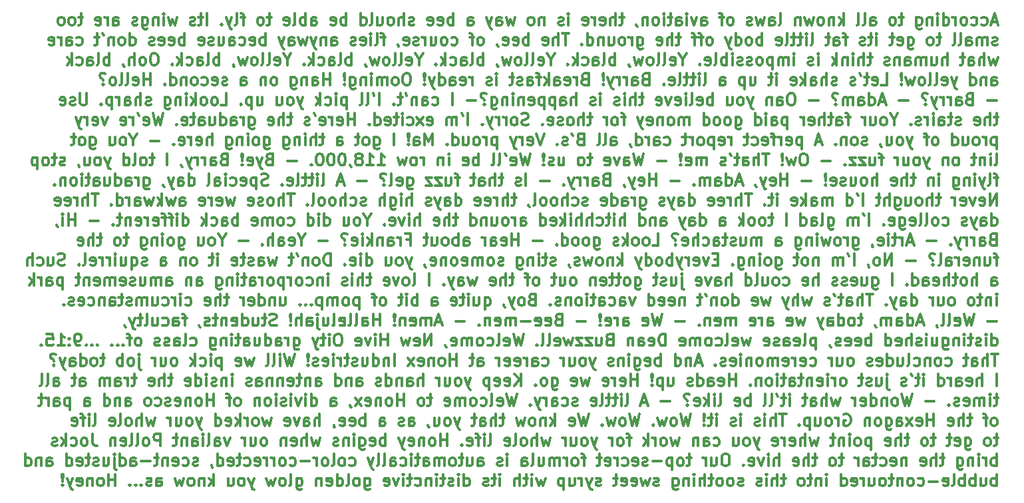
<source format=gbr>
G04 #@! TF.FileFunction,Legend,Bot*
%FSLAX46Y46*%
G04 Gerber Fmt 4.6, Leading zero omitted, Abs format (unit mm)*
G04 Created by KiCad (PCBNEW 4.0.4-stable) date 12/28/16 01:03:40*
%MOMM*%
%LPD*%
G01*
G04 APERTURE LIST*
%ADD10C,0.100000*%
%ADD11C,0.300000*%
G04 APERTURE END LIST*
D10*
D11*
X125698286Y-2802000D02*
X124984000Y-2802000D01*
X125841143Y-3230571D02*
X125341143Y-1730571D01*
X124841143Y-3230571D01*
X123698286Y-3159143D02*
X123841143Y-3230571D01*
X124126857Y-3230571D01*
X124269715Y-3159143D01*
X124341143Y-3087714D01*
X124412572Y-2944857D01*
X124412572Y-2516286D01*
X124341143Y-2373429D01*
X124269715Y-2302000D01*
X124126857Y-2230571D01*
X123841143Y-2230571D01*
X123698286Y-2302000D01*
X122412572Y-3159143D02*
X122555429Y-3230571D01*
X122841143Y-3230571D01*
X122984001Y-3159143D01*
X123055429Y-3087714D01*
X123126858Y-2944857D01*
X123126858Y-2516286D01*
X123055429Y-2373429D01*
X122984001Y-2302000D01*
X122841143Y-2230571D01*
X122555429Y-2230571D01*
X122412572Y-2302000D01*
X121555429Y-3230571D02*
X121698287Y-3159143D01*
X121769715Y-3087714D01*
X121841144Y-2944857D01*
X121841144Y-2516286D01*
X121769715Y-2373429D01*
X121698287Y-2302000D01*
X121555429Y-2230571D01*
X121341144Y-2230571D01*
X121198287Y-2302000D01*
X121126858Y-2373429D01*
X121055429Y-2516286D01*
X121055429Y-2944857D01*
X121126858Y-3087714D01*
X121198287Y-3159143D01*
X121341144Y-3230571D01*
X121555429Y-3230571D01*
X120412572Y-3230571D02*
X120412572Y-2230571D01*
X120412572Y-2516286D02*
X120341144Y-2373429D01*
X120269715Y-2302000D01*
X120126858Y-2230571D01*
X119984001Y-2230571D01*
X118841144Y-3230571D02*
X118841144Y-1730571D01*
X118841144Y-3159143D02*
X118984001Y-3230571D01*
X119269715Y-3230571D01*
X119412573Y-3159143D01*
X119484001Y-3087714D01*
X119555430Y-2944857D01*
X119555430Y-2516286D01*
X119484001Y-2373429D01*
X119412573Y-2302000D01*
X119269715Y-2230571D01*
X118984001Y-2230571D01*
X118841144Y-2302000D01*
X118126858Y-3230571D02*
X118126858Y-2230571D01*
X118126858Y-1730571D02*
X118198287Y-1802000D01*
X118126858Y-1873429D01*
X118055430Y-1802000D01*
X118126858Y-1730571D01*
X118126858Y-1873429D01*
X117412572Y-2230571D02*
X117412572Y-3230571D01*
X117412572Y-2373429D02*
X117341144Y-2302000D01*
X117198286Y-2230571D01*
X116984001Y-2230571D01*
X116841144Y-2302000D01*
X116769715Y-2444857D01*
X116769715Y-3230571D01*
X115412572Y-2230571D02*
X115412572Y-3444857D01*
X115484001Y-3587714D01*
X115555429Y-3659143D01*
X115698286Y-3730571D01*
X115912572Y-3730571D01*
X116055429Y-3659143D01*
X115412572Y-3159143D02*
X115555429Y-3230571D01*
X115841143Y-3230571D01*
X115984001Y-3159143D01*
X116055429Y-3087714D01*
X116126858Y-2944857D01*
X116126858Y-2516286D01*
X116055429Y-2373429D01*
X115984001Y-2302000D01*
X115841143Y-2230571D01*
X115555429Y-2230571D01*
X115412572Y-2302000D01*
X113769715Y-2230571D02*
X113198286Y-2230571D01*
X113555429Y-1730571D02*
X113555429Y-3016286D01*
X113484001Y-3159143D01*
X113341143Y-3230571D01*
X113198286Y-3230571D01*
X112484000Y-3230571D02*
X112626858Y-3159143D01*
X112698286Y-3087714D01*
X112769715Y-2944857D01*
X112769715Y-2516286D01*
X112698286Y-2373429D01*
X112626858Y-2302000D01*
X112484000Y-2230571D01*
X112269715Y-2230571D01*
X112126858Y-2302000D01*
X112055429Y-2373429D01*
X111984000Y-2516286D01*
X111984000Y-2944857D01*
X112055429Y-3087714D01*
X112126858Y-3159143D01*
X112269715Y-3230571D01*
X112484000Y-3230571D01*
X109555429Y-3230571D02*
X109555429Y-2444857D01*
X109626858Y-2302000D01*
X109769715Y-2230571D01*
X110055429Y-2230571D01*
X110198286Y-2302000D01*
X109555429Y-3159143D02*
X109698286Y-3230571D01*
X110055429Y-3230571D01*
X110198286Y-3159143D01*
X110269715Y-3016286D01*
X110269715Y-2873429D01*
X110198286Y-2730571D01*
X110055429Y-2659143D01*
X109698286Y-2659143D01*
X109555429Y-2587714D01*
X108626857Y-3230571D02*
X108769715Y-3159143D01*
X108841143Y-3016286D01*
X108841143Y-1730571D01*
X107841143Y-3230571D02*
X107984001Y-3159143D01*
X108055429Y-3016286D01*
X108055429Y-1730571D01*
X106126858Y-3230571D02*
X106126858Y-1730571D01*
X105984001Y-2659143D02*
X105555430Y-3230571D01*
X105555430Y-2230571D02*
X106126858Y-2802000D01*
X104912572Y-2230571D02*
X104912572Y-3230571D01*
X104912572Y-2373429D02*
X104841144Y-2302000D01*
X104698286Y-2230571D01*
X104484001Y-2230571D01*
X104341144Y-2302000D01*
X104269715Y-2444857D01*
X104269715Y-3230571D01*
X103341143Y-3230571D02*
X103484001Y-3159143D01*
X103555429Y-3087714D01*
X103626858Y-2944857D01*
X103626858Y-2516286D01*
X103555429Y-2373429D01*
X103484001Y-2302000D01*
X103341143Y-2230571D01*
X103126858Y-2230571D01*
X102984001Y-2302000D01*
X102912572Y-2373429D01*
X102841143Y-2516286D01*
X102841143Y-2944857D01*
X102912572Y-3087714D01*
X102984001Y-3159143D01*
X103126858Y-3230571D01*
X103341143Y-3230571D01*
X102341143Y-2230571D02*
X102055429Y-3230571D01*
X101769715Y-2516286D01*
X101484000Y-3230571D01*
X101198286Y-2230571D01*
X100626857Y-2230571D02*
X100626857Y-3230571D01*
X100626857Y-2373429D02*
X100555429Y-2302000D01*
X100412571Y-2230571D01*
X100198286Y-2230571D01*
X100055429Y-2302000D01*
X99984000Y-2444857D01*
X99984000Y-3230571D01*
X97912571Y-3230571D02*
X98055429Y-3159143D01*
X98126857Y-3016286D01*
X98126857Y-1730571D01*
X96698286Y-3230571D02*
X96698286Y-2444857D01*
X96769715Y-2302000D01*
X96912572Y-2230571D01*
X97198286Y-2230571D01*
X97341143Y-2302000D01*
X96698286Y-3159143D02*
X96841143Y-3230571D01*
X97198286Y-3230571D01*
X97341143Y-3159143D01*
X97412572Y-3016286D01*
X97412572Y-2873429D01*
X97341143Y-2730571D01*
X97198286Y-2659143D01*
X96841143Y-2659143D01*
X96698286Y-2587714D01*
X96126857Y-2230571D02*
X95841143Y-3230571D01*
X95555429Y-2516286D01*
X95269714Y-3230571D01*
X94984000Y-2230571D01*
X94484000Y-3159143D02*
X94341143Y-3230571D01*
X94055428Y-3230571D01*
X93912571Y-3159143D01*
X93841143Y-3016286D01*
X93841143Y-2944857D01*
X93912571Y-2802000D01*
X94055428Y-2730571D01*
X94269714Y-2730571D01*
X94412571Y-2659143D01*
X94484000Y-2516286D01*
X94484000Y-2444857D01*
X94412571Y-2302000D01*
X94269714Y-2230571D01*
X94055428Y-2230571D01*
X93912571Y-2302000D01*
X91841142Y-3230571D02*
X91984000Y-3159143D01*
X92055428Y-3087714D01*
X92126857Y-2944857D01*
X92126857Y-2516286D01*
X92055428Y-2373429D01*
X91984000Y-2302000D01*
X91841142Y-2230571D01*
X91626857Y-2230571D01*
X91484000Y-2302000D01*
X91412571Y-2373429D01*
X91341142Y-2516286D01*
X91341142Y-2944857D01*
X91412571Y-3087714D01*
X91484000Y-3159143D01*
X91626857Y-3230571D01*
X91841142Y-3230571D01*
X90912571Y-2230571D02*
X90341142Y-2230571D01*
X90698285Y-3230571D02*
X90698285Y-1944857D01*
X90626857Y-1802000D01*
X90483999Y-1730571D01*
X90341142Y-1730571D01*
X88055428Y-3230571D02*
X88055428Y-2444857D01*
X88126857Y-2302000D01*
X88269714Y-2230571D01*
X88555428Y-2230571D01*
X88698285Y-2302000D01*
X88055428Y-3159143D02*
X88198285Y-3230571D01*
X88555428Y-3230571D01*
X88698285Y-3159143D01*
X88769714Y-3016286D01*
X88769714Y-2873429D01*
X88698285Y-2730571D01*
X88555428Y-2659143D01*
X88198285Y-2659143D01*
X88055428Y-2587714D01*
X87483999Y-2230571D02*
X87126856Y-3230571D01*
X86769714Y-2230571D01*
X86198285Y-3230571D02*
X86198285Y-2230571D01*
X86198285Y-1730571D02*
X86269714Y-1802000D01*
X86198285Y-1873429D01*
X86126857Y-1802000D01*
X86198285Y-1730571D01*
X86198285Y-1873429D01*
X84841142Y-3230571D02*
X84841142Y-2444857D01*
X84912571Y-2302000D01*
X85055428Y-2230571D01*
X85341142Y-2230571D01*
X85483999Y-2302000D01*
X84841142Y-3159143D02*
X84983999Y-3230571D01*
X85341142Y-3230571D01*
X85483999Y-3159143D01*
X85555428Y-3016286D01*
X85555428Y-2873429D01*
X85483999Y-2730571D01*
X85341142Y-2659143D01*
X84983999Y-2659143D01*
X84841142Y-2587714D01*
X84341142Y-2230571D02*
X83769713Y-2230571D01*
X84126856Y-1730571D02*
X84126856Y-3016286D01*
X84055428Y-3159143D01*
X83912570Y-3230571D01*
X83769713Y-3230571D01*
X83269713Y-3230571D02*
X83269713Y-2230571D01*
X83269713Y-1730571D02*
X83341142Y-1802000D01*
X83269713Y-1873429D01*
X83198285Y-1802000D01*
X83269713Y-1730571D01*
X83269713Y-1873429D01*
X82341141Y-3230571D02*
X82483999Y-3159143D01*
X82555427Y-3087714D01*
X82626856Y-2944857D01*
X82626856Y-2516286D01*
X82555427Y-2373429D01*
X82483999Y-2302000D01*
X82341141Y-2230571D01*
X82126856Y-2230571D01*
X81983999Y-2302000D01*
X81912570Y-2373429D01*
X81841141Y-2516286D01*
X81841141Y-2944857D01*
X81912570Y-3087714D01*
X81983999Y-3159143D01*
X82126856Y-3230571D01*
X82341141Y-3230571D01*
X81198284Y-2230571D02*
X81198284Y-3230571D01*
X81198284Y-2373429D02*
X81126856Y-2302000D01*
X80983998Y-2230571D01*
X80769713Y-2230571D01*
X80626856Y-2302000D01*
X80555427Y-2444857D01*
X80555427Y-3230571D01*
X79769713Y-3159143D02*
X79769713Y-3230571D01*
X79841141Y-3373429D01*
X79912570Y-3444857D01*
X78198284Y-2230571D02*
X77626855Y-2230571D01*
X77983998Y-1730571D02*
X77983998Y-3016286D01*
X77912570Y-3159143D01*
X77769712Y-3230571D01*
X77626855Y-3230571D01*
X77126855Y-3230571D02*
X77126855Y-1730571D01*
X76483998Y-3230571D02*
X76483998Y-2444857D01*
X76555427Y-2302000D01*
X76698284Y-2230571D01*
X76912569Y-2230571D01*
X77055427Y-2302000D01*
X77126855Y-2373429D01*
X75198284Y-3159143D02*
X75341141Y-3230571D01*
X75626855Y-3230571D01*
X75769712Y-3159143D01*
X75841141Y-3016286D01*
X75841141Y-2444857D01*
X75769712Y-2302000D01*
X75626855Y-2230571D01*
X75341141Y-2230571D01*
X75198284Y-2302000D01*
X75126855Y-2444857D01*
X75126855Y-2587714D01*
X75841141Y-2730571D01*
X74483998Y-3230571D02*
X74483998Y-2230571D01*
X74483998Y-2516286D02*
X74412570Y-2373429D01*
X74341141Y-2302000D01*
X74198284Y-2230571D01*
X74055427Y-2230571D01*
X72983999Y-3159143D02*
X73126856Y-3230571D01*
X73412570Y-3230571D01*
X73555427Y-3159143D01*
X73626856Y-3016286D01*
X73626856Y-2444857D01*
X73555427Y-2302000D01*
X73412570Y-2230571D01*
X73126856Y-2230571D01*
X72983999Y-2302000D01*
X72912570Y-2444857D01*
X72912570Y-2587714D01*
X73626856Y-2730571D01*
X71126856Y-3230571D02*
X71126856Y-2230571D01*
X71126856Y-1730571D02*
X71198285Y-1802000D01*
X71126856Y-1873429D01*
X71055428Y-1802000D01*
X71126856Y-1730571D01*
X71126856Y-1873429D01*
X70483999Y-3159143D02*
X70341142Y-3230571D01*
X70055427Y-3230571D01*
X69912570Y-3159143D01*
X69841142Y-3016286D01*
X69841142Y-2944857D01*
X69912570Y-2802000D01*
X70055427Y-2730571D01*
X70269713Y-2730571D01*
X70412570Y-2659143D01*
X70483999Y-2516286D01*
X70483999Y-2444857D01*
X70412570Y-2302000D01*
X70269713Y-2230571D01*
X70055427Y-2230571D01*
X69912570Y-2302000D01*
X68055427Y-2230571D02*
X68055427Y-3230571D01*
X68055427Y-2373429D02*
X67983999Y-2302000D01*
X67841141Y-2230571D01*
X67626856Y-2230571D01*
X67483999Y-2302000D01*
X67412570Y-2444857D01*
X67412570Y-3230571D01*
X66483998Y-3230571D02*
X66626856Y-3159143D01*
X66698284Y-3087714D01*
X66769713Y-2944857D01*
X66769713Y-2516286D01*
X66698284Y-2373429D01*
X66626856Y-2302000D01*
X66483998Y-2230571D01*
X66269713Y-2230571D01*
X66126856Y-2302000D01*
X66055427Y-2373429D01*
X65983998Y-2516286D01*
X65983998Y-2944857D01*
X66055427Y-3087714D01*
X66126856Y-3159143D01*
X66269713Y-3230571D01*
X66483998Y-3230571D01*
X64341141Y-2230571D02*
X64055427Y-3230571D01*
X63769713Y-2516286D01*
X63483998Y-3230571D01*
X63198284Y-2230571D01*
X61983998Y-3230571D02*
X61983998Y-2444857D01*
X62055427Y-2302000D01*
X62198284Y-2230571D01*
X62483998Y-2230571D01*
X62626855Y-2302000D01*
X61983998Y-3159143D02*
X62126855Y-3230571D01*
X62483998Y-3230571D01*
X62626855Y-3159143D01*
X62698284Y-3016286D01*
X62698284Y-2873429D01*
X62626855Y-2730571D01*
X62483998Y-2659143D01*
X62126855Y-2659143D01*
X61983998Y-2587714D01*
X61412569Y-2230571D02*
X61055426Y-3230571D01*
X60698284Y-2230571D02*
X61055426Y-3230571D01*
X61198284Y-3587714D01*
X61269712Y-3659143D01*
X61412569Y-3730571D01*
X58341141Y-3230571D02*
X58341141Y-2444857D01*
X58412570Y-2302000D01*
X58555427Y-2230571D01*
X58841141Y-2230571D01*
X58983998Y-2302000D01*
X58341141Y-3159143D02*
X58483998Y-3230571D01*
X58841141Y-3230571D01*
X58983998Y-3159143D01*
X59055427Y-3016286D01*
X59055427Y-2873429D01*
X58983998Y-2730571D01*
X58841141Y-2659143D01*
X58483998Y-2659143D01*
X58341141Y-2587714D01*
X56483998Y-3230571D02*
X56483998Y-1730571D01*
X56483998Y-2302000D02*
X56341141Y-2230571D01*
X56055427Y-2230571D01*
X55912570Y-2302000D01*
X55841141Y-2373429D01*
X55769712Y-2516286D01*
X55769712Y-2944857D01*
X55841141Y-3087714D01*
X55912570Y-3159143D01*
X56055427Y-3230571D01*
X56341141Y-3230571D01*
X56483998Y-3159143D01*
X54555427Y-3159143D02*
X54698284Y-3230571D01*
X54983998Y-3230571D01*
X55126855Y-3159143D01*
X55198284Y-3016286D01*
X55198284Y-2444857D01*
X55126855Y-2302000D01*
X54983998Y-2230571D01*
X54698284Y-2230571D01*
X54555427Y-2302000D01*
X54483998Y-2444857D01*
X54483998Y-2587714D01*
X55198284Y-2730571D01*
X53269713Y-3159143D02*
X53412570Y-3230571D01*
X53698284Y-3230571D01*
X53841141Y-3159143D01*
X53912570Y-3016286D01*
X53912570Y-2444857D01*
X53841141Y-2302000D01*
X53698284Y-2230571D01*
X53412570Y-2230571D01*
X53269713Y-2302000D01*
X53198284Y-2444857D01*
X53198284Y-2587714D01*
X53912570Y-2730571D01*
X51483999Y-3159143D02*
X51341142Y-3230571D01*
X51055427Y-3230571D01*
X50912570Y-3159143D01*
X50841142Y-3016286D01*
X50841142Y-2944857D01*
X50912570Y-2802000D01*
X51055427Y-2730571D01*
X51269713Y-2730571D01*
X51412570Y-2659143D01*
X51483999Y-2516286D01*
X51483999Y-2444857D01*
X51412570Y-2302000D01*
X51269713Y-2230571D01*
X51055427Y-2230571D01*
X50912570Y-2302000D01*
X50198284Y-3230571D02*
X50198284Y-1730571D01*
X49555427Y-3230571D02*
X49555427Y-2444857D01*
X49626856Y-2302000D01*
X49769713Y-2230571D01*
X49983998Y-2230571D01*
X50126856Y-2302000D01*
X50198284Y-2373429D01*
X48626855Y-3230571D02*
X48769713Y-3159143D01*
X48841141Y-3087714D01*
X48912570Y-2944857D01*
X48912570Y-2516286D01*
X48841141Y-2373429D01*
X48769713Y-2302000D01*
X48626855Y-2230571D01*
X48412570Y-2230571D01*
X48269713Y-2302000D01*
X48198284Y-2373429D01*
X48126855Y-2516286D01*
X48126855Y-2944857D01*
X48198284Y-3087714D01*
X48269713Y-3159143D01*
X48412570Y-3230571D01*
X48626855Y-3230571D01*
X46841141Y-2230571D02*
X46841141Y-3230571D01*
X47483998Y-2230571D02*
X47483998Y-3016286D01*
X47412570Y-3159143D01*
X47269712Y-3230571D01*
X47055427Y-3230571D01*
X46912570Y-3159143D01*
X46841141Y-3087714D01*
X45912569Y-3230571D02*
X46055427Y-3159143D01*
X46126855Y-3016286D01*
X46126855Y-1730571D01*
X44698284Y-3230571D02*
X44698284Y-1730571D01*
X44698284Y-3159143D02*
X44841141Y-3230571D01*
X45126855Y-3230571D01*
X45269713Y-3159143D01*
X45341141Y-3087714D01*
X45412570Y-2944857D01*
X45412570Y-2516286D01*
X45341141Y-2373429D01*
X45269713Y-2302000D01*
X45126855Y-2230571D01*
X44841141Y-2230571D01*
X44698284Y-2302000D01*
X42841141Y-3230571D02*
X42841141Y-1730571D01*
X42841141Y-2302000D02*
X42698284Y-2230571D01*
X42412570Y-2230571D01*
X42269713Y-2302000D01*
X42198284Y-2373429D01*
X42126855Y-2516286D01*
X42126855Y-2944857D01*
X42198284Y-3087714D01*
X42269713Y-3159143D01*
X42412570Y-3230571D01*
X42698284Y-3230571D01*
X42841141Y-3159143D01*
X40912570Y-3159143D02*
X41055427Y-3230571D01*
X41341141Y-3230571D01*
X41483998Y-3159143D01*
X41555427Y-3016286D01*
X41555427Y-2444857D01*
X41483998Y-2302000D01*
X41341141Y-2230571D01*
X41055427Y-2230571D01*
X40912570Y-2302000D01*
X40841141Y-2444857D01*
X40841141Y-2587714D01*
X41555427Y-2730571D01*
X38412570Y-3230571D02*
X38412570Y-2444857D01*
X38483999Y-2302000D01*
X38626856Y-2230571D01*
X38912570Y-2230571D01*
X39055427Y-2302000D01*
X38412570Y-3159143D02*
X38555427Y-3230571D01*
X38912570Y-3230571D01*
X39055427Y-3159143D01*
X39126856Y-3016286D01*
X39126856Y-2873429D01*
X39055427Y-2730571D01*
X38912570Y-2659143D01*
X38555427Y-2659143D01*
X38412570Y-2587714D01*
X37698284Y-3230571D02*
X37698284Y-1730571D01*
X37698284Y-2302000D02*
X37555427Y-2230571D01*
X37269713Y-2230571D01*
X37126856Y-2302000D01*
X37055427Y-2373429D01*
X36983998Y-2516286D01*
X36983998Y-2944857D01*
X37055427Y-3087714D01*
X37126856Y-3159143D01*
X37269713Y-3230571D01*
X37555427Y-3230571D01*
X37698284Y-3159143D01*
X36126855Y-3230571D02*
X36269713Y-3159143D01*
X36341141Y-3016286D01*
X36341141Y-1730571D01*
X34983999Y-3159143D02*
X35126856Y-3230571D01*
X35412570Y-3230571D01*
X35555427Y-3159143D01*
X35626856Y-3016286D01*
X35626856Y-2444857D01*
X35555427Y-2302000D01*
X35412570Y-2230571D01*
X35126856Y-2230571D01*
X34983999Y-2302000D01*
X34912570Y-2444857D01*
X34912570Y-2587714D01*
X35626856Y-2730571D01*
X33341142Y-2230571D02*
X32769713Y-2230571D01*
X33126856Y-1730571D02*
X33126856Y-3016286D01*
X33055428Y-3159143D01*
X32912570Y-3230571D01*
X32769713Y-3230571D01*
X32055427Y-3230571D02*
X32198285Y-3159143D01*
X32269713Y-3087714D01*
X32341142Y-2944857D01*
X32341142Y-2516286D01*
X32269713Y-2373429D01*
X32198285Y-2302000D01*
X32055427Y-2230571D01*
X31841142Y-2230571D01*
X31698285Y-2302000D01*
X31626856Y-2373429D01*
X31555427Y-2516286D01*
X31555427Y-2944857D01*
X31626856Y-3087714D01*
X31698285Y-3159143D01*
X31841142Y-3230571D01*
X32055427Y-3230571D01*
X29983999Y-2230571D02*
X29412570Y-2230571D01*
X29769713Y-3230571D02*
X29769713Y-1944857D01*
X29698285Y-1802000D01*
X29555427Y-1730571D01*
X29412570Y-1730571D01*
X28698284Y-3230571D02*
X28841142Y-3159143D01*
X28912570Y-3016286D01*
X28912570Y-1730571D01*
X28269713Y-2230571D02*
X27912570Y-3230571D01*
X27555428Y-2230571D02*
X27912570Y-3230571D01*
X28055428Y-3587714D01*
X28126856Y-3659143D01*
X28269713Y-3730571D01*
X26983999Y-3087714D02*
X26912571Y-3159143D01*
X26983999Y-3230571D01*
X27055428Y-3159143D01*
X26983999Y-3087714D01*
X26983999Y-3230571D01*
X25126856Y-3230571D02*
X25126856Y-1730571D01*
X24626856Y-2230571D02*
X24055427Y-2230571D01*
X24412570Y-1730571D02*
X24412570Y-3016286D01*
X24341142Y-3159143D01*
X24198284Y-3230571D01*
X24055427Y-3230571D01*
X23626856Y-3159143D02*
X23483999Y-3230571D01*
X23198284Y-3230571D01*
X23055427Y-3159143D01*
X22983999Y-3016286D01*
X22983999Y-2944857D01*
X23055427Y-2802000D01*
X23198284Y-2730571D01*
X23412570Y-2730571D01*
X23555427Y-2659143D01*
X23626856Y-2516286D01*
X23626856Y-2444857D01*
X23555427Y-2302000D01*
X23412570Y-2230571D01*
X23198284Y-2230571D01*
X23055427Y-2302000D01*
X21341141Y-2230571D02*
X21055427Y-3230571D01*
X20769713Y-2516286D01*
X20483998Y-3230571D01*
X20198284Y-2230571D01*
X19626855Y-3230571D02*
X19626855Y-2230571D01*
X19626855Y-1730571D02*
X19698284Y-1802000D01*
X19626855Y-1873429D01*
X19555427Y-1802000D01*
X19626855Y-1730571D01*
X19626855Y-1873429D01*
X18912569Y-2230571D02*
X18912569Y-3230571D01*
X18912569Y-2373429D02*
X18841141Y-2302000D01*
X18698283Y-2230571D01*
X18483998Y-2230571D01*
X18341141Y-2302000D01*
X18269712Y-2444857D01*
X18269712Y-3230571D01*
X16912569Y-2230571D02*
X16912569Y-3444857D01*
X16983998Y-3587714D01*
X17055426Y-3659143D01*
X17198283Y-3730571D01*
X17412569Y-3730571D01*
X17555426Y-3659143D01*
X16912569Y-3159143D02*
X17055426Y-3230571D01*
X17341140Y-3230571D01*
X17483998Y-3159143D01*
X17555426Y-3087714D01*
X17626855Y-2944857D01*
X17626855Y-2516286D01*
X17555426Y-2373429D01*
X17483998Y-2302000D01*
X17341140Y-2230571D01*
X17055426Y-2230571D01*
X16912569Y-2302000D01*
X16269712Y-3159143D02*
X16126855Y-3230571D01*
X15841140Y-3230571D01*
X15698283Y-3159143D01*
X15626855Y-3016286D01*
X15626855Y-2944857D01*
X15698283Y-2802000D01*
X15841140Y-2730571D01*
X16055426Y-2730571D01*
X16198283Y-2659143D01*
X16269712Y-2516286D01*
X16269712Y-2444857D01*
X16198283Y-2302000D01*
X16055426Y-2230571D01*
X15841140Y-2230571D01*
X15698283Y-2302000D01*
X13198283Y-3230571D02*
X13198283Y-2444857D01*
X13269712Y-2302000D01*
X13412569Y-2230571D01*
X13698283Y-2230571D01*
X13841140Y-2302000D01*
X13198283Y-3159143D02*
X13341140Y-3230571D01*
X13698283Y-3230571D01*
X13841140Y-3159143D01*
X13912569Y-3016286D01*
X13912569Y-2873429D01*
X13841140Y-2730571D01*
X13698283Y-2659143D01*
X13341140Y-2659143D01*
X13198283Y-2587714D01*
X12483997Y-3230571D02*
X12483997Y-2230571D01*
X12483997Y-2516286D02*
X12412569Y-2373429D01*
X12341140Y-2302000D01*
X12198283Y-2230571D01*
X12055426Y-2230571D01*
X10983998Y-3159143D02*
X11126855Y-3230571D01*
X11412569Y-3230571D01*
X11555426Y-3159143D01*
X11626855Y-3016286D01*
X11626855Y-2444857D01*
X11555426Y-2302000D01*
X11412569Y-2230571D01*
X11126855Y-2230571D01*
X10983998Y-2302000D01*
X10912569Y-2444857D01*
X10912569Y-2587714D01*
X11626855Y-2730571D01*
X9341141Y-2230571D02*
X8769712Y-2230571D01*
X9126855Y-1730571D02*
X9126855Y-3016286D01*
X9055427Y-3159143D01*
X8912569Y-3230571D01*
X8769712Y-3230571D01*
X8055426Y-3230571D02*
X8198284Y-3159143D01*
X8269712Y-3087714D01*
X8341141Y-2944857D01*
X8341141Y-2516286D01*
X8269712Y-2373429D01*
X8198284Y-2302000D01*
X8055426Y-2230571D01*
X7841141Y-2230571D01*
X7698284Y-2302000D01*
X7626855Y-2373429D01*
X7555426Y-2516286D01*
X7555426Y-2944857D01*
X7626855Y-3087714D01*
X7698284Y-3159143D01*
X7841141Y-3230571D01*
X8055426Y-3230571D01*
X6698283Y-3230571D02*
X6841141Y-3159143D01*
X6912569Y-3087714D01*
X6983998Y-2944857D01*
X6983998Y-2516286D01*
X6912569Y-2373429D01*
X6841141Y-2302000D01*
X6698283Y-2230571D01*
X6483998Y-2230571D01*
X6341141Y-2302000D01*
X6269712Y-2373429D01*
X6198283Y-2516286D01*
X6198283Y-2944857D01*
X6269712Y-3087714D01*
X6341141Y-3159143D01*
X6483998Y-3230571D01*
X6698283Y-3230571D01*
X125698286Y-5709143D02*
X125555429Y-5780571D01*
X125269714Y-5780571D01*
X125126857Y-5709143D01*
X125055429Y-5566286D01*
X125055429Y-5494857D01*
X125126857Y-5352000D01*
X125269714Y-5280571D01*
X125484000Y-5280571D01*
X125626857Y-5209143D01*
X125698286Y-5066286D01*
X125698286Y-4994857D01*
X125626857Y-4852000D01*
X125484000Y-4780571D01*
X125269714Y-4780571D01*
X125126857Y-4852000D01*
X124412571Y-5780571D02*
X124412571Y-4780571D01*
X124412571Y-4923429D02*
X124341143Y-4852000D01*
X124198285Y-4780571D01*
X123984000Y-4780571D01*
X123841143Y-4852000D01*
X123769714Y-4994857D01*
X123769714Y-5780571D01*
X123769714Y-4994857D02*
X123698285Y-4852000D01*
X123555428Y-4780571D01*
X123341143Y-4780571D01*
X123198285Y-4852000D01*
X123126857Y-4994857D01*
X123126857Y-5780571D01*
X121769714Y-5780571D02*
X121769714Y-4994857D01*
X121841143Y-4852000D01*
X121984000Y-4780571D01*
X122269714Y-4780571D01*
X122412571Y-4852000D01*
X121769714Y-5709143D02*
X121912571Y-5780571D01*
X122269714Y-5780571D01*
X122412571Y-5709143D01*
X122484000Y-5566286D01*
X122484000Y-5423429D01*
X122412571Y-5280571D01*
X122269714Y-5209143D01*
X121912571Y-5209143D01*
X121769714Y-5137714D01*
X120841142Y-5780571D02*
X120984000Y-5709143D01*
X121055428Y-5566286D01*
X121055428Y-4280571D01*
X120055428Y-5780571D02*
X120198286Y-5709143D01*
X120269714Y-5566286D01*
X120269714Y-4280571D01*
X118555429Y-4780571D02*
X117984000Y-4780571D01*
X118341143Y-4280571D02*
X118341143Y-5566286D01*
X118269715Y-5709143D01*
X118126857Y-5780571D01*
X117984000Y-5780571D01*
X117269714Y-5780571D02*
X117412572Y-5709143D01*
X117484000Y-5637714D01*
X117555429Y-5494857D01*
X117555429Y-5066286D01*
X117484000Y-4923429D01*
X117412572Y-4852000D01*
X117269714Y-4780571D01*
X117055429Y-4780571D01*
X116912572Y-4852000D01*
X116841143Y-4923429D01*
X116769714Y-5066286D01*
X116769714Y-5494857D01*
X116841143Y-5637714D01*
X116912572Y-5709143D01*
X117055429Y-5780571D01*
X117269714Y-5780571D01*
X114341143Y-4780571D02*
X114341143Y-5994857D01*
X114412572Y-6137714D01*
X114484000Y-6209143D01*
X114626857Y-6280571D01*
X114841143Y-6280571D01*
X114984000Y-6209143D01*
X114341143Y-5709143D02*
X114484000Y-5780571D01*
X114769714Y-5780571D01*
X114912572Y-5709143D01*
X114984000Y-5637714D01*
X115055429Y-5494857D01*
X115055429Y-5066286D01*
X114984000Y-4923429D01*
X114912572Y-4852000D01*
X114769714Y-4780571D01*
X114484000Y-4780571D01*
X114341143Y-4852000D01*
X113055429Y-5709143D02*
X113198286Y-5780571D01*
X113484000Y-5780571D01*
X113626857Y-5709143D01*
X113698286Y-5566286D01*
X113698286Y-4994857D01*
X113626857Y-4852000D01*
X113484000Y-4780571D01*
X113198286Y-4780571D01*
X113055429Y-4852000D01*
X112984000Y-4994857D01*
X112984000Y-5137714D01*
X113698286Y-5280571D01*
X112555429Y-4780571D02*
X111984000Y-4780571D01*
X112341143Y-4280571D02*
X112341143Y-5566286D01*
X112269715Y-5709143D01*
X112126857Y-5780571D01*
X111984000Y-5780571D01*
X110341143Y-5780571D02*
X110341143Y-4780571D01*
X110341143Y-4280571D02*
X110412572Y-4352000D01*
X110341143Y-4423429D01*
X110269715Y-4352000D01*
X110341143Y-4280571D01*
X110341143Y-4423429D01*
X109841143Y-4780571D02*
X109269714Y-4780571D01*
X109626857Y-4280571D02*
X109626857Y-5566286D01*
X109555429Y-5709143D01*
X109412571Y-5780571D01*
X109269714Y-5780571D01*
X108841143Y-5709143D02*
X108698286Y-5780571D01*
X108412571Y-5780571D01*
X108269714Y-5709143D01*
X108198286Y-5566286D01*
X108198286Y-5494857D01*
X108269714Y-5352000D01*
X108412571Y-5280571D01*
X108626857Y-5280571D01*
X108769714Y-5209143D01*
X108841143Y-5066286D01*
X108841143Y-4994857D01*
X108769714Y-4852000D01*
X108626857Y-4780571D01*
X108412571Y-4780571D01*
X108269714Y-4852000D01*
X106626857Y-4780571D02*
X106055428Y-4780571D01*
X106412571Y-5780571D02*
X106412571Y-4494857D01*
X106341143Y-4352000D01*
X106198285Y-4280571D01*
X106055428Y-4280571D01*
X104912571Y-5780571D02*
X104912571Y-4994857D01*
X104984000Y-4852000D01*
X105126857Y-4780571D01*
X105412571Y-4780571D01*
X105555428Y-4852000D01*
X104912571Y-5709143D02*
X105055428Y-5780571D01*
X105412571Y-5780571D01*
X105555428Y-5709143D01*
X105626857Y-5566286D01*
X105626857Y-5423429D01*
X105555428Y-5280571D01*
X105412571Y-5209143D01*
X105055428Y-5209143D01*
X104912571Y-5137714D01*
X104412571Y-4780571D02*
X103841142Y-4780571D01*
X104198285Y-4280571D02*
X104198285Y-5566286D01*
X104126857Y-5709143D01*
X103983999Y-5780571D01*
X103841142Y-5780571D01*
X101983999Y-5780571D02*
X102126857Y-5709143D01*
X102198285Y-5566286D01*
X102198285Y-4280571D01*
X101412571Y-5780571D02*
X101412571Y-4780571D01*
X101412571Y-4280571D02*
X101484000Y-4352000D01*
X101412571Y-4423429D01*
X101341143Y-4352000D01*
X101412571Y-4280571D01*
X101412571Y-4423429D01*
X100912571Y-4780571D02*
X100341142Y-4780571D01*
X100698285Y-4280571D02*
X100698285Y-5566286D01*
X100626857Y-5709143D01*
X100483999Y-5780571D01*
X100341142Y-5780571D01*
X100055428Y-4780571D02*
X99483999Y-4780571D01*
X99841142Y-4280571D02*
X99841142Y-5566286D01*
X99769714Y-5709143D01*
X99626856Y-5780571D01*
X99483999Y-5780571D01*
X98769713Y-5780571D02*
X98912571Y-5709143D01*
X98983999Y-5566286D01*
X98983999Y-4280571D01*
X97626857Y-5709143D02*
X97769714Y-5780571D01*
X98055428Y-5780571D01*
X98198285Y-5709143D01*
X98269714Y-5566286D01*
X98269714Y-4994857D01*
X98198285Y-4852000D01*
X98055428Y-4780571D01*
X97769714Y-4780571D01*
X97626857Y-4852000D01*
X97555428Y-4994857D01*
X97555428Y-5137714D01*
X98269714Y-5280571D01*
X95769714Y-5780571D02*
X95769714Y-4280571D01*
X95769714Y-4852000D02*
X95626857Y-4780571D01*
X95341143Y-4780571D01*
X95198286Y-4852000D01*
X95126857Y-4923429D01*
X95055428Y-5066286D01*
X95055428Y-5494857D01*
X95126857Y-5637714D01*
X95198286Y-5709143D01*
X95341143Y-5780571D01*
X95626857Y-5780571D01*
X95769714Y-5709143D01*
X94198285Y-5780571D02*
X94341143Y-5709143D01*
X94412571Y-5637714D01*
X94484000Y-5494857D01*
X94484000Y-5066286D01*
X94412571Y-4923429D01*
X94341143Y-4852000D01*
X94198285Y-4780571D01*
X93984000Y-4780571D01*
X93841143Y-4852000D01*
X93769714Y-4923429D01*
X93698285Y-5066286D01*
X93698285Y-5494857D01*
X93769714Y-5637714D01*
X93841143Y-5709143D01*
X93984000Y-5780571D01*
X94198285Y-5780571D01*
X92412571Y-5780571D02*
X92412571Y-4280571D01*
X92412571Y-5709143D02*
X92555428Y-5780571D01*
X92841142Y-5780571D01*
X92984000Y-5709143D01*
X93055428Y-5637714D01*
X93126857Y-5494857D01*
X93126857Y-5066286D01*
X93055428Y-4923429D01*
X92984000Y-4852000D01*
X92841142Y-4780571D01*
X92555428Y-4780571D01*
X92412571Y-4852000D01*
X91841142Y-4780571D02*
X91483999Y-5780571D01*
X91126857Y-4780571D02*
X91483999Y-5780571D01*
X91626857Y-6137714D01*
X91698285Y-6209143D01*
X91841142Y-6280571D01*
X89198285Y-5780571D02*
X89341143Y-5709143D01*
X89412571Y-5637714D01*
X89484000Y-5494857D01*
X89484000Y-5066286D01*
X89412571Y-4923429D01*
X89341143Y-4852000D01*
X89198285Y-4780571D01*
X88984000Y-4780571D01*
X88841143Y-4852000D01*
X88769714Y-4923429D01*
X88698285Y-5066286D01*
X88698285Y-5494857D01*
X88769714Y-5637714D01*
X88841143Y-5709143D01*
X88984000Y-5780571D01*
X89198285Y-5780571D01*
X88269714Y-4780571D02*
X87698285Y-4780571D01*
X88055428Y-5780571D02*
X88055428Y-4494857D01*
X87984000Y-4352000D01*
X87841142Y-4280571D01*
X87698285Y-4280571D01*
X87412571Y-4780571D02*
X86841142Y-4780571D01*
X87198285Y-5780571D02*
X87198285Y-4494857D01*
X87126857Y-4352000D01*
X86983999Y-4280571D01*
X86841142Y-4280571D01*
X85412571Y-4780571D02*
X84841142Y-4780571D01*
X85198285Y-4280571D02*
X85198285Y-5566286D01*
X85126857Y-5709143D01*
X84983999Y-5780571D01*
X84841142Y-5780571D01*
X84341142Y-5780571D02*
X84341142Y-4280571D01*
X83698285Y-5780571D02*
X83698285Y-4994857D01*
X83769714Y-4852000D01*
X83912571Y-4780571D01*
X84126856Y-4780571D01*
X84269714Y-4852000D01*
X84341142Y-4923429D01*
X82412571Y-5709143D02*
X82555428Y-5780571D01*
X82841142Y-5780571D01*
X82983999Y-5709143D01*
X83055428Y-5566286D01*
X83055428Y-4994857D01*
X82983999Y-4852000D01*
X82841142Y-4780571D01*
X82555428Y-4780571D01*
X82412571Y-4852000D01*
X82341142Y-4994857D01*
X82341142Y-5137714D01*
X83055428Y-5280571D01*
X79912571Y-4780571D02*
X79912571Y-5994857D01*
X79984000Y-6137714D01*
X80055428Y-6209143D01*
X80198285Y-6280571D01*
X80412571Y-6280571D01*
X80555428Y-6209143D01*
X79912571Y-5709143D02*
X80055428Y-5780571D01*
X80341142Y-5780571D01*
X80484000Y-5709143D01*
X80555428Y-5637714D01*
X80626857Y-5494857D01*
X80626857Y-5066286D01*
X80555428Y-4923429D01*
X80484000Y-4852000D01*
X80341142Y-4780571D01*
X80055428Y-4780571D01*
X79912571Y-4852000D01*
X79198285Y-5780571D02*
X79198285Y-4780571D01*
X79198285Y-5066286D02*
X79126857Y-4923429D01*
X79055428Y-4852000D01*
X78912571Y-4780571D01*
X78769714Y-4780571D01*
X78055428Y-5780571D02*
X78198286Y-5709143D01*
X78269714Y-5637714D01*
X78341143Y-5494857D01*
X78341143Y-5066286D01*
X78269714Y-4923429D01*
X78198286Y-4852000D01*
X78055428Y-4780571D01*
X77841143Y-4780571D01*
X77698286Y-4852000D01*
X77626857Y-4923429D01*
X77555428Y-5066286D01*
X77555428Y-5494857D01*
X77626857Y-5637714D01*
X77698286Y-5709143D01*
X77841143Y-5780571D01*
X78055428Y-5780571D01*
X76269714Y-4780571D02*
X76269714Y-5780571D01*
X76912571Y-4780571D02*
X76912571Y-5566286D01*
X76841143Y-5709143D01*
X76698285Y-5780571D01*
X76484000Y-5780571D01*
X76341143Y-5709143D01*
X76269714Y-5637714D01*
X75555428Y-4780571D02*
X75555428Y-5780571D01*
X75555428Y-4923429D02*
X75484000Y-4852000D01*
X75341142Y-4780571D01*
X75126857Y-4780571D01*
X74984000Y-4852000D01*
X74912571Y-4994857D01*
X74912571Y-5780571D01*
X73555428Y-5780571D02*
X73555428Y-4280571D01*
X73555428Y-5709143D02*
X73698285Y-5780571D01*
X73983999Y-5780571D01*
X74126857Y-5709143D01*
X74198285Y-5637714D01*
X74269714Y-5494857D01*
X74269714Y-5066286D01*
X74198285Y-4923429D01*
X74126857Y-4852000D01*
X73983999Y-4780571D01*
X73698285Y-4780571D01*
X73555428Y-4852000D01*
X72841142Y-5637714D02*
X72769714Y-5709143D01*
X72841142Y-5780571D01*
X72912571Y-5709143D01*
X72841142Y-5637714D01*
X72841142Y-5780571D01*
X71198285Y-4280571D02*
X70341142Y-4280571D01*
X70769713Y-5780571D02*
X70769713Y-4280571D01*
X69841142Y-5780571D02*
X69841142Y-4280571D01*
X69198285Y-5780571D02*
X69198285Y-4994857D01*
X69269714Y-4852000D01*
X69412571Y-4780571D01*
X69626856Y-4780571D01*
X69769714Y-4852000D01*
X69841142Y-4923429D01*
X67912571Y-5709143D02*
X68055428Y-5780571D01*
X68341142Y-5780571D01*
X68483999Y-5709143D01*
X68555428Y-5566286D01*
X68555428Y-4994857D01*
X68483999Y-4852000D01*
X68341142Y-4780571D01*
X68055428Y-4780571D01*
X67912571Y-4852000D01*
X67841142Y-4994857D01*
X67841142Y-5137714D01*
X68555428Y-5280571D01*
X66055428Y-5780571D02*
X66055428Y-4280571D01*
X66055428Y-4852000D02*
X65912571Y-4780571D01*
X65626857Y-4780571D01*
X65484000Y-4852000D01*
X65412571Y-4923429D01*
X65341142Y-5066286D01*
X65341142Y-5494857D01*
X65412571Y-5637714D01*
X65484000Y-5709143D01*
X65626857Y-5780571D01*
X65912571Y-5780571D01*
X66055428Y-5709143D01*
X64126857Y-5709143D02*
X64269714Y-5780571D01*
X64555428Y-5780571D01*
X64698285Y-5709143D01*
X64769714Y-5566286D01*
X64769714Y-4994857D01*
X64698285Y-4852000D01*
X64555428Y-4780571D01*
X64269714Y-4780571D01*
X64126857Y-4852000D01*
X64055428Y-4994857D01*
X64055428Y-5137714D01*
X64769714Y-5280571D01*
X62841143Y-5709143D02*
X62984000Y-5780571D01*
X63269714Y-5780571D01*
X63412571Y-5709143D01*
X63484000Y-5566286D01*
X63484000Y-4994857D01*
X63412571Y-4852000D01*
X63269714Y-4780571D01*
X62984000Y-4780571D01*
X62841143Y-4852000D01*
X62769714Y-4994857D01*
X62769714Y-5137714D01*
X63484000Y-5280571D01*
X62055429Y-5709143D02*
X62055429Y-5780571D01*
X62126857Y-5923429D01*
X62198286Y-5994857D01*
X60055428Y-5780571D02*
X60198286Y-5709143D01*
X60269714Y-5637714D01*
X60341143Y-5494857D01*
X60341143Y-5066286D01*
X60269714Y-4923429D01*
X60198286Y-4852000D01*
X60055428Y-4780571D01*
X59841143Y-4780571D01*
X59698286Y-4852000D01*
X59626857Y-4923429D01*
X59555428Y-5066286D01*
X59555428Y-5494857D01*
X59626857Y-5637714D01*
X59698286Y-5709143D01*
X59841143Y-5780571D01*
X60055428Y-5780571D01*
X59126857Y-4780571D02*
X58555428Y-4780571D01*
X58912571Y-5780571D02*
X58912571Y-4494857D01*
X58841143Y-4352000D01*
X58698285Y-4280571D01*
X58555428Y-4280571D01*
X56269714Y-5709143D02*
X56412571Y-5780571D01*
X56698285Y-5780571D01*
X56841143Y-5709143D01*
X56912571Y-5637714D01*
X56984000Y-5494857D01*
X56984000Y-5066286D01*
X56912571Y-4923429D01*
X56841143Y-4852000D01*
X56698285Y-4780571D01*
X56412571Y-4780571D01*
X56269714Y-4852000D01*
X55412571Y-5780571D02*
X55555429Y-5709143D01*
X55626857Y-5637714D01*
X55698286Y-5494857D01*
X55698286Y-5066286D01*
X55626857Y-4923429D01*
X55555429Y-4852000D01*
X55412571Y-4780571D01*
X55198286Y-4780571D01*
X55055429Y-4852000D01*
X54984000Y-4923429D01*
X54912571Y-5066286D01*
X54912571Y-5494857D01*
X54984000Y-5637714D01*
X55055429Y-5709143D01*
X55198286Y-5780571D01*
X55412571Y-5780571D01*
X53626857Y-4780571D02*
X53626857Y-5780571D01*
X54269714Y-4780571D02*
X54269714Y-5566286D01*
X54198286Y-5709143D01*
X54055428Y-5780571D01*
X53841143Y-5780571D01*
X53698286Y-5709143D01*
X53626857Y-5637714D01*
X52912571Y-5780571D02*
X52912571Y-4780571D01*
X52912571Y-5066286D02*
X52841143Y-4923429D01*
X52769714Y-4852000D01*
X52626857Y-4780571D01*
X52484000Y-4780571D01*
X52055429Y-5709143D02*
X51912572Y-5780571D01*
X51626857Y-5780571D01*
X51484000Y-5709143D01*
X51412572Y-5566286D01*
X51412572Y-5494857D01*
X51484000Y-5352000D01*
X51626857Y-5280571D01*
X51841143Y-5280571D01*
X51984000Y-5209143D01*
X52055429Y-5066286D01*
X52055429Y-4994857D01*
X51984000Y-4852000D01*
X51841143Y-4780571D01*
X51626857Y-4780571D01*
X51484000Y-4852000D01*
X50198286Y-5709143D02*
X50341143Y-5780571D01*
X50626857Y-5780571D01*
X50769714Y-5709143D01*
X50841143Y-5566286D01*
X50841143Y-4994857D01*
X50769714Y-4852000D01*
X50626857Y-4780571D01*
X50341143Y-4780571D01*
X50198286Y-4852000D01*
X50126857Y-4994857D01*
X50126857Y-5137714D01*
X50841143Y-5280571D01*
X49412572Y-5709143D02*
X49412572Y-5780571D01*
X49484000Y-5923429D01*
X49555429Y-5994857D01*
X47841143Y-4780571D02*
X47269714Y-4780571D01*
X47626857Y-5780571D02*
X47626857Y-4494857D01*
X47555429Y-4352000D01*
X47412571Y-4280571D01*
X47269714Y-4280571D01*
X46555428Y-5780571D02*
X46698286Y-5709143D01*
X46769714Y-5566286D01*
X46769714Y-4280571D01*
X45984000Y-5780571D02*
X45984000Y-4780571D01*
X45984000Y-4280571D02*
X46055429Y-4352000D01*
X45984000Y-4423429D01*
X45912572Y-4352000D01*
X45984000Y-4280571D01*
X45984000Y-4423429D01*
X44698286Y-5709143D02*
X44841143Y-5780571D01*
X45126857Y-5780571D01*
X45269714Y-5709143D01*
X45341143Y-5566286D01*
X45341143Y-4994857D01*
X45269714Y-4852000D01*
X45126857Y-4780571D01*
X44841143Y-4780571D01*
X44698286Y-4852000D01*
X44626857Y-4994857D01*
X44626857Y-5137714D01*
X45341143Y-5280571D01*
X44055429Y-5709143D02*
X43912572Y-5780571D01*
X43626857Y-5780571D01*
X43484000Y-5709143D01*
X43412572Y-5566286D01*
X43412572Y-5494857D01*
X43484000Y-5352000D01*
X43626857Y-5280571D01*
X43841143Y-5280571D01*
X43984000Y-5209143D01*
X44055429Y-5066286D01*
X44055429Y-4994857D01*
X43984000Y-4852000D01*
X43841143Y-4780571D01*
X43626857Y-4780571D01*
X43484000Y-4852000D01*
X40984000Y-5780571D02*
X40984000Y-4994857D01*
X41055429Y-4852000D01*
X41198286Y-4780571D01*
X41484000Y-4780571D01*
X41626857Y-4852000D01*
X40984000Y-5709143D02*
X41126857Y-5780571D01*
X41484000Y-5780571D01*
X41626857Y-5709143D01*
X41698286Y-5566286D01*
X41698286Y-5423429D01*
X41626857Y-5280571D01*
X41484000Y-5209143D01*
X41126857Y-5209143D01*
X40984000Y-5137714D01*
X40269714Y-4780571D02*
X40269714Y-5780571D01*
X40269714Y-4923429D02*
X40198286Y-4852000D01*
X40055428Y-4780571D01*
X39841143Y-4780571D01*
X39698286Y-4852000D01*
X39626857Y-4994857D01*
X39626857Y-5780571D01*
X39055428Y-4780571D02*
X38698285Y-5780571D01*
X38341143Y-4780571D02*
X38698285Y-5780571D01*
X38841143Y-6137714D01*
X38912571Y-6209143D01*
X39055428Y-6280571D01*
X37912571Y-4780571D02*
X37626857Y-5780571D01*
X37341143Y-5066286D01*
X37055428Y-5780571D01*
X36769714Y-4780571D01*
X35555428Y-5780571D02*
X35555428Y-4994857D01*
X35626857Y-4852000D01*
X35769714Y-4780571D01*
X36055428Y-4780571D01*
X36198285Y-4852000D01*
X35555428Y-5709143D02*
X35698285Y-5780571D01*
X36055428Y-5780571D01*
X36198285Y-5709143D01*
X36269714Y-5566286D01*
X36269714Y-5423429D01*
X36198285Y-5280571D01*
X36055428Y-5209143D01*
X35698285Y-5209143D01*
X35555428Y-5137714D01*
X34983999Y-4780571D02*
X34626856Y-5780571D01*
X34269714Y-4780571D02*
X34626856Y-5780571D01*
X34769714Y-6137714D01*
X34841142Y-6209143D01*
X34983999Y-6280571D01*
X32555428Y-5780571D02*
X32555428Y-4280571D01*
X32555428Y-4852000D02*
X32412571Y-4780571D01*
X32126857Y-4780571D01*
X31984000Y-4852000D01*
X31912571Y-4923429D01*
X31841142Y-5066286D01*
X31841142Y-5494857D01*
X31912571Y-5637714D01*
X31984000Y-5709143D01*
X32126857Y-5780571D01*
X32412571Y-5780571D01*
X32555428Y-5709143D01*
X30626857Y-5709143D02*
X30769714Y-5780571D01*
X31055428Y-5780571D01*
X31198285Y-5709143D01*
X31269714Y-5566286D01*
X31269714Y-4994857D01*
X31198285Y-4852000D01*
X31055428Y-4780571D01*
X30769714Y-4780571D01*
X30626857Y-4852000D01*
X30555428Y-4994857D01*
X30555428Y-5137714D01*
X31269714Y-5280571D01*
X29269714Y-5709143D02*
X29412571Y-5780571D01*
X29698285Y-5780571D01*
X29841143Y-5709143D01*
X29912571Y-5637714D01*
X29984000Y-5494857D01*
X29984000Y-5066286D01*
X29912571Y-4923429D01*
X29841143Y-4852000D01*
X29698285Y-4780571D01*
X29412571Y-4780571D01*
X29269714Y-4852000D01*
X27984000Y-5780571D02*
X27984000Y-4994857D01*
X28055429Y-4852000D01*
X28198286Y-4780571D01*
X28484000Y-4780571D01*
X28626857Y-4852000D01*
X27984000Y-5709143D02*
X28126857Y-5780571D01*
X28484000Y-5780571D01*
X28626857Y-5709143D01*
X28698286Y-5566286D01*
X28698286Y-5423429D01*
X28626857Y-5280571D01*
X28484000Y-5209143D01*
X28126857Y-5209143D01*
X27984000Y-5137714D01*
X26626857Y-4780571D02*
X26626857Y-5780571D01*
X27269714Y-4780571D02*
X27269714Y-5566286D01*
X27198286Y-5709143D01*
X27055428Y-5780571D01*
X26841143Y-5780571D01*
X26698286Y-5709143D01*
X26626857Y-5637714D01*
X25984000Y-5709143D02*
X25841143Y-5780571D01*
X25555428Y-5780571D01*
X25412571Y-5709143D01*
X25341143Y-5566286D01*
X25341143Y-5494857D01*
X25412571Y-5352000D01*
X25555428Y-5280571D01*
X25769714Y-5280571D01*
X25912571Y-5209143D01*
X25984000Y-5066286D01*
X25984000Y-4994857D01*
X25912571Y-4852000D01*
X25769714Y-4780571D01*
X25555428Y-4780571D01*
X25412571Y-4852000D01*
X24126857Y-5709143D02*
X24269714Y-5780571D01*
X24555428Y-5780571D01*
X24698285Y-5709143D01*
X24769714Y-5566286D01*
X24769714Y-4994857D01*
X24698285Y-4852000D01*
X24555428Y-4780571D01*
X24269714Y-4780571D01*
X24126857Y-4852000D01*
X24055428Y-4994857D01*
X24055428Y-5137714D01*
X24769714Y-5280571D01*
X22269714Y-5780571D02*
X22269714Y-4280571D01*
X22269714Y-4852000D02*
X22126857Y-4780571D01*
X21841143Y-4780571D01*
X21698286Y-4852000D01*
X21626857Y-4923429D01*
X21555428Y-5066286D01*
X21555428Y-5494857D01*
X21626857Y-5637714D01*
X21698286Y-5709143D01*
X21841143Y-5780571D01*
X22126857Y-5780571D01*
X22269714Y-5709143D01*
X20341143Y-5709143D02*
X20484000Y-5780571D01*
X20769714Y-5780571D01*
X20912571Y-5709143D01*
X20984000Y-5566286D01*
X20984000Y-4994857D01*
X20912571Y-4852000D01*
X20769714Y-4780571D01*
X20484000Y-4780571D01*
X20341143Y-4852000D01*
X20269714Y-4994857D01*
X20269714Y-5137714D01*
X20984000Y-5280571D01*
X19055429Y-5709143D02*
X19198286Y-5780571D01*
X19484000Y-5780571D01*
X19626857Y-5709143D01*
X19698286Y-5566286D01*
X19698286Y-4994857D01*
X19626857Y-4852000D01*
X19484000Y-4780571D01*
X19198286Y-4780571D01*
X19055429Y-4852000D01*
X18984000Y-4994857D01*
X18984000Y-5137714D01*
X19698286Y-5280571D01*
X18412572Y-5709143D02*
X18269715Y-5780571D01*
X17984000Y-5780571D01*
X17841143Y-5709143D01*
X17769715Y-5566286D01*
X17769715Y-5494857D01*
X17841143Y-5352000D01*
X17984000Y-5280571D01*
X18198286Y-5280571D01*
X18341143Y-5209143D01*
X18412572Y-5066286D01*
X18412572Y-4994857D01*
X18341143Y-4852000D01*
X18198286Y-4780571D01*
X17984000Y-4780571D01*
X17841143Y-4852000D01*
X15341143Y-5780571D02*
X15341143Y-4280571D01*
X15341143Y-5709143D02*
X15484000Y-5780571D01*
X15769714Y-5780571D01*
X15912572Y-5709143D01*
X15984000Y-5637714D01*
X16055429Y-5494857D01*
X16055429Y-5066286D01*
X15984000Y-4923429D01*
X15912572Y-4852000D01*
X15769714Y-4780571D01*
X15484000Y-4780571D01*
X15341143Y-4852000D01*
X14412571Y-5780571D02*
X14555429Y-5709143D01*
X14626857Y-5637714D01*
X14698286Y-5494857D01*
X14698286Y-5066286D01*
X14626857Y-4923429D01*
X14555429Y-4852000D01*
X14412571Y-4780571D01*
X14198286Y-4780571D01*
X14055429Y-4852000D01*
X13984000Y-4923429D01*
X13912571Y-5066286D01*
X13912571Y-5494857D01*
X13984000Y-5637714D01*
X14055429Y-5709143D01*
X14198286Y-5780571D01*
X14412571Y-5780571D01*
X13269714Y-4780571D02*
X13269714Y-5780571D01*
X13269714Y-4923429D02*
X13198286Y-4852000D01*
X13055428Y-4780571D01*
X12841143Y-4780571D01*
X12698286Y-4852000D01*
X12626857Y-4994857D01*
X12626857Y-5780571D01*
X11841143Y-4280571D02*
X11984000Y-4566286D01*
X11412571Y-4780571D02*
X10841142Y-4780571D01*
X11198285Y-4280571D02*
X11198285Y-5566286D01*
X11126857Y-5709143D01*
X10983999Y-5780571D01*
X10841142Y-5780571D01*
X8555428Y-5709143D02*
X8698285Y-5780571D01*
X8983999Y-5780571D01*
X9126857Y-5709143D01*
X9198285Y-5637714D01*
X9269714Y-5494857D01*
X9269714Y-5066286D01*
X9198285Y-4923429D01*
X9126857Y-4852000D01*
X8983999Y-4780571D01*
X8698285Y-4780571D01*
X8555428Y-4852000D01*
X7269714Y-5780571D02*
X7269714Y-4994857D01*
X7341143Y-4852000D01*
X7484000Y-4780571D01*
X7769714Y-4780571D01*
X7912571Y-4852000D01*
X7269714Y-5709143D02*
X7412571Y-5780571D01*
X7769714Y-5780571D01*
X7912571Y-5709143D01*
X7984000Y-5566286D01*
X7984000Y-5423429D01*
X7912571Y-5280571D01*
X7769714Y-5209143D01*
X7412571Y-5209143D01*
X7269714Y-5137714D01*
X6555428Y-5780571D02*
X6555428Y-4780571D01*
X6555428Y-5066286D02*
X6484000Y-4923429D01*
X6412571Y-4852000D01*
X6269714Y-4780571D01*
X6126857Y-4780571D01*
X5055429Y-5709143D02*
X5198286Y-5780571D01*
X5484000Y-5780571D01*
X5626857Y-5709143D01*
X5698286Y-5566286D01*
X5698286Y-4994857D01*
X5626857Y-4852000D01*
X5484000Y-4780571D01*
X5198286Y-4780571D01*
X5055429Y-4852000D01*
X4984000Y-4994857D01*
X4984000Y-5137714D01*
X5698286Y-5280571D01*
X125769714Y-7330571D02*
X125484000Y-8330571D01*
X125198286Y-7616286D01*
X124912571Y-8330571D01*
X124626857Y-7330571D01*
X124055428Y-8330571D02*
X124055428Y-6830571D01*
X123412571Y-8330571D02*
X123412571Y-7544857D01*
X123484000Y-7402000D01*
X123626857Y-7330571D01*
X123841142Y-7330571D01*
X123984000Y-7402000D01*
X124055428Y-7473429D01*
X122055428Y-8330571D02*
X122055428Y-7544857D01*
X122126857Y-7402000D01*
X122269714Y-7330571D01*
X122555428Y-7330571D01*
X122698285Y-7402000D01*
X122055428Y-8259143D02*
X122198285Y-8330571D01*
X122555428Y-8330571D01*
X122698285Y-8259143D01*
X122769714Y-8116286D01*
X122769714Y-7973429D01*
X122698285Y-7830571D01*
X122555428Y-7759143D01*
X122198285Y-7759143D01*
X122055428Y-7687714D01*
X121555428Y-7330571D02*
X120983999Y-7330571D01*
X121341142Y-6830571D02*
X121341142Y-8116286D01*
X121269714Y-8259143D01*
X121126856Y-8330571D01*
X120983999Y-8330571D01*
X119341142Y-8330571D02*
X119341142Y-6830571D01*
X118698285Y-8330571D02*
X118698285Y-7544857D01*
X118769714Y-7402000D01*
X118912571Y-7330571D01*
X119126856Y-7330571D01*
X119269714Y-7402000D01*
X119341142Y-7473429D01*
X117341142Y-7330571D02*
X117341142Y-8330571D01*
X117983999Y-7330571D02*
X117983999Y-8116286D01*
X117912571Y-8259143D01*
X117769713Y-8330571D01*
X117555428Y-8330571D01*
X117412571Y-8259143D01*
X117341142Y-8187714D01*
X116626856Y-8330571D02*
X116626856Y-7330571D01*
X116626856Y-7473429D02*
X116555428Y-7402000D01*
X116412570Y-7330571D01*
X116198285Y-7330571D01*
X116055428Y-7402000D01*
X115983999Y-7544857D01*
X115983999Y-8330571D01*
X115983999Y-7544857D02*
X115912570Y-7402000D01*
X115769713Y-7330571D01*
X115555428Y-7330571D01*
X115412570Y-7402000D01*
X115341142Y-7544857D01*
X115341142Y-8330571D01*
X113983999Y-8330571D02*
X113983999Y-7544857D01*
X114055428Y-7402000D01*
X114198285Y-7330571D01*
X114483999Y-7330571D01*
X114626856Y-7402000D01*
X113983999Y-8259143D02*
X114126856Y-8330571D01*
X114483999Y-8330571D01*
X114626856Y-8259143D01*
X114698285Y-8116286D01*
X114698285Y-7973429D01*
X114626856Y-7830571D01*
X114483999Y-7759143D01*
X114126856Y-7759143D01*
X113983999Y-7687714D01*
X113269713Y-7330571D02*
X113269713Y-8330571D01*
X113269713Y-7473429D02*
X113198285Y-7402000D01*
X113055427Y-7330571D01*
X112841142Y-7330571D01*
X112698285Y-7402000D01*
X112626856Y-7544857D01*
X112626856Y-8330571D01*
X111983999Y-8259143D02*
X111841142Y-8330571D01*
X111555427Y-8330571D01*
X111412570Y-8259143D01*
X111341142Y-8116286D01*
X111341142Y-8044857D01*
X111412570Y-7902000D01*
X111555427Y-7830571D01*
X111769713Y-7830571D01*
X111912570Y-7759143D01*
X111983999Y-7616286D01*
X111983999Y-7544857D01*
X111912570Y-7402000D01*
X111769713Y-7330571D01*
X111555427Y-7330571D01*
X111412570Y-7402000D01*
X109769713Y-7330571D02*
X109198284Y-7330571D01*
X109555427Y-6830571D02*
X109555427Y-8116286D01*
X109483999Y-8259143D01*
X109341141Y-8330571D01*
X109198284Y-8330571D01*
X108698284Y-8330571D02*
X108698284Y-6830571D01*
X108055427Y-8330571D02*
X108055427Y-7544857D01*
X108126856Y-7402000D01*
X108269713Y-7330571D01*
X108483998Y-7330571D01*
X108626856Y-7402000D01*
X108698284Y-7473429D01*
X107341141Y-8330571D02*
X107341141Y-7330571D01*
X107341141Y-6830571D02*
X107412570Y-6902000D01*
X107341141Y-6973429D01*
X107269713Y-6902000D01*
X107341141Y-6830571D01*
X107341141Y-6973429D01*
X106626855Y-7330571D02*
X106626855Y-8330571D01*
X106626855Y-7473429D02*
X106555427Y-7402000D01*
X106412569Y-7330571D01*
X106198284Y-7330571D01*
X106055427Y-7402000D01*
X105983998Y-7544857D01*
X105983998Y-8330571D01*
X105269712Y-8330571D02*
X105269712Y-6830571D01*
X105126855Y-7759143D02*
X104698284Y-8330571D01*
X104698284Y-7330571D02*
X105269712Y-7902000D01*
X102912569Y-8330571D02*
X102912569Y-7330571D01*
X102912569Y-6830571D02*
X102983998Y-6902000D01*
X102912569Y-6973429D01*
X102841141Y-6902000D01*
X102912569Y-6830571D01*
X102912569Y-6973429D01*
X102269712Y-8259143D02*
X102126855Y-8330571D01*
X101841140Y-8330571D01*
X101698283Y-8259143D01*
X101626855Y-8116286D01*
X101626855Y-8044857D01*
X101698283Y-7902000D01*
X101841140Y-7830571D01*
X102055426Y-7830571D01*
X102198283Y-7759143D01*
X102269712Y-7616286D01*
X102269712Y-7544857D01*
X102198283Y-7402000D01*
X102055426Y-7330571D01*
X101841140Y-7330571D01*
X101698283Y-7402000D01*
X99841140Y-8330571D02*
X99841140Y-7330571D01*
X99841140Y-6830571D02*
X99912569Y-6902000D01*
X99841140Y-6973429D01*
X99769712Y-6902000D01*
X99841140Y-6830571D01*
X99841140Y-6973429D01*
X99126854Y-8330571D02*
X99126854Y-7330571D01*
X99126854Y-7473429D02*
X99055426Y-7402000D01*
X98912568Y-7330571D01*
X98698283Y-7330571D01*
X98555426Y-7402000D01*
X98483997Y-7544857D01*
X98483997Y-8330571D01*
X98483997Y-7544857D02*
X98412568Y-7402000D01*
X98269711Y-7330571D01*
X98055426Y-7330571D01*
X97912568Y-7402000D01*
X97841140Y-7544857D01*
X97841140Y-8330571D01*
X97126854Y-7330571D02*
X97126854Y-8830571D01*
X97126854Y-7402000D02*
X96983997Y-7330571D01*
X96698283Y-7330571D01*
X96555426Y-7402000D01*
X96483997Y-7473429D01*
X96412568Y-7616286D01*
X96412568Y-8044857D01*
X96483997Y-8187714D01*
X96555426Y-8259143D01*
X96698283Y-8330571D01*
X96983997Y-8330571D01*
X97126854Y-8259143D01*
X95555425Y-8330571D02*
X95698283Y-8259143D01*
X95769711Y-8187714D01*
X95841140Y-8044857D01*
X95841140Y-7616286D01*
X95769711Y-7473429D01*
X95698283Y-7402000D01*
X95555425Y-7330571D01*
X95341140Y-7330571D01*
X95198283Y-7402000D01*
X95126854Y-7473429D01*
X95055425Y-7616286D01*
X95055425Y-8044857D01*
X95126854Y-8187714D01*
X95198283Y-8259143D01*
X95341140Y-8330571D01*
X95555425Y-8330571D01*
X94483997Y-8259143D02*
X94341140Y-8330571D01*
X94055425Y-8330571D01*
X93912568Y-8259143D01*
X93841140Y-8116286D01*
X93841140Y-8044857D01*
X93912568Y-7902000D01*
X94055425Y-7830571D01*
X94269711Y-7830571D01*
X94412568Y-7759143D01*
X94483997Y-7616286D01*
X94483997Y-7544857D01*
X94412568Y-7402000D01*
X94269711Y-7330571D01*
X94055425Y-7330571D01*
X93912568Y-7402000D01*
X93269711Y-8259143D02*
X93126854Y-8330571D01*
X92841139Y-8330571D01*
X92698282Y-8259143D01*
X92626854Y-8116286D01*
X92626854Y-8044857D01*
X92698282Y-7902000D01*
X92841139Y-7830571D01*
X93055425Y-7830571D01*
X93198282Y-7759143D01*
X93269711Y-7616286D01*
X93269711Y-7544857D01*
X93198282Y-7402000D01*
X93055425Y-7330571D01*
X92841139Y-7330571D01*
X92698282Y-7402000D01*
X91983996Y-8330571D02*
X91983996Y-7330571D01*
X91983996Y-6830571D02*
X92055425Y-6902000D01*
X91983996Y-6973429D01*
X91912568Y-6902000D01*
X91983996Y-6830571D01*
X91983996Y-6973429D01*
X91269710Y-8330571D02*
X91269710Y-6830571D01*
X91269710Y-7402000D02*
X91126853Y-7330571D01*
X90841139Y-7330571D01*
X90698282Y-7402000D01*
X90626853Y-7473429D01*
X90555424Y-7616286D01*
X90555424Y-8044857D01*
X90626853Y-8187714D01*
X90698282Y-8259143D01*
X90841139Y-8330571D01*
X91126853Y-8330571D01*
X91269710Y-8259143D01*
X89698281Y-8330571D02*
X89841139Y-8259143D01*
X89912567Y-8116286D01*
X89912567Y-6830571D01*
X88555425Y-8259143D02*
X88698282Y-8330571D01*
X88983996Y-8330571D01*
X89126853Y-8259143D01*
X89198282Y-8116286D01*
X89198282Y-7544857D01*
X89126853Y-7402000D01*
X88983996Y-7330571D01*
X88698282Y-7330571D01*
X88555425Y-7402000D01*
X88483996Y-7544857D01*
X88483996Y-7687714D01*
X89198282Y-7830571D01*
X87841139Y-8187714D02*
X87769711Y-8259143D01*
X87841139Y-8330571D01*
X87912568Y-8259143D01*
X87841139Y-8187714D01*
X87841139Y-8330571D01*
X85698282Y-7616286D02*
X85698282Y-8330571D01*
X86198282Y-6830571D02*
X85698282Y-7616286D01*
X85198282Y-6830571D01*
X84126854Y-8259143D02*
X84269711Y-8330571D01*
X84555425Y-8330571D01*
X84698282Y-8259143D01*
X84769711Y-8116286D01*
X84769711Y-7544857D01*
X84698282Y-7402000D01*
X84555425Y-7330571D01*
X84269711Y-7330571D01*
X84126854Y-7402000D01*
X84055425Y-7544857D01*
X84055425Y-7687714D01*
X84769711Y-7830571D01*
X83198282Y-8330571D02*
X83341140Y-8259143D01*
X83412568Y-8116286D01*
X83412568Y-6830571D01*
X82412568Y-8330571D02*
X82555426Y-8259143D01*
X82626854Y-8116286D01*
X82626854Y-6830571D01*
X81626854Y-8330571D02*
X81769712Y-8259143D01*
X81841140Y-8187714D01*
X81912569Y-8044857D01*
X81912569Y-7616286D01*
X81841140Y-7473429D01*
X81769712Y-7402000D01*
X81626854Y-7330571D01*
X81412569Y-7330571D01*
X81269712Y-7402000D01*
X81198283Y-7473429D01*
X81126854Y-7616286D01*
X81126854Y-8044857D01*
X81198283Y-8187714D01*
X81269712Y-8259143D01*
X81412569Y-8330571D01*
X81626854Y-8330571D01*
X80626854Y-7330571D02*
X80341140Y-8330571D01*
X80055426Y-7616286D01*
X79769711Y-8330571D01*
X79483997Y-7330571D01*
X78841140Y-8259143D02*
X78841140Y-8330571D01*
X78912568Y-8473429D01*
X78983997Y-8544857D01*
X77055425Y-8330571D02*
X77055425Y-6830571D01*
X77055425Y-7402000D02*
X76912568Y-7330571D01*
X76626854Y-7330571D01*
X76483997Y-7402000D01*
X76412568Y-7473429D01*
X76341139Y-7616286D01*
X76341139Y-8044857D01*
X76412568Y-8187714D01*
X76483997Y-8259143D01*
X76626854Y-8330571D01*
X76912568Y-8330571D01*
X77055425Y-8259143D01*
X75483996Y-8330571D02*
X75626854Y-8259143D01*
X75698282Y-8116286D01*
X75698282Y-6830571D01*
X74269711Y-8330571D02*
X74269711Y-7544857D01*
X74341140Y-7402000D01*
X74483997Y-7330571D01*
X74769711Y-7330571D01*
X74912568Y-7402000D01*
X74269711Y-8259143D02*
X74412568Y-8330571D01*
X74769711Y-8330571D01*
X74912568Y-8259143D01*
X74983997Y-8116286D01*
X74983997Y-7973429D01*
X74912568Y-7830571D01*
X74769711Y-7759143D01*
X74412568Y-7759143D01*
X74269711Y-7687714D01*
X72912568Y-8259143D02*
X73055425Y-8330571D01*
X73341139Y-8330571D01*
X73483997Y-8259143D01*
X73555425Y-8187714D01*
X73626854Y-8044857D01*
X73626854Y-7616286D01*
X73555425Y-7473429D01*
X73483997Y-7402000D01*
X73341139Y-7330571D01*
X73055425Y-7330571D01*
X72912568Y-7402000D01*
X72269711Y-8330571D02*
X72269711Y-6830571D01*
X72126854Y-7759143D02*
X71698283Y-8330571D01*
X71698283Y-7330571D02*
X72269711Y-7902000D01*
X71055425Y-8187714D02*
X70983997Y-8259143D01*
X71055425Y-8330571D01*
X71126854Y-8259143D01*
X71055425Y-8187714D01*
X71055425Y-8330571D01*
X68912568Y-7616286D02*
X68912568Y-8330571D01*
X69412568Y-6830571D02*
X68912568Y-7616286D01*
X68412568Y-6830571D01*
X67341140Y-8259143D02*
X67483997Y-8330571D01*
X67769711Y-8330571D01*
X67912568Y-8259143D01*
X67983997Y-8116286D01*
X67983997Y-7544857D01*
X67912568Y-7402000D01*
X67769711Y-7330571D01*
X67483997Y-7330571D01*
X67341140Y-7402000D01*
X67269711Y-7544857D01*
X67269711Y-7687714D01*
X67983997Y-7830571D01*
X66412568Y-8330571D02*
X66555426Y-8259143D01*
X66626854Y-8116286D01*
X66626854Y-6830571D01*
X65626854Y-8330571D02*
X65769712Y-8259143D01*
X65841140Y-8116286D01*
X65841140Y-6830571D01*
X64841140Y-8330571D02*
X64983998Y-8259143D01*
X65055426Y-8187714D01*
X65126855Y-8044857D01*
X65126855Y-7616286D01*
X65055426Y-7473429D01*
X64983998Y-7402000D01*
X64841140Y-7330571D01*
X64626855Y-7330571D01*
X64483998Y-7402000D01*
X64412569Y-7473429D01*
X64341140Y-7616286D01*
X64341140Y-8044857D01*
X64412569Y-8187714D01*
X64483998Y-8259143D01*
X64626855Y-8330571D01*
X64841140Y-8330571D01*
X63841140Y-7330571D02*
X63555426Y-8330571D01*
X63269712Y-7616286D01*
X62983997Y-8330571D01*
X62698283Y-7330571D01*
X62055426Y-8259143D02*
X62055426Y-8330571D01*
X62126854Y-8473429D01*
X62198283Y-8544857D01*
X60269711Y-8330571D02*
X60269711Y-6830571D01*
X60269711Y-7402000D02*
X60126854Y-7330571D01*
X59841140Y-7330571D01*
X59698283Y-7402000D01*
X59626854Y-7473429D01*
X59555425Y-7616286D01*
X59555425Y-8044857D01*
X59626854Y-8187714D01*
X59698283Y-8259143D01*
X59841140Y-8330571D01*
X60126854Y-8330571D01*
X60269711Y-8259143D01*
X58698282Y-8330571D02*
X58841140Y-8259143D01*
X58912568Y-8116286D01*
X58912568Y-6830571D01*
X57483997Y-8330571D02*
X57483997Y-7544857D01*
X57555426Y-7402000D01*
X57698283Y-7330571D01*
X57983997Y-7330571D01*
X58126854Y-7402000D01*
X57483997Y-8259143D02*
X57626854Y-8330571D01*
X57983997Y-8330571D01*
X58126854Y-8259143D01*
X58198283Y-8116286D01*
X58198283Y-7973429D01*
X58126854Y-7830571D01*
X57983997Y-7759143D01*
X57626854Y-7759143D01*
X57483997Y-7687714D01*
X56126854Y-8259143D02*
X56269711Y-8330571D01*
X56555425Y-8330571D01*
X56698283Y-8259143D01*
X56769711Y-8187714D01*
X56841140Y-8044857D01*
X56841140Y-7616286D01*
X56769711Y-7473429D01*
X56698283Y-7402000D01*
X56555425Y-7330571D01*
X56269711Y-7330571D01*
X56126854Y-7402000D01*
X55483997Y-8330571D02*
X55483997Y-6830571D01*
X55341140Y-7759143D02*
X54912569Y-8330571D01*
X54912569Y-7330571D02*
X55483997Y-7902000D01*
X54269711Y-8187714D02*
X54198283Y-8259143D01*
X54269711Y-8330571D01*
X54341140Y-8259143D01*
X54269711Y-8187714D01*
X54269711Y-8330571D01*
X52126854Y-7616286D02*
X52126854Y-8330571D01*
X52626854Y-6830571D02*
X52126854Y-7616286D01*
X51626854Y-6830571D01*
X50555426Y-8259143D02*
X50698283Y-8330571D01*
X50983997Y-8330571D01*
X51126854Y-8259143D01*
X51198283Y-8116286D01*
X51198283Y-7544857D01*
X51126854Y-7402000D01*
X50983997Y-7330571D01*
X50698283Y-7330571D01*
X50555426Y-7402000D01*
X50483997Y-7544857D01*
X50483997Y-7687714D01*
X51198283Y-7830571D01*
X49626854Y-8330571D02*
X49769712Y-8259143D01*
X49841140Y-8116286D01*
X49841140Y-6830571D01*
X48841140Y-8330571D02*
X48983998Y-8259143D01*
X49055426Y-8116286D01*
X49055426Y-6830571D01*
X48055426Y-8330571D02*
X48198284Y-8259143D01*
X48269712Y-8187714D01*
X48341141Y-8044857D01*
X48341141Y-7616286D01*
X48269712Y-7473429D01*
X48198284Y-7402000D01*
X48055426Y-7330571D01*
X47841141Y-7330571D01*
X47698284Y-7402000D01*
X47626855Y-7473429D01*
X47555426Y-7616286D01*
X47555426Y-8044857D01*
X47626855Y-8187714D01*
X47698284Y-8259143D01*
X47841141Y-8330571D01*
X48055426Y-8330571D01*
X47055426Y-7330571D02*
X46769712Y-8330571D01*
X46483998Y-7616286D01*
X46198283Y-8330571D01*
X45912569Y-7330571D01*
X45269712Y-8259143D02*
X45269712Y-8330571D01*
X45341140Y-8473429D01*
X45412569Y-8544857D01*
X43483997Y-8330571D02*
X43483997Y-6830571D01*
X43483997Y-7402000D02*
X43341140Y-7330571D01*
X43055426Y-7330571D01*
X42912569Y-7402000D01*
X42841140Y-7473429D01*
X42769711Y-7616286D01*
X42769711Y-8044857D01*
X42841140Y-8187714D01*
X42912569Y-8259143D01*
X43055426Y-8330571D01*
X43341140Y-8330571D01*
X43483997Y-8259143D01*
X41912568Y-8330571D02*
X42055426Y-8259143D01*
X42126854Y-8116286D01*
X42126854Y-6830571D01*
X40698283Y-8330571D02*
X40698283Y-7544857D01*
X40769712Y-7402000D01*
X40912569Y-7330571D01*
X41198283Y-7330571D01*
X41341140Y-7402000D01*
X40698283Y-8259143D02*
X40841140Y-8330571D01*
X41198283Y-8330571D01*
X41341140Y-8259143D01*
X41412569Y-8116286D01*
X41412569Y-7973429D01*
X41341140Y-7830571D01*
X41198283Y-7759143D01*
X40841140Y-7759143D01*
X40698283Y-7687714D01*
X39341140Y-8259143D02*
X39483997Y-8330571D01*
X39769711Y-8330571D01*
X39912569Y-8259143D01*
X39983997Y-8187714D01*
X40055426Y-8044857D01*
X40055426Y-7616286D01*
X39983997Y-7473429D01*
X39912569Y-7402000D01*
X39769711Y-7330571D01*
X39483997Y-7330571D01*
X39341140Y-7402000D01*
X38698283Y-8330571D02*
X38698283Y-6830571D01*
X38555426Y-7759143D02*
X38126855Y-8330571D01*
X38126855Y-7330571D02*
X38698283Y-7902000D01*
X37483997Y-8187714D02*
X37412569Y-8259143D01*
X37483997Y-8330571D01*
X37555426Y-8259143D01*
X37483997Y-8187714D01*
X37483997Y-8330571D01*
X35341140Y-7616286D02*
X35341140Y-8330571D01*
X35841140Y-6830571D02*
X35341140Y-7616286D01*
X34841140Y-6830571D01*
X33769712Y-8259143D02*
X33912569Y-8330571D01*
X34198283Y-8330571D01*
X34341140Y-8259143D01*
X34412569Y-8116286D01*
X34412569Y-7544857D01*
X34341140Y-7402000D01*
X34198283Y-7330571D01*
X33912569Y-7330571D01*
X33769712Y-7402000D01*
X33698283Y-7544857D01*
X33698283Y-7687714D01*
X34412569Y-7830571D01*
X32841140Y-8330571D02*
X32983998Y-8259143D01*
X33055426Y-8116286D01*
X33055426Y-6830571D01*
X32055426Y-8330571D02*
X32198284Y-8259143D01*
X32269712Y-8116286D01*
X32269712Y-6830571D01*
X31269712Y-8330571D02*
X31412570Y-8259143D01*
X31483998Y-8187714D01*
X31555427Y-8044857D01*
X31555427Y-7616286D01*
X31483998Y-7473429D01*
X31412570Y-7402000D01*
X31269712Y-7330571D01*
X31055427Y-7330571D01*
X30912570Y-7402000D01*
X30841141Y-7473429D01*
X30769712Y-7616286D01*
X30769712Y-8044857D01*
X30841141Y-8187714D01*
X30912570Y-8259143D01*
X31055427Y-8330571D01*
X31269712Y-8330571D01*
X30269712Y-7330571D02*
X29983998Y-8330571D01*
X29698284Y-7616286D01*
X29412569Y-8330571D01*
X29126855Y-7330571D01*
X28483998Y-8259143D02*
X28483998Y-8330571D01*
X28555426Y-8473429D01*
X28626855Y-8544857D01*
X26698283Y-8330571D02*
X26698283Y-6830571D01*
X26698283Y-7402000D02*
X26555426Y-7330571D01*
X26269712Y-7330571D01*
X26126855Y-7402000D01*
X26055426Y-7473429D01*
X25983997Y-7616286D01*
X25983997Y-8044857D01*
X26055426Y-8187714D01*
X26126855Y-8259143D01*
X26269712Y-8330571D01*
X26555426Y-8330571D01*
X26698283Y-8259143D01*
X25126854Y-8330571D02*
X25269712Y-8259143D01*
X25341140Y-8116286D01*
X25341140Y-6830571D01*
X23912569Y-8330571D02*
X23912569Y-7544857D01*
X23983998Y-7402000D01*
X24126855Y-7330571D01*
X24412569Y-7330571D01*
X24555426Y-7402000D01*
X23912569Y-8259143D02*
X24055426Y-8330571D01*
X24412569Y-8330571D01*
X24555426Y-8259143D01*
X24626855Y-8116286D01*
X24626855Y-7973429D01*
X24555426Y-7830571D01*
X24412569Y-7759143D01*
X24055426Y-7759143D01*
X23912569Y-7687714D01*
X22555426Y-8259143D02*
X22698283Y-8330571D01*
X22983997Y-8330571D01*
X23126855Y-8259143D01*
X23198283Y-8187714D01*
X23269712Y-8044857D01*
X23269712Y-7616286D01*
X23198283Y-7473429D01*
X23126855Y-7402000D01*
X22983997Y-7330571D01*
X22698283Y-7330571D01*
X22555426Y-7402000D01*
X21912569Y-8330571D02*
X21912569Y-6830571D01*
X21769712Y-7759143D02*
X21341141Y-8330571D01*
X21341141Y-7330571D02*
X21912569Y-7902000D01*
X20698283Y-8187714D02*
X20626855Y-8259143D01*
X20698283Y-8330571D01*
X20769712Y-8259143D01*
X20698283Y-8187714D01*
X20698283Y-8330571D01*
X18555426Y-6830571D02*
X18269712Y-6830571D01*
X18126854Y-6902000D01*
X17983997Y-7044857D01*
X17912569Y-7330571D01*
X17912569Y-7830571D01*
X17983997Y-8116286D01*
X18126854Y-8259143D01*
X18269712Y-8330571D01*
X18555426Y-8330571D01*
X18698283Y-8259143D01*
X18841140Y-8116286D01*
X18912569Y-7830571D01*
X18912569Y-7330571D01*
X18841140Y-7044857D01*
X18698283Y-6902000D01*
X18555426Y-6830571D01*
X17055425Y-8330571D02*
X17198283Y-8259143D01*
X17269711Y-8187714D01*
X17341140Y-8044857D01*
X17341140Y-7616286D01*
X17269711Y-7473429D01*
X17198283Y-7402000D01*
X17055425Y-7330571D01*
X16841140Y-7330571D01*
X16698283Y-7402000D01*
X16626854Y-7473429D01*
X16555425Y-7616286D01*
X16555425Y-8044857D01*
X16626854Y-8187714D01*
X16698283Y-8259143D01*
X16841140Y-8330571D01*
X17055425Y-8330571D01*
X15912568Y-8330571D02*
X15912568Y-6830571D01*
X15269711Y-8330571D02*
X15269711Y-7544857D01*
X15341140Y-7402000D01*
X15483997Y-7330571D01*
X15698282Y-7330571D01*
X15841140Y-7402000D01*
X15912568Y-7473429D01*
X14483997Y-8259143D02*
X14483997Y-8330571D01*
X14555425Y-8473429D01*
X14626854Y-8544857D01*
X12698282Y-8330571D02*
X12698282Y-6830571D01*
X12698282Y-7402000D02*
X12555425Y-7330571D01*
X12269711Y-7330571D01*
X12126854Y-7402000D01*
X12055425Y-7473429D01*
X11983996Y-7616286D01*
X11983996Y-8044857D01*
X12055425Y-8187714D01*
X12126854Y-8259143D01*
X12269711Y-8330571D01*
X12555425Y-8330571D01*
X12698282Y-8259143D01*
X11126853Y-8330571D02*
X11269711Y-8259143D01*
X11341139Y-8116286D01*
X11341139Y-6830571D01*
X9912568Y-8330571D02*
X9912568Y-7544857D01*
X9983997Y-7402000D01*
X10126854Y-7330571D01*
X10412568Y-7330571D01*
X10555425Y-7402000D01*
X9912568Y-8259143D02*
X10055425Y-8330571D01*
X10412568Y-8330571D01*
X10555425Y-8259143D01*
X10626854Y-8116286D01*
X10626854Y-7973429D01*
X10555425Y-7830571D01*
X10412568Y-7759143D01*
X10055425Y-7759143D01*
X9912568Y-7687714D01*
X8555425Y-8259143D02*
X8698282Y-8330571D01*
X8983996Y-8330571D01*
X9126854Y-8259143D01*
X9198282Y-8187714D01*
X9269711Y-8044857D01*
X9269711Y-7616286D01*
X9198282Y-7473429D01*
X9126854Y-7402000D01*
X8983996Y-7330571D01*
X8698282Y-7330571D01*
X8555425Y-7402000D01*
X7912568Y-8330571D02*
X7912568Y-6830571D01*
X7769711Y-7759143D02*
X7341140Y-8330571D01*
X7341140Y-7330571D02*
X7912568Y-7902000D01*
X124984000Y-10880571D02*
X124984000Y-10094857D01*
X125055429Y-9952000D01*
X125198286Y-9880571D01*
X125484000Y-9880571D01*
X125626857Y-9952000D01*
X124984000Y-10809143D02*
X125126857Y-10880571D01*
X125484000Y-10880571D01*
X125626857Y-10809143D01*
X125698286Y-10666286D01*
X125698286Y-10523429D01*
X125626857Y-10380571D01*
X125484000Y-10309143D01*
X125126857Y-10309143D01*
X124984000Y-10237714D01*
X124269714Y-9880571D02*
X124269714Y-10880571D01*
X124269714Y-10023429D02*
X124198286Y-9952000D01*
X124055428Y-9880571D01*
X123841143Y-9880571D01*
X123698286Y-9952000D01*
X123626857Y-10094857D01*
X123626857Y-10880571D01*
X122269714Y-10880571D02*
X122269714Y-9380571D01*
X122269714Y-10809143D02*
X122412571Y-10880571D01*
X122698285Y-10880571D01*
X122841143Y-10809143D01*
X122912571Y-10737714D01*
X122984000Y-10594857D01*
X122984000Y-10166286D01*
X122912571Y-10023429D01*
X122841143Y-9952000D01*
X122698285Y-9880571D01*
X122412571Y-9880571D01*
X122269714Y-9952000D01*
X120555428Y-9880571D02*
X120198285Y-10880571D01*
X119841143Y-9880571D02*
X120198285Y-10880571D01*
X120341143Y-11237714D01*
X120412571Y-11309143D01*
X120555428Y-11380571D01*
X118698286Y-10809143D02*
X118841143Y-10880571D01*
X119126857Y-10880571D01*
X119269714Y-10809143D01*
X119341143Y-10666286D01*
X119341143Y-10094857D01*
X119269714Y-9952000D01*
X119126857Y-9880571D01*
X118841143Y-9880571D01*
X118698286Y-9952000D01*
X118626857Y-10094857D01*
X118626857Y-10237714D01*
X119341143Y-10380571D01*
X117769714Y-10880571D02*
X117912572Y-10809143D01*
X117984000Y-10666286D01*
X117984000Y-9380571D01*
X116984000Y-10880571D02*
X117126858Y-10809143D01*
X117198286Y-10666286D01*
X117198286Y-9380571D01*
X116198286Y-10880571D02*
X116341144Y-10809143D01*
X116412572Y-10737714D01*
X116484001Y-10594857D01*
X116484001Y-10166286D01*
X116412572Y-10023429D01*
X116341144Y-9952000D01*
X116198286Y-9880571D01*
X115984001Y-9880571D01*
X115841144Y-9952000D01*
X115769715Y-10023429D01*
X115698286Y-10166286D01*
X115698286Y-10594857D01*
X115769715Y-10737714D01*
X115841144Y-10809143D01*
X115984001Y-10880571D01*
X116198286Y-10880571D01*
X115198286Y-9880571D02*
X114912572Y-10880571D01*
X114626858Y-10166286D01*
X114341143Y-10880571D01*
X114055429Y-9880571D01*
X113484000Y-10737714D02*
X113412572Y-10809143D01*
X113484000Y-10880571D01*
X113555429Y-10809143D01*
X113484000Y-10737714D01*
X113484000Y-10880571D01*
X113484000Y-10309143D02*
X113555429Y-9452000D01*
X113484000Y-9380571D01*
X113412572Y-9452000D01*
X113484000Y-10309143D01*
X113484000Y-9380571D01*
X110912571Y-10880571D02*
X111626857Y-10880571D01*
X111626857Y-9380571D01*
X109841143Y-10809143D02*
X109984000Y-10880571D01*
X110269714Y-10880571D01*
X110412571Y-10809143D01*
X110484000Y-10666286D01*
X110484000Y-10094857D01*
X110412571Y-9952000D01*
X110269714Y-9880571D01*
X109984000Y-9880571D01*
X109841143Y-9952000D01*
X109769714Y-10094857D01*
X109769714Y-10237714D01*
X110484000Y-10380571D01*
X109341143Y-9880571D02*
X108769714Y-9880571D01*
X109126857Y-9380571D02*
X109126857Y-10666286D01*
X109055429Y-10809143D01*
X108912571Y-10880571D01*
X108769714Y-10880571D01*
X108198286Y-9380571D02*
X108341143Y-9666286D01*
X107626857Y-10809143D02*
X107484000Y-10880571D01*
X107198285Y-10880571D01*
X107055428Y-10809143D01*
X106984000Y-10666286D01*
X106984000Y-10594857D01*
X107055428Y-10452000D01*
X107198285Y-10380571D01*
X107412571Y-10380571D01*
X107555428Y-10309143D01*
X107626857Y-10166286D01*
X107626857Y-10094857D01*
X107555428Y-9952000D01*
X107412571Y-9880571D01*
X107198285Y-9880571D01*
X107055428Y-9952000D01*
X105269714Y-10809143D02*
X105126857Y-10880571D01*
X104841142Y-10880571D01*
X104698285Y-10809143D01*
X104626857Y-10666286D01*
X104626857Y-10594857D01*
X104698285Y-10452000D01*
X104841142Y-10380571D01*
X105055428Y-10380571D01*
X105198285Y-10309143D01*
X105269714Y-10166286D01*
X105269714Y-10094857D01*
X105198285Y-9952000D01*
X105055428Y-9880571D01*
X104841142Y-9880571D01*
X104698285Y-9952000D01*
X103983999Y-10880571D02*
X103983999Y-9380571D01*
X103341142Y-10880571D02*
X103341142Y-10094857D01*
X103412571Y-9952000D01*
X103555428Y-9880571D01*
X103769713Y-9880571D01*
X103912571Y-9952000D01*
X103983999Y-10023429D01*
X101983999Y-10880571D02*
X101983999Y-10094857D01*
X102055428Y-9952000D01*
X102198285Y-9880571D01*
X102483999Y-9880571D01*
X102626856Y-9952000D01*
X101983999Y-10809143D02*
X102126856Y-10880571D01*
X102483999Y-10880571D01*
X102626856Y-10809143D01*
X102698285Y-10666286D01*
X102698285Y-10523429D01*
X102626856Y-10380571D01*
X102483999Y-10309143D01*
X102126856Y-10309143D01*
X101983999Y-10237714D01*
X101269713Y-10880571D02*
X101269713Y-9380571D01*
X101126856Y-10309143D02*
X100698285Y-10880571D01*
X100698285Y-9880571D02*
X101269713Y-10452000D01*
X99483999Y-10809143D02*
X99626856Y-10880571D01*
X99912570Y-10880571D01*
X100055427Y-10809143D01*
X100126856Y-10666286D01*
X100126856Y-10094857D01*
X100055427Y-9952000D01*
X99912570Y-9880571D01*
X99626856Y-9880571D01*
X99483999Y-9952000D01*
X99412570Y-10094857D01*
X99412570Y-10237714D01*
X100126856Y-10380571D01*
X97626856Y-10880571D02*
X97626856Y-9880571D01*
X97626856Y-9380571D02*
X97698285Y-9452000D01*
X97626856Y-9523429D01*
X97555428Y-9452000D01*
X97626856Y-9380571D01*
X97626856Y-9523429D01*
X97126856Y-9880571D02*
X96555427Y-9880571D01*
X96912570Y-9380571D02*
X96912570Y-10666286D01*
X96841142Y-10809143D01*
X96698284Y-10880571D01*
X96555427Y-10880571D01*
X94269713Y-9880571D02*
X94269713Y-10880571D01*
X94912570Y-9880571D02*
X94912570Y-10666286D01*
X94841142Y-10809143D01*
X94698284Y-10880571D01*
X94483999Y-10880571D01*
X94341142Y-10809143D01*
X94269713Y-10737714D01*
X93555427Y-9880571D02*
X93555427Y-11380571D01*
X93555427Y-9952000D02*
X93412570Y-9880571D01*
X93126856Y-9880571D01*
X92983999Y-9952000D01*
X92912570Y-10023429D01*
X92841141Y-10166286D01*
X92841141Y-10594857D01*
X92912570Y-10737714D01*
X92983999Y-10809143D01*
X93126856Y-10880571D01*
X93412570Y-10880571D01*
X93555427Y-10809143D01*
X90412570Y-10880571D02*
X90412570Y-10094857D01*
X90483999Y-9952000D01*
X90626856Y-9880571D01*
X90912570Y-9880571D01*
X91055427Y-9952000D01*
X90412570Y-10809143D02*
X90555427Y-10880571D01*
X90912570Y-10880571D01*
X91055427Y-10809143D01*
X91126856Y-10666286D01*
X91126856Y-10523429D01*
X91055427Y-10380571D01*
X90912570Y-10309143D01*
X90555427Y-10309143D01*
X90412570Y-10237714D01*
X88341141Y-10880571D02*
X88483999Y-10809143D01*
X88555427Y-10666286D01*
X88555427Y-9380571D01*
X87769713Y-10880571D02*
X87769713Y-9880571D01*
X87769713Y-9380571D02*
X87841142Y-9452000D01*
X87769713Y-9523429D01*
X87698285Y-9452000D01*
X87769713Y-9380571D01*
X87769713Y-9523429D01*
X87269713Y-9880571D02*
X86698284Y-9880571D01*
X87055427Y-9380571D02*
X87055427Y-10666286D01*
X86983999Y-10809143D01*
X86841141Y-10880571D01*
X86698284Y-10880571D01*
X86412570Y-9880571D02*
X85841141Y-9880571D01*
X86198284Y-9380571D02*
X86198284Y-10666286D01*
X86126856Y-10809143D01*
X85983998Y-10880571D01*
X85841141Y-10880571D01*
X85126855Y-10880571D02*
X85269713Y-10809143D01*
X85341141Y-10666286D01*
X85341141Y-9380571D01*
X83983999Y-10809143D02*
X84126856Y-10880571D01*
X84412570Y-10880571D01*
X84555427Y-10809143D01*
X84626856Y-10666286D01*
X84626856Y-10094857D01*
X84555427Y-9952000D01*
X84412570Y-9880571D01*
X84126856Y-9880571D01*
X83983999Y-9952000D01*
X83912570Y-10094857D01*
X83912570Y-10237714D01*
X84626856Y-10380571D01*
X83269713Y-10737714D02*
X83198285Y-10809143D01*
X83269713Y-10880571D01*
X83341142Y-10809143D01*
X83269713Y-10737714D01*
X83269713Y-10880571D01*
X80912570Y-10094857D02*
X80698284Y-10166286D01*
X80626856Y-10237714D01*
X80555427Y-10380571D01*
X80555427Y-10594857D01*
X80626856Y-10737714D01*
X80698284Y-10809143D01*
X80841142Y-10880571D01*
X81412570Y-10880571D01*
X81412570Y-9380571D01*
X80912570Y-9380571D01*
X80769713Y-9452000D01*
X80698284Y-9523429D01*
X80626856Y-9666286D01*
X80626856Y-9809143D01*
X80698284Y-9952000D01*
X80769713Y-10023429D01*
X80912570Y-10094857D01*
X81412570Y-10094857D01*
X79269713Y-10880571D02*
X79269713Y-10094857D01*
X79341142Y-9952000D01*
X79483999Y-9880571D01*
X79769713Y-9880571D01*
X79912570Y-9952000D01*
X79269713Y-10809143D02*
X79412570Y-10880571D01*
X79769713Y-10880571D01*
X79912570Y-10809143D01*
X79983999Y-10666286D01*
X79983999Y-10523429D01*
X79912570Y-10380571D01*
X79769713Y-10309143D01*
X79412570Y-10309143D01*
X79269713Y-10237714D01*
X78555427Y-10880571D02*
X78555427Y-9880571D01*
X78555427Y-10166286D02*
X78483999Y-10023429D01*
X78412570Y-9952000D01*
X78269713Y-9880571D01*
X78126856Y-9880571D01*
X77626856Y-10880571D02*
X77626856Y-9880571D01*
X77626856Y-10166286D02*
X77555428Y-10023429D01*
X77483999Y-9952000D01*
X77341142Y-9880571D01*
X77198285Y-9880571D01*
X76841142Y-9880571D02*
X76483999Y-10880571D01*
X76126857Y-9880571D02*
X76483999Y-10880571D01*
X76626857Y-11237714D01*
X76698285Y-11309143D01*
X76841142Y-11380571D01*
X75555428Y-10737714D02*
X75484000Y-10809143D01*
X75555428Y-10880571D01*
X75626857Y-10809143D01*
X75555428Y-10737714D01*
X75555428Y-10880571D01*
X75555428Y-10309143D02*
X75626857Y-9452000D01*
X75555428Y-9380571D01*
X75484000Y-9452000D01*
X75555428Y-10309143D01*
X75555428Y-9380571D01*
X73198285Y-10094857D02*
X72983999Y-10166286D01*
X72912571Y-10237714D01*
X72841142Y-10380571D01*
X72841142Y-10594857D01*
X72912571Y-10737714D01*
X72983999Y-10809143D01*
X73126857Y-10880571D01*
X73698285Y-10880571D01*
X73698285Y-9380571D01*
X73198285Y-9380571D01*
X73055428Y-9452000D01*
X72983999Y-9523429D01*
X72912571Y-9666286D01*
X72912571Y-9809143D01*
X72983999Y-9952000D01*
X73055428Y-10023429D01*
X73198285Y-10094857D01*
X73698285Y-10094857D01*
X72198285Y-10880571D02*
X72198285Y-9880571D01*
X72198285Y-10166286D02*
X72126857Y-10023429D01*
X72055428Y-9952000D01*
X71912571Y-9880571D01*
X71769714Y-9880571D01*
X70698286Y-10809143D02*
X70841143Y-10880571D01*
X71126857Y-10880571D01*
X71269714Y-10809143D01*
X71341143Y-10666286D01*
X71341143Y-10094857D01*
X71269714Y-9952000D01*
X71126857Y-9880571D01*
X70841143Y-9880571D01*
X70698286Y-9952000D01*
X70626857Y-10094857D01*
X70626857Y-10237714D01*
X71341143Y-10380571D01*
X69341143Y-10880571D02*
X69341143Y-10094857D01*
X69412572Y-9952000D01*
X69555429Y-9880571D01*
X69841143Y-9880571D01*
X69984000Y-9952000D01*
X69341143Y-10809143D02*
X69484000Y-10880571D01*
X69841143Y-10880571D01*
X69984000Y-10809143D01*
X70055429Y-10666286D01*
X70055429Y-10523429D01*
X69984000Y-10380571D01*
X69841143Y-10309143D01*
X69484000Y-10309143D01*
X69341143Y-10237714D01*
X68626857Y-10880571D02*
X68626857Y-9380571D01*
X68484000Y-10309143D02*
X68055429Y-10880571D01*
X68055429Y-9880571D02*
X68626857Y-10452000D01*
X67626857Y-9880571D02*
X67055428Y-9880571D01*
X67412571Y-10880571D02*
X67412571Y-9594857D01*
X67341143Y-9452000D01*
X67198285Y-9380571D01*
X67055428Y-9380571D01*
X65912571Y-10880571D02*
X65912571Y-10094857D01*
X65984000Y-9952000D01*
X66126857Y-9880571D01*
X66412571Y-9880571D01*
X66555428Y-9952000D01*
X65912571Y-10809143D02*
X66055428Y-10880571D01*
X66412571Y-10880571D01*
X66555428Y-10809143D01*
X66626857Y-10666286D01*
X66626857Y-10523429D01*
X66555428Y-10380571D01*
X66412571Y-10309143D01*
X66055428Y-10309143D01*
X65912571Y-10237714D01*
X65269714Y-10809143D02*
X65126857Y-10880571D01*
X64841142Y-10880571D01*
X64698285Y-10809143D01*
X64626857Y-10666286D01*
X64626857Y-10594857D01*
X64698285Y-10452000D01*
X64841142Y-10380571D01*
X65055428Y-10380571D01*
X65198285Y-10309143D01*
X65269714Y-10166286D01*
X65269714Y-10094857D01*
X65198285Y-9952000D01*
X65055428Y-9880571D01*
X64841142Y-9880571D01*
X64698285Y-9952000D01*
X64198285Y-9880571D02*
X63626856Y-9880571D01*
X63983999Y-9380571D02*
X63983999Y-10666286D01*
X63912571Y-10809143D01*
X63769713Y-10880571D01*
X63626856Y-10880571D01*
X61983999Y-10880571D02*
X61983999Y-9880571D01*
X61983999Y-9380571D02*
X62055428Y-9452000D01*
X61983999Y-9523429D01*
X61912571Y-9452000D01*
X61983999Y-9380571D01*
X61983999Y-9523429D01*
X61341142Y-10809143D02*
X61198285Y-10880571D01*
X60912570Y-10880571D01*
X60769713Y-10809143D01*
X60698285Y-10666286D01*
X60698285Y-10594857D01*
X60769713Y-10452000D01*
X60912570Y-10380571D01*
X61126856Y-10380571D01*
X61269713Y-10309143D01*
X61341142Y-10166286D01*
X61341142Y-10094857D01*
X61269713Y-9952000D01*
X61126856Y-9880571D01*
X60912570Y-9880571D01*
X60769713Y-9952000D01*
X58912570Y-10880571D02*
X58912570Y-9880571D01*
X58912570Y-10166286D02*
X58841142Y-10023429D01*
X58769713Y-9952000D01*
X58626856Y-9880571D01*
X58483999Y-9880571D01*
X57412571Y-10809143D02*
X57555428Y-10880571D01*
X57841142Y-10880571D01*
X57983999Y-10809143D01*
X58055428Y-10666286D01*
X58055428Y-10094857D01*
X57983999Y-9952000D01*
X57841142Y-9880571D01*
X57555428Y-9880571D01*
X57412571Y-9952000D01*
X57341142Y-10094857D01*
X57341142Y-10237714D01*
X58055428Y-10380571D01*
X56055428Y-10880571D02*
X56055428Y-10094857D01*
X56126857Y-9952000D01*
X56269714Y-9880571D01*
X56555428Y-9880571D01*
X56698285Y-9952000D01*
X56055428Y-10809143D02*
X56198285Y-10880571D01*
X56555428Y-10880571D01*
X56698285Y-10809143D01*
X56769714Y-10666286D01*
X56769714Y-10523429D01*
X56698285Y-10380571D01*
X56555428Y-10309143D01*
X56198285Y-10309143D01*
X56055428Y-10237714D01*
X54698285Y-10880571D02*
X54698285Y-9380571D01*
X54698285Y-10809143D02*
X54841142Y-10880571D01*
X55126856Y-10880571D01*
X55269714Y-10809143D01*
X55341142Y-10737714D01*
X55412571Y-10594857D01*
X55412571Y-10166286D01*
X55341142Y-10023429D01*
X55269714Y-9952000D01*
X55126856Y-9880571D01*
X54841142Y-9880571D01*
X54698285Y-9952000D01*
X54126856Y-9880571D02*
X53769713Y-10880571D01*
X53412571Y-9880571D02*
X53769713Y-10880571D01*
X53912571Y-11237714D01*
X53983999Y-11309143D01*
X54126856Y-11380571D01*
X52841142Y-10737714D02*
X52769714Y-10809143D01*
X52841142Y-10880571D01*
X52912571Y-10809143D01*
X52841142Y-10737714D01*
X52841142Y-10880571D01*
X52841142Y-10309143D02*
X52912571Y-9452000D01*
X52841142Y-9380571D01*
X52769714Y-9452000D01*
X52841142Y-10309143D01*
X52841142Y-9380571D01*
X50698285Y-9380571D02*
X50412571Y-9380571D01*
X50269713Y-9452000D01*
X50126856Y-9594857D01*
X50055428Y-9880571D01*
X50055428Y-10380571D01*
X50126856Y-10666286D01*
X50269713Y-10809143D01*
X50412571Y-10880571D01*
X50698285Y-10880571D01*
X50841142Y-10809143D01*
X50983999Y-10666286D01*
X51055428Y-10380571D01*
X51055428Y-9880571D01*
X50983999Y-9594857D01*
X50841142Y-9452000D01*
X50698285Y-9380571D01*
X49198284Y-10880571D02*
X49341142Y-10809143D01*
X49412570Y-10737714D01*
X49483999Y-10594857D01*
X49483999Y-10166286D01*
X49412570Y-10023429D01*
X49341142Y-9952000D01*
X49198284Y-9880571D01*
X48983999Y-9880571D01*
X48841142Y-9952000D01*
X48769713Y-10023429D01*
X48698284Y-10166286D01*
X48698284Y-10594857D01*
X48769713Y-10737714D01*
X48841142Y-10809143D01*
X48983999Y-10880571D01*
X49198284Y-10880571D01*
X48055427Y-10880571D02*
X48055427Y-9880571D01*
X48055427Y-10023429D02*
X47983999Y-9952000D01*
X47841141Y-9880571D01*
X47626856Y-9880571D01*
X47483999Y-9952000D01*
X47412570Y-10094857D01*
X47412570Y-10880571D01*
X47412570Y-10094857D02*
X47341141Y-9952000D01*
X47198284Y-9880571D01*
X46983999Y-9880571D01*
X46841141Y-9952000D01*
X46769713Y-10094857D01*
X46769713Y-10880571D01*
X46055427Y-10880571D02*
X46055427Y-9880571D01*
X46055427Y-9380571D02*
X46126856Y-9452000D01*
X46055427Y-9523429D01*
X45983999Y-9452000D01*
X46055427Y-9380571D01*
X46055427Y-9523429D01*
X45341141Y-9880571D02*
X45341141Y-10880571D01*
X45341141Y-10023429D02*
X45269713Y-9952000D01*
X45126855Y-9880571D01*
X44912570Y-9880571D01*
X44769713Y-9952000D01*
X44698284Y-10094857D01*
X44698284Y-10880571D01*
X43341141Y-9880571D02*
X43341141Y-11094857D01*
X43412570Y-11237714D01*
X43483998Y-11309143D01*
X43626855Y-11380571D01*
X43841141Y-11380571D01*
X43983998Y-11309143D01*
X43341141Y-10809143D02*
X43483998Y-10880571D01*
X43769712Y-10880571D01*
X43912570Y-10809143D01*
X43983998Y-10737714D01*
X44055427Y-10594857D01*
X44055427Y-10166286D01*
X43983998Y-10023429D01*
X43912570Y-9952000D01*
X43769712Y-9880571D01*
X43483998Y-9880571D01*
X43341141Y-9952000D01*
X42626855Y-10737714D02*
X42555427Y-10809143D01*
X42626855Y-10880571D01*
X42698284Y-10809143D01*
X42626855Y-10737714D01*
X42626855Y-10880571D01*
X42626855Y-10309143D02*
X42698284Y-9452000D01*
X42626855Y-9380571D01*
X42555427Y-9452000D01*
X42626855Y-10309143D01*
X42626855Y-9380571D01*
X40769712Y-10880571D02*
X40769712Y-9380571D01*
X40769712Y-10094857D02*
X39912569Y-10094857D01*
X39912569Y-10880571D02*
X39912569Y-9380571D01*
X38555426Y-10880571D02*
X38555426Y-10094857D01*
X38626855Y-9952000D01*
X38769712Y-9880571D01*
X39055426Y-9880571D01*
X39198283Y-9952000D01*
X38555426Y-10809143D02*
X38698283Y-10880571D01*
X39055426Y-10880571D01*
X39198283Y-10809143D01*
X39269712Y-10666286D01*
X39269712Y-10523429D01*
X39198283Y-10380571D01*
X39055426Y-10309143D01*
X38698283Y-10309143D01*
X38555426Y-10237714D01*
X37841140Y-9880571D02*
X37841140Y-10880571D01*
X37841140Y-10023429D02*
X37769712Y-9952000D01*
X37626854Y-9880571D01*
X37412569Y-9880571D01*
X37269712Y-9952000D01*
X37198283Y-10094857D01*
X37198283Y-10880571D01*
X35841140Y-9880571D02*
X35841140Y-11094857D01*
X35912569Y-11237714D01*
X35983997Y-11309143D01*
X36126854Y-11380571D01*
X36341140Y-11380571D01*
X36483997Y-11309143D01*
X35841140Y-10809143D02*
X35983997Y-10880571D01*
X36269711Y-10880571D01*
X36412569Y-10809143D01*
X36483997Y-10737714D01*
X36555426Y-10594857D01*
X36555426Y-10166286D01*
X36483997Y-10023429D01*
X36412569Y-9952000D01*
X36269711Y-9880571D01*
X35983997Y-9880571D01*
X35841140Y-9952000D01*
X33769711Y-10880571D02*
X33912569Y-10809143D01*
X33983997Y-10737714D01*
X34055426Y-10594857D01*
X34055426Y-10166286D01*
X33983997Y-10023429D01*
X33912569Y-9952000D01*
X33769711Y-9880571D01*
X33555426Y-9880571D01*
X33412569Y-9952000D01*
X33341140Y-10023429D01*
X33269711Y-10166286D01*
X33269711Y-10594857D01*
X33341140Y-10737714D01*
X33412569Y-10809143D01*
X33555426Y-10880571D01*
X33769711Y-10880571D01*
X32626854Y-9880571D02*
X32626854Y-10880571D01*
X32626854Y-10023429D02*
X32555426Y-9952000D01*
X32412568Y-9880571D01*
X32198283Y-9880571D01*
X32055426Y-9952000D01*
X31983997Y-10094857D01*
X31983997Y-10880571D01*
X29483997Y-10880571D02*
X29483997Y-10094857D01*
X29555426Y-9952000D01*
X29698283Y-9880571D01*
X29983997Y-9880571D01*
X30126854Y-9952000D01*
X29483997Y-10809143D02*
X29626854Y-10880571D01*
X29983997Y-10880571D01*
X30126854Y-10809143D01*
X30198283Y-10666286D01*
X30198283Y-10523429D01*
X30126854Y-10380571D01*
X29983997Y-10309143D01*
X29626854Y-10309143D01*
X29483997Y-10237714D01*
X27698283Y-10809143D02*
X27555426Y-10880571D01*
X27269711Y-10880571D01*
X27126854Y-10809143D01*
X27055426Y-10666286D01*
X27055426Y-10594857D01*
X27126854Y-10452000D01*
X27269711Y-10380571D01*
X27483997Y-10380571D01*
X27626854Y-10309143D01*
X27698283Y-10166286D01*
X27698283Y-10094857D01*
X27626854Y-9952000D01*
X27483997Y-9880571D01*
X27269711Y-9880571D01*
X27126854Y-9952000D01*
X25841140Y-10809143D02*
X25983997Y-10880571D01*
X26269711Y-10880571D01*
X26412568Y-10809143D01*
X26483997Y-10666286D01*
X26483997Y-10094857D01*
X26412568Y-9952000D01*
X26269711Y-9880571D01*
X25983997Y-9880571D01*
X25841140Y-9952000D01*
X25769711Y-10094857D01*
X25769711Y-10237714D01*
X26483997Y-10380571D01*
X24483997Y-10809143D02*
X24626854Y-10880571D01*
X24912568Y-10880571D01*
X25055426Y-10809143D01*
X25126854Y-10737714D01*
X25198283Y-10594857D01*
X25198283Y-10166286D01*
X25126854Y-10023429D01*
X25055426Y-9952000D01*
X24912568Y-9880571D01*
X24626854Y-9880571D01*
X24483997Y-9952000D01*
X23626854Y-10880571D02*
X23769712Y-10809143D01*
X23841140Y-10737714D01*
X23912569Y-10594857D01*
X23912569Y-10166286D01*
X23841140Y-10023429D01*
X23769712Y-9952000D01*
X23626854Y-9880571D01*
X23412569Y-9880571D01*
X23269712Y-9952000D01*
X23198283Y-10023429D01*
X23126854Y-10166286D01*
X23126854Y-10594857D01*
X23198283Y-10737714D01*
X23269712Y-10809143D01*
X23412569Y-10880571D01*
X23626854Y-10880571D01*
X22483997Y-9880571D02*
X22483997Y-10880571D01*
X22483997Y-10023429D02*
X22412569Y-9952000D01*
X22269711Y-9880571D01*
X22055426Y-9880571D01*
X21912569Y-9952000D01*
X21841140Y-10094857D01*
X21841140Y-10880571D01*
X20483997Y-10880571D02*
X20483997Y-9380571D01*
X20483997Y-10809143D02*
X20626854Y-10880571D01*
X20912568Y-10880571D01*
X21055426Y-10809143D01*
X21126854Y-10737714D01*
X21198283Y-10594857D01*
X21198283Y-10166286D01*
X21126854Y-10023429D01*
X21055426Y-9952000D01*
X20912568Y-9880571D01*
X20626854Y-9880571D01*
X20483997Y-9952000D01*
X19769711Y-10737714D02*
X19698283Y-10809143D01*
X19769711Y-10880571D01*
X19841140Y-10809143D01*
X19769711Y-10737714D01*
X19769711Y-10880571D01*
X17912568Y-10880571D02*
X17912568Y-9380571D01*
X17912568Y-10094857D02*
X17055425Y-10094857D01*
X17055425Y-10880571D02*
X17055425Y-9380571D01*
X15769711Y-10809143D02*
X15912568Y-10880571D01*
X16198282Y-10880571D01*
X16341139Y-10809143D01*
X16412568Y-10666286D01*
X16412568Y-10094857D01*
X16341139Y-9952000D01*
X16198282Y-9880571D01*
X15912568Y-9880571D01*
X15769711Y-9952000D01*
X15698282Y-10094857D01*
X15698282Y-10237714D01*
X16412568Y-10380571D01*
X14841139Y-10880571D02*
X14983997Y-10809143D01*
X15055425Y-10666286D01*
X15055425Y-9380571D01*
X14055425Y-10880571D02*
X14198283Y-10809143D01*
X14269711Y-10666286D01*
X14269711Y-9380571D01*
X13269711Y-10880571D02*
X13412569Y-10809143D01*
X13483997Y-10737714D01*
X13555426Y-10594857D01*
X13555426Y-10166286D01*
X13483997Y-10023429D01*
X13412569Y-9952000D01*
X13269711Y-9880571D01*
X13055426Y-9880571D01*
X12912569Y-9952000D01*
X12841140Y-10023429D01*
X12769711Y-10166286D01*
X12769711Y-10594857D01*
X12841140Y-10737714D01*
X12912569Y-10809143D01*
X13055426Y-10880571D01*
X13269711Y-10880571D01*
X11912568Y-10737714D02*
X11841140Y-10809143D01*
X11912568Y-10880571D01*
X11983997Y-10809143D01*
X11912568Y-10737714D01*
X11912568Y-10880571D01*
X12198283Y-9452000D02*
X12055426Y-9380571D01*
X11698283Y-9380571D01*
X11555426Y-9452000D01*
X11483997Y-9594857D01*
X11483997Y-9737714D01*
X11555426Y-9880571D01*
X11626854Y-9952000D01*
X11769711Y-10023429D01*
X11841140Y-10094857D01*
X11912568Y-10237714D01*
X11912568Y-10309143D01*
X125626857Y-12859143D02*
X124484000Y-12859143D01*
X122126857Y-12644857D02*
X121912571Y-12716286D01*
X121841143Y-12787714D01*
X121769714Y-12930571D01*
X121769714Y-13144857D01*
X121841143Y-13287714D01*
X121912571Y-13359143D01*
X122055429Y-13430571D01*
X122626857Y-13430571D01*
X122626857Y-11930571D01*
X122126857Y-11930571D01*
X121984000Y-12002000D01*
X121912571Y-12073429D01*
X121841143Y-12216286D01*
X121841143Y-12359143D01*
X121912571Y-12502000D01*
X121984000Y-12573429D01*
X122126857Y-12644857D01*
X122626857Y-12644857D01*
X120484000Y-13430571D02*
X120484000Y-12644857D01*
X120555429Y-12502000D01*
X120698286Y-12430571D01*
X120984000Y-12430571D01*
X121126857Y-12502000D01*
X120484000Y-13359143D02*
X120626857Y-13430571D01*
X120984000Y-13430571D01*
X121126857Y-13359143D01*
X121198286Y-13216286D01*
X121198286Y-13073429D01*
X121126857Y-12930571D01*
X120984000Y-12859143D01*
X120626857Y-12859143D01*
X120484000Y-12787714D01*
X119769714Y-13430571D02*
X119769714Y-12430571D01*
X119769714Y-12716286D02*
X119698286Y-12573429D01*
X119626857Y-12502000D01*
X119484000Y-12430571D01*
X119341143Y-12430571D01*
X118841143Y-13430571D02*
X118841143Y-12430571D01*
X118841143Y-12716286D02*
X118769715Y-12573429D01*
X118698286Y-12502000D01*
X118555429Y-12430571D01*
X118412572Y-12430571D01*
X118055429Y-12430571D02*
X117698286Y-13430571D01*
X117341144Y-12430571D02*
X117698286Y-13430571D01*
X117841144Y-13787714D01*
X117912572Y-13859143D01*
X118055429Y-13930571D01*
X116555429Y-13287714D02*
X116484001Y-13359143D01*
X116555429Y-13430571D01*
X116626858Y-13359143D01*
X116555429Y-13287714D01*
X116555429Y-13430571D01*
X116841144Y-12002000D02*
X116698287Y-11930571D01*
X116341144Y-11930571D01*
X116198287Y-12002000D01*
X116126858Y-12144857D01*
X116126858Y-12287714D01*
X116198287Y-12430571D01*
X116269715Y-12502000D01*
X116412572Y-12573429D01*
X116484001Y-12644857D01*
X116555429Y-12787714D01*
X116555429Y-12859143D01*
X114341144Y-12859143D02*
X113198287Y-12859143D01*
X111412573Y-13002000D02*
X110698287Y-13002000D01*
X111555430Y-13430571D02*
X111055430Y-11930571D01*
X110555430Y-13430571D01*
X109412573Y-13430571D02*
X109412573Y-11930571D01*
X109412573Y-13359143D02*
X109555430Y-13430571D01*
X109841144Y-13430571D01*
X109984002Y-13359143D01*
X110055430Y-13287714D01*
X110126859Y-13144857D01*
X110126859Y-12716286D01*
X110055430Y-12573429D01*
X109984002Y-12502000D01*
X109841144Y-12430571D01*
X109555430Y-12430571D01*
X109412573Y-12502000D01*
X108055430Y-13430571D02*
X108055430Y-12644857D01*
X108126859Y-12502000D01*
X108269716Y-12430571D01*
X108555430Y-12430571D01*
X108698287Y-12502000D01*
X108055430Y-13359143D02*
X108198287Y-13430571D01*
X108555430Y-13430571D01*
X108698287Y-13359143D01*
X108769716Y-13216286D01*
X108769716Y-13073429D01*
X108698287Y-12930571D01*
X108555430Y-12859143D01*
X108198287Y-12859143D01*
X108055430Y-12787714D01*
X107341144Y-13430571D02*
X107341144Y-12430571D01*
X107341144Y-12573429D02*
X107269716Y-12502000D01*
X107126858Y-12430571D01*
X106912573Y-12430571D01*
X106769716Y-12502000D01*
X106698287Y-12644857D01*
X106698287Y-13430571D01*
X106698287Y-12644857D02*
X106626858Y-12502000D01*
X106484001Y-12430571D01*
X106269716Y-12430571D01*
X106126858Y-12502000D01*
X106055430Y-12644857D01*
X106055430Y-13430571D01*
X105126858Y-13287714D02*
X105055430Y-13359143D01*
X105126858Y-13430571D01*
X105198287Y-13359143D01*
X105126858Y-13287714D01*
X105126858Y-13430571D01*
X105412573Y-12002000D02*
X105269716Y-11930571D01*
X104912573Y-11930571D01*
X104769716Y-12002000D01*
X104698287Y-12144857D01*
X104698287Y-12287714D01*
X104769716Y-12430571D01*
X104841144Y-12502000D01*
X104984001Y-12573429D01*
X105055430Y-12644857D01*
X105126858Y-12787714D01*
X105126858Y-12859143D01*
X102912573Y-12859143D02*
X101769716Y-12859143D01*
X99626859Y-11930571D02*
X99341145Y-11930571D01*
X99198287Y-12002000D01*
X99055430Y-12144857D01*
X98984002Y-12430571D01*
X98984002Y-12930571D01*
X99055430Y-13216286D01*
X99198287Y-13359143D01*
X99341145Y-13430571D01*
X99626859Y-13430571D01*
X99769716Y-13359143D01*
X99912573Y-13216286D01*
X99984002Y-12930571D01*
X99984002Y-12430571D01*
X99912573Y-12144857D01*
X99769716Y-12002000D01*
X99626859Y-11930571D01*
X97698287Y-13430571D02*
X97698287Y-12644857D01*
X97769716Y-12502000D01*
X97912573Y-12430571D01*
X98198287Y-12430571D01*
X98341144Y-12502000D01*
X97698287Y-13359143D02*
X97841144Y-13430571D01*
X98198287Y-13430571D01*
X98341144Y-13359143D01*
X98412573Y-13216286D01*
X98412573Y-13073429D01*
X98341144Y-12930571D01*
X98198287Y-12859143D01*
X97841144Y-12859143D01*
X97698287Y-12787714D01*
X96984001Y-12430571D02*
X96984001Y-13430571D01*
X96984001Y-12573429D02*
X96912573Y-12502000D01*
X96769715Y-12430571D01*
X96555430Y-12430571D01*
X96412573Y-12502000D01*
X96341144Y-12644857D01*
X96341144Y-13430571D01*
X94626858Y-12430571D02*
X94269715Y-13430571D01*
X93912573Y-12430571D02*
X94269715Y-13430571D01*
X94412573Y-13787714D01*
X94484001Y-13859143D01*
X94626858Y-13930571D01*
X93126858Y-13430571D02*
X93269716Y-13359143D01*
X93341144Y-13287714D01*
X93412573Y-13144857D01*
X93412573Y-12716286D01*
X93341144Y-12573429D01*
X93269716Y-12502000D01*
X93126858Y-12430571D01*
X92912573Y-12430571D01*
X92769716Y-12502000D01*
X92698287Y-12573429D01*
X92626858Y-12716286D01*
X92626858Y-13144857D01*
X92698287Y-13287714D01*
X92769716Y-13359143D01*
X92912573Y-13430571D01*
X93126858Y-13430571D01*
X91341144Y-12430571D02*
X91341144Y-13430571D01*
X91984001Y-12430571D02*
X91984001Y-13216286D01*
X91912573Y-13359143D01*
X91769715Y-13430571D01*
X91555430Y-13430571D01*
X91412573Y-13359143D01*
X91341144Y-13287714D01*
X89484001Y-13430571D02*
X89484001Y-11930571D01*
X89484001Y-12502000D02*
X89341144Y-12430571D01*
X89055430Y-12430571D01*
X88912573Y-12502000D01*
X88841144Y-12573429D01*
X88769715Y-12716286D01*
X88769715Y-13144857D01*
X88841144Y-13287714D01*
X88912573Y-13359143D01*
X89055430Y-13430571D01*
X89341144Y-13430571D01*
X89484001Y-13359143D01*
X87555430Y-13359143D02*
X87698287Y-13430571D01*
X87984001Y-13430571D01*
X88126858Y-13359143D01*
X88198287Y-13216286D01*
X88198287Y-12644857D01*
X88126858Y-12502000D01*
X87984001Y-12430571D01*
X87698287Y-12430571D01*
X87555430Y-12502000D01*
X87484001Y-12644857D01*
X87484001Y-12787714D01*
X88198287Y-12930571D01*
X86626858Y-13430571D02*
X86769716Y-13359143D01*
X86841144Y-13216286D01*
X86841144Y-11930571D01*
X86055430Y-13430571D02*
X86055430Y-12430571D01*
X86055430Y-11930571D02*
X86126859Y-12002000D01*
X86055430Y-12073429D01*
X85984002Y-12002000D01*
X86055430Y-11930571D01*
X86055430Y-12073429D01*
X84769716Y-13359143D02*
X84912573Y-13430571D01*
X85198287Y-13430571D01*
X85341144Y-13359143D01*
X85412573Y-13216286D01*
X85412573Y-12644857D01*
X85341144Y-12502000D01*
X85198287Y-12430571D01*
X84912573Y-12430571D01*
X84769716Y-12502000D01*
X84698287Y-12644857D01*
X84698287Y-12787714D01*
X85412573Y-12930571D01*
X84198287Y-12430571D02*
X83841144Y-13430571D01*
X83484002Y-12430571D01*
X82341145Y-13359143D02*
X82484002Y-13430571D01*
X82769716Y-13430571D01*
X82912573Y-13359143D01*
X82984002Y-13216286D01*
X82984002Y-12644857D01*
X82912573Y-12502000D01*
X82769716Y-12430571D01*
X82484002Y-12430571D01*
X82341145Y-12502000D01*
X82269716Y-12644857D01*
X82269716Y-12787714D01*
X82984002Y-12930571D01*
X80698288Y-12430571D02*
X80126859Y-12430571D01*
X80484002Y-11930571D02*
X80484002Y-13216286D01*
X80412574Y-13359143D01*
X80269716Y-13430571D01*
X80126859Y-13430571D01*
X79626859Y-13430571D02*
X79626859Y-11930571D01*
X78984002Y-13430571D02*
X78984002Y-12644857D01*
X79055431Y-12502000D01*
X79198288Y-12430571D01*
X79412573Y-12430571D01*
X79555431Y-12502000D01*
X79626859Y-12573429D01*
X78269716Y-13430571D02*
X78269716Y-12430571D01*
X78269716Y-11930571D02*
X78341145Y-12002000D01*
X78269716Y-12073429D01*
X78198288Y-12002000D01*
X78269716Y-11930571D01*
X78269716Y-12073429D01*
X77626859Y-13359143D02*
X77484002Y-13430571D01*
X77198287Y-13430571D01*
X77055430Y-13359143D01*
X76984002Y-13216286D01*
X76984002Y-13144857D01*
X77055430Y-13002000D01*
X77198287Y-12930571D01*
X77412573Y-12930571D01*
X77555430Y-12859143D01*
X77626859Y-12716286D01*
X77626859Y-12644857D01*
X77555430Y-12502000D01*
X77412573Y-12430571D01*
X77198287Y-12430571D01*
X77055430Y-12502000D01*
X75198287Y-13430571D02*
X75198287Y-12430571D01*
X75198287Y-11930571D02*
X75269716Y-12002000D01*
X75198287Y-12073429D01*
X75126859Y-12002000D01*
X75198287Y-11930571D01*
X75198287Y-12073429D01*
X74555430Y-13359143D02*
X74412573Y-13430571D01*
X74126858Y-13430571D01*
X73984001Y-13359143D01*
X73912573Y-13216286D01*
X73912573Y-13144857D01*
X73984001Y-13002000D01*
X74126858Y-12930571D01*
X74341144Y-12930571D01*
X74484001Y-12859143D01*
X74555430Y-12716286D01*
X74555430Y-12644857D01*
X74484001Y-12502000D01*
X74341144Y-12430571D01*
X74126858Y-12430571D01*
X73984001Y-12502000D01*
X72126858Y-13430571D02*
X72126858Y-11930571D01*
X71484001Y-13430571D02*
X71484001Y-12644857D01*
X71555430Y-12502000D01*
X71698287Y-12430571D01*
X71912572Y-12430571D01*
X72055430Y-12502000D01*
X72126858Y-12573429D01*
X70126858Y-13430571D02*
X70126858Y-12644857D01*
X70198287Y-12502000D01*
X70341144Y-12430571D01*
X70626858Y-12430571D01*
X70769715Y-12502000D01*
X70126858Y-13359143D02*
X70269715Y-13430571D01*
X70626858Y-13430571D01*
X70769715Y-13359143D01*
X70841144Y-13216286D01*
X70841144Y-13073429D01*
X70769715Y-12930571D01*
X70626858Y-12859143D01*
X70269715Y-12859143D01*
X70126858Y-12787714D01*
X69412572Y-12430571D02*
X69412572Y-13930571D01*
X69412572Y-12502000D02*
X69269715Y-12430571D01*
X68984001Y-12430571D01*
X68841144Y-12502000D01*
X68769715Y-12573429D01*
X68698286Y-12716286D01*
X68698286Y-13144857D01*
X68769715Y-13287714D01*
X68841144Y-13359143D01*
X68984001Y-13430571D01*
X69269715Y-13430571D01*
X69412572Y-13359143D01*
X68055429Y-12430571D02*
X68055429Y-13930571D01*
X68055429Y-12502000D02*
X67912572Y-12430571D01*
X67626858Y-12430571D01*
X67484001Y-12502000D01*
X67412572Y-12573429D01*
X67341143Y-12716286D01*
X67341143Y-13144857D01*
X67412572Y-13287714D01*
X67484001Y-13359143D01*
X67626858Y-13430571D01*
X67912572Y-13430571D01*
X68055429Y-13359143D01*
X66126858Y-13359143D02*
X66269715Y-13430571D01*
X66555429Y-13430571D01*
X66698286Y-13359143D01*
X66769715Y-13216286D01*
X66769715Y-12644857D01*
X66698286Y-12502000D01*
X66555429Y-12430571D01*
X66269715Y-12430571D01*
X66126858Y-12502000D01*
X66055429Y-12644857D01*
X66055429Y-12787714D01*
X66769715Y-12930571D01*
X65412572Y-12430571D02*
X65412572Y-13430571D01*
X65412572Y-12573429D02*
X65341144Y-12502000D01*
X65198286Y-12430571D01*
X64984001Y-12430571D01*
X64841144Y-12502000D01*
X64769715Y-12644857D01*
X64769715Y-13430571D01*
X64055429Y-13430571D02*
X64055429Y-12430571D01*
X64055429Y-11930571D02*
X64126858Y-12002000D01*
X64055429Y-12073429D01*
X63984001Y-12002000D01*
X64055429Y-11930571D01*
X64055429Y-12073429D01*
X63341143Y-12430571D02*
X63341143Y-13430571D01*
X63341143Y-12573429D02*
X63269715Y-12502000D01*
X63126857Y-12430571D01*
X62912572Y-12430571D01*
X62769715Y-12502000D01*
X62698286Y-12644857D01*
X62698286Y-13430571D01*
X61341143Y-12430571D02*
X61341143Y-13644857D01*
X61412572Y-13787714D01*
X61484000Y-13859143D01*
X61626857Y-13930571D01*
X61841143Y-13930571D01*
X61984000Y-13859143D01*
X61341143Y-13359143D02*
X61484000Y-13430571D01*
X61769714Y-13430571D01*
X61912572Y-13359143D01*
X61984000Y-13287714D01*
X62055429Y-13144857D01*
X62055429Y-12716286D01*
X61984000Y-12573429D01*
X61912572Y-12502000D01*
X61769714Y-12430571D01*
X61484000Y-12430571D01*
X61341143Y-12502000D01*
X60412571Y-13287714D02*
X60341143Y-13359143D01*
X60412571Y-13430571D01*
X60484000Y-13359143D01*
X60412571Y-13287714D01*
X60412571Y-13430571D01*
X60698286Y-12002000D02*
X60555429Y-11930571D01*
X60198286Y-11930571D01*
X60055429Y-12002000D01*
X59984000Y-12144857D01*
X59984000Y-12287714D01*
X60055429Y-12430571D01*
X60126857Y-12502000D01*
X60269714Y-12573429D01*
X60341143Y-12644857D01*
X60412571Y-12787714D01*
X60412571Y-12859143D01*
X59341143Y-12859143D02*
X58198286Y-12859143D01*
X56341143Y-13430571D02*
X56341143Y-11930571D01*
X53841143Y-13359143D02*
X53984000Y-13430571D01*
X54269714Y-13430571D01*
X54412572Y-13359143D01*
X54484000Y-13287714D01*
X54555429Y-13144857D01*
X54555429Y-12716286D01*
X54484000Y-12573429D01*
X54412572Y-12502000D01*
X54269714Y-12430571D01*
X53984000Y-12430571D01*
X53841143Y-12502000D01*
X52555429Y-13430571D02*
X52555429Y-12644857D01*
X52626858Y-12502000D01*
X52769715Y-12430571D01*
X53055429Y-12430571D01*
X53198286Y-12502000D01*
X52555429Y-13359143D02*
X52698286Y-13430571D01*
X53055429Y-13430571D01*
X53198286Y-13359143D01*
X53269715Y-13216286D01*
X53269715Y-13073429D01*
X53198286Y-12930571D01*
X53055429Y-12859143D01*
X52698286Y-12859143D01*
X52555429Y-12787714D01*
X51841143Y-12430571D02*
X51841143Y-13430571D01*
X51841143Y-12573429D02*
X51769715Y-12502000D01*
X51626857Y-12430571D01*
X51412572Y-12430571D01*
X51269715Y-12502000D01*
X51198286Y-12644857D01*
X51198286Y-13430571D01*
X50412572Y-11930571D02*
X50555429Y-12216286D01*
X49984000Y-12430571D02*
X49412571Y-12430571D01*
X49769714Y-11930571D02*
X49769714Y-13216286D01*
X49698286Y-13359143D01*
X49555428Y-13430571D01*
X49412571Y-13430571D01*
X48912571Y-13287714D02*
X48841143Y-13359143D01*
X48912571Y-13430571D01*
X48984000Y-13359143D01*
X48912571Y-13287714D01*
X48912571Y-13430571D01*
X47055428Y-13430571D02*
X47055428Y-11930571D01*
X46269714Y-11930571D02*
X46412571Y-12216286D01*
X45412570Y-13430571D02*
X45555428Y-13359143D01*
X45626856Y-13216286D01*
X45626856Y-11930571D01*
X44626856Y-13430571D02*
X44769714Y-13359143D01*
X44841142Y-13216286D01*
X44841142Y-11930571D01*
X42912571Y-12430571D02*
X42912571Y-13930571D01*
X42912571Y-12502000D02*
X42769714Y-12430571D01*
X42484000Y-12430571D01*
X42341143Y-12502000D01*
X42269714Y-12573429D01*
X42198285Y-12716286D01*
X42198285Y-13144857D01*
X42269714Y-13287714D01*
X42341143Y-13359143D01*
X42484000Y-13430571D01*
X42769714Y-13430571D01*
X42912571Y-13359143D01*
X41555428Y-13430571D02*
X41555428Y-12430571D01*
X41555428Y-11930571D02*
X41626857Y-12002000D01*
X41555428Y-12073429D01*
X41484000Y-12002000D01*
X41555428Y-11930571D01*
X41555428Y-12073429D01*
X40198285Y-13359143D02*
X40341142Y-13430571D01*
X40626856Y-13430571D01*
X40769714Y-13359143D01*
X40841142Y-13287714D01*
X40912571Y-13144857D01*
X40912571Y-12716286D01*
X40841142Y-12573429D01*
X40769714Y-12502000D01*
X40626856Y-12430571D01*
X40341142Y-12430571D01*
X40198285Y-12502000D01*
X39555428Y-13430571D02*
X39555428Y-11930571D01*
X39412571Y-12859143D02*
X38984000Y-13430571D01*
X38984000Y-12430571D02*
X39555428Y-13002000D01*
X37341142Y-12430571D02*
X36983999Y-13430571D01*
X36626857Y-12430571D02*
X36983999Y-13430571D01*
X37126857Y-13787714D01*
X37198285Y-13859143D01*
X37341142Y-13930571D01*
X35841142Y-13430571D02*
X35984000Y-13359143D01*
X36055428Y-13287714D01*
X36126857Y-13144857D01*
X36126857Y-12716286D01*
X36055428Y-12573429D01*
X35984000Y-12502000D01*
X35841142Y-12430571D01*
X35626857Y-12430571D01*
X35484000Y-12502000D01*
X35412571Y-12573429D01*
X35341142Y-12716286D01*
X35341142Y-13144857D01*
X35412571Y-13287714D01*
X35484000Y-13359143D01*
X35626857Y-13430571D01*
X35841142Y-13430571D01*
X34055428Y-12430571D02*
X34055428Y-13430571D01*
X34698285Y-12430571D02*
X34698285Y-13216286D01*
X34626857Y-13359143D01*
X34483999Y-13430571D01*
X34269714Y-13430571D01*
X34126857Y-13359143D01*
X34055428Y-13287714D01*
X31555428Y-12430571D02*
X31555428Y-13430571D01*
X32198285Y-12430571D02*
X32198285Y-13216286D01*
X32126857Y-13359143D01*
X31983999Y-13430571D01*
X31769714Y-13430571D01*
X31626857Y-13359143D01*
X31555428Y-13287714D01*
X30841142Y-12430571D02*
X30841142Y-13930571D01*
X30841142Y-12502000D02*
X30698285Y-12430571D01*
X30412571Y-12430571D01*
X30269714Y-12502000D01*
X30198285Y-12573429D01*
X30126856Y-12716286D01*
X30126856Y-13144857D01*
X30198285Y-13287714D01*
X30269714Y-13359143D01*
X30412571Y-13430571D01*
X30698285Y-13430571D01*
X30841142Y-13359143D01*
X29483999Y-13287714D02*
X29412571Y-13359143D01*
X29483999Y-13430571D01*
X29555428Y-13359143D01*
X29483999Y-13287714D01*
X29483999Y-13430571D01*
X26912570Y-13430571D02*
X27626856Y-13430571D01*
X27626856Y-11930571D01*
X26198284Y-13430571D02*
X26341142Y-13359143D01*
X26412570Y-13287714D01*
X26483999Y-13144857D01*
X26483999Y-12716286D01*
X26412570Y-12573429D01*
X26341142Y-12502000D01*
X26198284Y-12430571D01*
X25983999Y-12430571D01*
X25841142Y-12502000D01*
X25769713Y-12573429D01*
X25698284Y-12716286D01*
X25698284Y-13144857D01*
X25769713Y-13287714D01*
X25841142Y-13359143D01*
X25983999Y-13430571D01*
X26198284Y-13430571D01*
X24841141Y-13430571D02*
X24983999Y-13359143D01*
X25055427Y-13287714D01*
X25126856Y-13144857D01*
X25126856Y-12716286D01*
X25055427Y-12573429D01*
X24983999Y-12502000D01*
X24841141Y-12430571D01*
X24626856Y-12430571D01*
X24483999Y-12502000D01*
X24412570Y-12573429D01*
X24341141Y-12716286D01*
X24341141Y-13144857D01*
X24412570Y-13287714D01*
X24483999Y-13359143D01*
X24626856Y-13430571D01*
X24841141Y-13430571D01*
X23698284Y-13430571D02*
X23698284Y-11930571D01*
X23555427Y-12859143D02*
X23126856Y-13430571D01*
X23126856Y-12430571D02*
X23698284Y-13002000D01*
X22483998Y-13430571D02*
X22483998Y-12430571D01*
X22483998Y-11930571D02*
X22555427Y-12002000D01*
X22483998Y-12073429D01*
X22412570Y-12002000D01*
X22483998Y-11930571D01*
X22483998Y-12073429D01*
X21769712Y-12430571D02*
X21769712Y-13430571D01*
X21769712Y-12573429D02*
X21698284Y-12502000D01*
X21555426Y-12430571D01*
X21341141Y-12430571D01*
X21198284Y-12502000D01*
X21126855Y-12644857D01*
X21126855Y-13430571D01*
X19769712Y-12430571D02*
X19769712Y-13644857D01*
X19841141Y-13787714D01*
X19912569Y-13859143D01*
X20055426Y-13930571D01*
X20269712Y-13930571D01*
X20412569Y-13859143D01*
X19769712Y-13359143D02*
X19912569Y-13430571D01*
X20198283Y-13430571D01*
X20341141Y-13359143D01*
X20412569Y-13287714D01*
X20483998Y-13144857D01*
X20483998Y-12716286D01*
X20412569Y-12573429D01*
X20341141Y-12502000D01*
X20198283Y-12430571D01*
X19912569Y-12430571D01*
X19769712Y-12502000D01*
X17983998Y-13359143D02*
X17841141Y-13430571D01*
X17555426Y-13430571D01*
X17412569Y-13359143D01*
X17341141Y-13216286D01*
X17341141Y-13144857D01*
X17412569Y-13002000D01*
X17555426Y-12930571D01*
X17769712Y-12930571D01*
X17912569Y-12859143D01*
X17983998Y-12716286D01*
X17983998Y-12644857D01*
X17912569Y-12502000D01*
X17769712Y-12430571D01*
X17555426Y-12430571D01*
X17412569Y-12502000D01*
X16698283Y-13430571D02*
X16698283Y-11930571D01*
X16055426Y-13430571D02*
X16055426Y-12644857D01*
X16126855Y-12502000D01*
X16269712Y-12430571D01*
X16483997Y-12430571D01*
X16626855Y-12502000D01*
X16698283Y-12573429D01*
X14698283Y-13430571D02*
X14698283Y-12644857D01*
X14769712Y-12502000D01*
X14912569Y-12430571D01*
X15198283Y-12430571D01*
X15341140Y-12502000D01*
X14698283Y-13359143D02*
X14841140Y-13430571D01*
X15198283Y-13430571D01*
X15341140Y-13359143D01*
X15412569Y-13216286D01*
X15412569Y-13073429D01*
X15341140Y-12930571D01*
X15198283Y-12859143D01*
X14841140Y-12859143D01*
X14698283Y-12787714D01*
X13983997Y-13430571D02*
X13983997Y-12430571D01*
X13983997Y-12716286D02*
X13912569Y-12573429D01*
X13841140Y-12502000D01*
X13698283Y-12430571D01*
X13555426Y-12430571D01*
X13055426Y-12430571D02*
X13055426Y-13930571D01*
X13055426Y-12502000D02*
X12912569Y-12430571D01*
X12626855Y-12430571D01*
X12483998Y-12502000D01*
X12412569Y-12573429D01*
X12341140Y-12716286D01*
X12341140Y-13144857D01*
X12412569Y-13287714D01*
X12483998Y-13359143D01*
X12626855Y-13430571D01*
X12912569Y-13430571D01*
X13055426Y-13359143D01*
X11698283Y-13287714D02*
X11626855Y-13359143D01*
X11698283Y-13430571D01*
X11769712Y-13359143D01*
X11698283Y-13287714D01*
X11698283Y-13430571D01*
X9841140Y-11930571D02*
X9841140Y-13144857D01*
X9769712Y-13287714D01*
X9698283Y-13359143D01*
X9555426Y-13430571D01*
X9269712Y-13430571D01*
X9126854Y-13359143D01*
X9055426Y-13287714D01*
X8983997Y-13144857D01*
X8983997Y-11930571D01*
X8341140Y-13359143D02*
X8198283Y-13430571D01*
X7912568Y-13430571D01*
X7769711Y-13359143D01*
X7698283Y-13216286D01*
X7698283Y-13144857D01*
X7769711Y-13002000D01*
X7912568Y-12930571D01*
X8126854Y-12930571D01*
X8269711Y-12859143D01*
X8341140Y-12716286D01*
X8341140Y-12644857D01*
X8269711Y-12502000D01*
X8126854Y-12430571D01*
X7912568Y-12430571D01*
X7769711Y-12502000D01*
X6483997Y-13359143D02*
X6626854Y-13430571D01*
X6912568Y-13430571D01*
X7055425Y-13359143D01*
X7126854Y-13216286D01*
X7126854Y-12644857D01*
X7055425Y-12502000D01*
X6912568Y-12430571D01*
X6626854Y-12430571D01*
X6483997Y-12502000D01*
X6412568Y-12644857D01*
X6412568Y-12787714D01*
X7126854Y-12930571D01*
X125841143Y-14980571D02*
X125269714Y-14980571D01*
X125626857Y-14480571D02*
X125626857Y-15766286D01*
X125555429Y-15909143D01*
X125412571Y-15980571D01*
X125269714Y-15980571D01*
X124769714Y-15980571D02*
X124769714Y-14480571D01*
X124126857Y-15980571D02*
X124126857Y-15194857D01*
X124198286Y-15052000D01*
X124341143Y-14980571D01*
X124555428Y-14980571D01*
X124698286Y-15052000D01*
X124769714Y-15123429D01*
X122841143Y-15909143D02*
X122984000Y-15980571D01*
X123269714Y-15980571D01*
X123412571Y-15909143D01*
X123484000Y-15766286D01*
X123484000Y-15194857D01*
X123412571Y-15052000D01*
X123269714Y-14980571D01*
X122984000Y-14980571D01*
X122841143Y-15052000D01*
X122769714Y-15194857D01*
X122769714Y-15337714D01*
X123484000Y-15480571D01*
X121055429Y-15909143D02*
X120912572Y-15980571D01*
X120626857Y-15980571D01*
X120484000Y-15909143D01*
X120412572Y-15766286D01*
X120412572Y-15694857D01*
X120484000Y-15552000D01*
X120626857Y-15480571D01*
X120841143Y-15480571D01*
X120984000Y-15409143D01*
X121055429Y-15266286D01*
X121055429Y-15194857D01*
X120984000Y-15052000D01*
X120841143Y-14980571D01*
X120626857Y-14980571D01*
X120484000Y-15052000D01*
X119984000Y-14980571D02*
X119412571Y-14980571D01*
X119769714Y-14480571D02*
X119769714Y-15766286D01*
X119698286Y-15909143D01*
X119555428Y-15980571D01*
X119412571Y-15980571D01*
X118269714Y-15980571D02*
X118269714Y-15194857D01*
X118341143Y-15052000D01*
X118484000Y-14980571D01*
X118769714Y-14980571D01*
X118912571Y-15052000D01*
X118269714Y-15909143D02*
X118412571Y-15980571D01*
X118769714Y-15980571D01*
X118912571Y-15909143D01*
X118984000Y-15766286D01*
X118984000Y-15623429D01*
X118912571Y-15480571D01*
X118769714Y-15409143D01*
X118412571Y-15409143D01*
X118269714Y-15337714D01*
X117555428Y-15980571D02*
X117555428Y-14980571D01*
X117555428Y-14480571D02*
X117626857Y-14552000D01*
X117555428Y-14623429D01*
X117484000Y-14552000D01*
X117555428Y-14480571D01*
X117555428Y-14623429D01*
X116841142Y-15980571D02*
X116841142Y-14980571D01*
X116841142Y-15266286D02*
X116769714Y-15123429D01*
X116698285Y-15052000D01*
X116555428Y-14980571D01*
X116412571Y-14980571D01*
X115984000Y-15909143D02*
X115841143Y-15980571D01*
X115555428Y-15980571D01*
X115412571Y-15909143D01*
X115341143Y-15766286D01*
X115341143Y-15694857D01*
X115412571Y-15552000D01*
X115555428Y-15480571D01*
X115769714Y-15480571D01*
X115912571Y-15409143D01*
X115984000Y-15266286D01*
X115984000Y-15194857D01*
X115912571Y-15052000D01*
X115769714Y-14980571D01*
X115555428Y-14980571D01*
X115412571Y-15052000D01*
X114698285Y-15837714D02*
X114626857Y-15909143D01*
X114698285Y-15980571D01*
X114769714Y-15909143D01*
X114698285Y-15837714D01*
X114698285Y-15980571D01*
X112555428Y-15266286D02*
X112555428Y-15980571D01*
X113055428Y-14480571D02*
X112555428Y-15266286D01*
X112055428Y-14480571D01*
X111341142Y-15980571D02*
X111484000Y-15909143D01*
X111555428Y-15837714D01*
X111626857Y-15694857D01*
X111626857Y-15266286D01*
X111555428Y-15123429D01*
X111484000Y-15052000D01*
X111341142Y-14980571D01*
X111126857Y-14980571D01*
X110984000Y-15052000D01*
X110912571Y-15123429D01*
X110841142Y-15266286D01*
X110841142Y-15694857D01*
X110912571Y-15837714D01*
X110984000Y-15909143D01*
X111126857Y-15980571D01*
X111341142Y-15980571D01*
X109555428Y-14980571D02*
X109555428Y-15980571D01*
X110198285Y-14980571D02*
X110198285Y-15766286D01*
X110126857Y-15909143D01*
X109983999Y-15980571D01*
X109769714Y-15980571D01*
X109626857Y-15909143D01*
X109555428Y-15837714D01*
X108841142Y-15980571D02*
X108841142Y-14980571D01*
X108841142Y-15266286D02*
X108769714Y-15123429D01*
X108698285Y-15052000D01*
X108555428Y-14980571D01*
X108412571Y-14980571D01*
X106984000Y-14980571D02*
X106412571Y-14980571D01*
X106769714Y-15980571D02*
X106769714Y-14694857D01*
X106698286Y-14552000D01*
X106555428Y-14480571D01*
X106412571Y-14480571D01*
X105269714Y-15980571D02*
X105269714Y-15194857D01*
X105341143Y-15052000D01*
X105484000Y-14980571D01*
X105769714Y-14980571D01*
X105912571Y-15052000D01*
X105269714Y-15909143D02*
X105412571Y-15980571D01*
X105769714Y-15980571D01*
X105912571Y-15909143D01*
X105984000Y-15766286D01*
X105984000Y-15623429D01*
X105912571Y-15480571D01*
X105769714Y-15409143D01*
X105412571Y-15409143D01*
X105269714Y-15337714D01*
X104769714Y-14980571D02*
X104198285Y-14980571D01*
X104555428Y-14480571D02*
X104555428Y-15766286D01*
X104484000Y-15909143D01*
X104341142Y-15980571D01*
X104198285Y-15980571D01*
X103698285Y-15980571D02*
X103698285Y-14480571D01*
X103055428Y-15980571D02*
X103055428Y-15194857D01*
X103126857Y-15052000D01*
X103269714Y-14980571D01*
X103483999Y-14980571D01*
X103626857Y-15052000D01*
X103698285Y-15123429D01*
X101769714Y-15909143D02*
X101912571Y-15980571D01*
X102198285Y-15980571D01*
X102341142Y-15909143D01*
X102412571Y-15766286D01*
X102412571Y-15194857D01*
X102341142Y-15052000D01*
X102198285Y-14980571D01*
X101912571Y-14980571D01*
X101769714Y-15052000D01*
X101698285Y-15194857D01*
X101698285Y-15337714D01*
X102412571Y-15480571D01*
X101055428Y-15980571D02*
X101055428Y-14980571D01*
X101055428Y-15266286D02*
X100984000Y-15123429D01*
X100912571Y-15052000D01*
X100769714Y-14980571D01*
X100626857Y-14980571D01*
X98984000Y-14980571D02*
X98984000Y-16480571D01*
X98984000Y-15052000D02*
X98841143Y-14980571D01*
X98555429Y-14980571D01*
X98412572Y-15052000D01*
X98341143Y-15123429D01*
X98269714Y-15266286D01*
X98269714Y-15694857D01*
X98341143Y-15837714D01*
X98412572Y-15909143D01*
X98555429Y-15980571D01*
X98841143Y-15980571D01*
X98984000Y-15909143D01*
X96984000Y-15980571D02*
X96984000Y-15194857D01*
X97055429Y-15052000D01*
X97198286Y-14980571D01*
X97484000Y-14980571D01*
X97626857Y-15052000D01*
X96984000Y-15909143D02*
X97126857Y-15980571D01*
X97484000Y-15980571D01*
X97626857Y-15909143D01*
X97698286Y-15766286D01*
X97698286Y-15623429D01*
X97626857Y-15480571D01*
X97484000Y-15409143D01*
X97126857Y-15409143D01*
X96984000Y-15337714D01*
X96269714Y-15980571D02*
X96269714Y-14980571D01*
X96269714Y-14480571D02*
X96341143Y-14552000D01*
X96269714Y-14623429D01*
X96198286Y-14552000D01*
X96269714Y-14480571D01*
X96269714Y-14623429D01*
X94912571Y-15980571D02*
X94912571Y-14480571D01*
X94912571Y-15909143D02*
X95055428Y-15980571D01*
X95341142Y-15980571D01*
X95484000Y-15909143D01*
X95555428Y-15837714D01*
X95626857Y-15694857D01*
X95626857Y-15266286D01*
X95555428Y-15123429D01*
X95484000Y-15052000D01*
X95341142Y-14980571D01*
X95055428Y-14980571D01*
X94912571Y-15052000D01*
X92412571Y-14980571D02*
X92412571Y-16194857D01*
X92484000Y-16337714D01*
X92555428Y-16409143D01*
X92698285Y-16480571D01*
X92912571Y-16480571D01*
X93055428Y-16409143D01*
X92412571Y-15909143D02*
X92555428Y-15980571D01*
X92841142Y-15980571D01*
X92984000Y-15909143D01*
X93055428Y-15837714D01*
X93126857Y-15694857D01*
X93126857Y-15266286D01*
X93055428Y-15123429D01*
X92984000Y-15052000D01*
X92841142Y-14980571D01*
X92555428Y-14980571D01*
X92412571Y-15052000D01*
X91483999Y-15980571D02*
X91626857Y-15909143D01*
X91698285Y-15837714D01*
X91769714Y-15694857D01*
X91769714Y-15266286D01*
X91698285Y-15123429D01*
X91626857Y-15052000D01*
X91483999Y-14980571D01*
X91269714Y-14980571D01*
X91126857Y-15052000D01*
X91055428Y-15123429D01*
X90983999Y-15266286D01*
X90983999Y-15694857D01*
X91055428Y-15837714D01*
X91126857Y-15909143D01*
X91269714Y-15980571D01*
X91483999Y-15980571D01*
X90126856Y-15980571D02*
X90269714Y-15909143D01*
X90341142Y-15837714D01*
X90412571Y-15694857D01*
X90412571Y-15266286D01*
X90341142Y-15123429D01*
X90269714Y-15052000D01*
X90126856Y-14980571D01*
X89912571Y-14980571D01*
X89769714Y-15052000D01*
X89698285Y-15123429D01*
X89626856Y-15266286D01*
X89626856Y-15694857D01*
X89698285Y-15837714D01*
X89769714Y-15909143D01*
X89912571Y-15980571D01*
X90126856Y-15980571D01*
X88341142Y-15980571D02*
X88341142Y-14480571D01*
X88341142Y-15909143D02*
X88483999Y-15980571D01*
X88769713Y-15980571D01*
X88912571Y-15909143D01*
X88983999Y-15837714D01*
X89055428Y-15694857D01*
X89055428Y-15266286D01*
X88983999Y-15123429D01*
X88912571Y-15052000D01*
X88769713Y-14980571D01*
X88483999Y-14980571D01*
X88341142Y-15052000D01*
X86483999Y-15980571D02*
X86483999Y-14980571D01*
X86483999Y-15123429D02*
X86412571Y-15052000D01*
X86269713Y-14980571D01*
X86055428Y-14980571D01*
X85912571Y-15052000D01*
X85841142Y-15194857D01*
X85841142Y-15980571D01*
X85841142Y-15194857D02*
X85769713Y-15052000D01*
X85626856Y-14980571D01*
X85412571Y-14980571D01*
X85269713Y-15052000D01*
X85198285Y-15194857D01*
X85198285Y-15980571D01*
X84269713Y-15980571D02*
X84412571Y-15909143D01*
X84483999Y-15837714D01*
X84555428Y-15694857D01*
X84555428Y-15266286D01*
X84483999Y-15123429D01*
X84412571Y-15052000D01*
X84269713Y-14980571D01*
X84055428Y-14980571D01*
X83912571Y-15052000D01*
X83841142Y-15123429D01*
X83769713Y-15266286D01*
X83769713Y-15694857D01*
X83841142Y-15837714D01*
X83912571Y-15909143D01*
X84055428Y-15980571D01*
X84269713Y-15980571D01*
X83126856Y-14980571D02*
X83126856Y-15980571D01*
X83126856Y-15123429D02*
X83055428Y-15052000D01*
X82912570Y-14980571D01*
X82698285Y-14980571D01*
X82555428Y-15052000D01*
X82483999Y-15194857D01*
X82483999Y-15980571D01*
X81198285Y-15909143D02*
X81341142Y-15980571D01*
X81626856Y-15980571D01*
X81769713Y-15909143D01*
X81841142Y-15766286D01*
X81841142Y-15194857D01*
X81769713Y-15052000D01*
X81626856Y-14980571D01*
X81341142Y-14980571D01*
X81198285Y-15052000D01*
X81126856Y-15194857D01*
X81126856Y-15337714D01*
X81841142Y-15480571D01*
X80626856Y-14980571D02*
X80269713Y-15980571D01*
X79912571Y-14980571D02*
X80269713Y-15980571D01*
X80412571Y-16337714D01*
X80483999Y-16409143D01*
X80626856Y-16480571D01*
X78412571Y-14980571D02*
X77841142Y-14980571D01*
X78198285Y-15980571D02*
X78198285Y-14694857D01*
X78126857Y-14552000D01*
X77983999Y-14480571D01*
X77841142Y-14480571D01*
X77126856Y-15980571D02*
X77269714Y-15909143D01*
X77341142Y-15837714D01*
X77412571Y-15694857D01*
X77412571Y-15266286D01*
X77341142Y-15123429D01*
X77269714Y-15052000D01*
X77126856Y-14980571D01*
X76912571Y-14980571D01*
X76769714Y-15052000D01*
X76698285Y-15123429D01*
X76626856Y-15266286D01*
X76626856Y-15694857D01*
X76698285Y-15837714D01*
X76769714Y-15909143D01*
X76912571Y-15980571D01*
X77126856Y-15980571D01*
X75983999Y-15980571D02*
X75983999Y-14980571D01*
X75983999Y-15266286D02*
X75912571Y-15123429D01*
X75841142Y-15052000D01*
X75698285Y-14980571D01*
X75555428Y-14980571D01*
X74126857Y-14980571D02*
X73555428Y-14980571D01*
X73912571Y-14480571D02*
X73912571Y-15766286D01*
X73841143Y-15909143D01*
X73698285Y-15980571D01*
X73555428Y-15980571D01*
X73055428Y-15980571D02*
X73055428Y-14480571D01*
X72412571Y-15980571D02*
X72412571Y-15194857D01*
X72484000Y-15052000D01*
X72626857Y-14980571D01*
X72841142Y-14980571D01*
X72984000Y-15052000D01*
X73055428Y-15123429D01*
X71483999Y-15980571D02*
X71626857Y-15909143D01*
X71698285Y-15837714D01*
X71769714Y-15694857D01*
X71769714Y-15266286D01*
X71698285Y-15123429D01*
X71626857Y-15052000D01*
X71483999Y-14980571D01*
X71269714Y-14980571D01*
X71126857Y-15052000D01*
X71055428Y-15123429D01*
X70983999Y-15266286D01*
X70983999Y-15694857D01*
X71055428Y-15837714D01*
X71126857Y-15909143D01*
X71269714Y-15980571D01*
X71483999Y-15980571D01*
X70412571Y-15909143D02*
X70269714Y-15980571D01*
X69983999Y-15980571D01*
X69841142Y-15909143D01*
X69769714Y-15766286D01*
X69769714Y-15694857D01*
X69841142Y-15552000D01*
X69983999Y-15480571D01*
X70198285Y-15480571D01*
X70341142Y-15409143D01*
X70412571Y-15266286D01*
X70412571Y-15194857D01*
X70341142Y-15052000D01*
X70198285Y-14980571D01*
X69983999Y-14980571D01*
X69841142Y-15052000D01*
X68555428Y-15909143D02*
X68698285Y-15980571D01*
X68983999Y-15980571D01*
X69126856Y-15909143D01*
X69198285Y-15766286D01*
X69198285Y-15194857D01*
X69126856Y-15052000D01*
X68983999Y-14980571D01*
X68698285Y-14980571D01*
X68555428Y-15052000D01*
X68483999Y-15194857D01*
X68483999Y-15337714D01*
X69198285Y-15480571D01*
X67841142Y-15837714D02*
X67769714Y-15909143D01*
X67841142Y-15980571D01*
X67912571Y-15909143D01*
X67841142Y-15837714D01*
X67841142Y-15980571D01*
X66055428Y-15909143D02*
X65841142Y-15980571D01*
X65483999Y-15980571D01*
X65341142Y-15909143D01*
X65269713Y-15837714D01*
X65198285Y-15694857D01*
X65198285Y-15552000D01*
X65269713Y-15409143D01*
X65341142Y-15337714D01*
X65483999Y-15266286D01*
X65769713Y-15194857D01*
X65912571Y-15123429D01*
X65983999Y-15052000D01*
X66055428Y-14909143D01*
X66055428Y-14766286D01*
X65983999Y-14623429D01*
X65912571Y-14552000D01*
X65769713Y-14480571D01*
X65412571Y-14480571D01*
X65198285Y-14552000D01*
X64341142Y-15980571D02*
X64484000Y-15909143D01*
X64555428Y-15837714D01*
X64626857Y-15694857D01*
X64626857Y-15266286D01*
X64555428Y-15123429D01*
X64484000Y-15052000D01*
X64341142Y-14980571D01*
X64126857Y-14980571D01*
X63984000Y-15052000D01*
X63912571Y-15123429D01*
X63841142Y-15266286D01*
X63841142Y-15694857D01*
X63912571Y-15837714D01*
X63984000Y-15909143D01*
X64126857Y-15980571D01*
X64341142Y-15980571D01*
X63198285Y-15980571D02*
X63198285Y-14980571D01*
X63198285Y-15266286D02*
X63126857Y-15123429D01*
X63055428Y-15052000D01*
X62912571Y-14980571D01*
X62769714Y-14980571D01*
X62269714Y-15980571D02*
X62269714Y-14980571D01*
X62269714Y-15266286D02*
X62198286Y-15123429D01*
X62126857Y-15052000D01*
X61984000Y-14980571D01*
X61841143Y-14980571D01*
X61484000Y-14980571D02*
X61126857Y-15980571D01*
X60769715Y-14980571D02*
X61126857Y-15980571D01*
X61269715Y-16337714D01*
X61341143Y-16409143D01*
X61484000Y-16480571D01*
X60198286Y-15837714D02*
X60126858Y-15909143D01*
X60198286Y-15980571D01*
X60269715Y-15909143D01*
X60198286Y-15837714D01*
X60198286Y-15980571D01*
X58341143Y-15980571D02*
X58341143Y-14480571D01*
X57555429Y-14480571D02*
X57698286Y-14766286D01*
X56912571Y-15980571D02*
X56912571Y-14980571D01*
X56912571Y-15123429D02*
X56841143Y-15052000D01*
X56698285Y-14980571D01*
X56484000Y-14980571D01*
X56341143Y-15052000D01*
X56269714Y-15194857D01*
X56269714Y-15980571D01*
X56269714Y-15194857D02*
X56198285Y-15052000D01*
X56055428Y-14980571D01*
X55841143Y-14980571D01*
X55698285Y-15052000D01*
X55626857Y-15194857D01*
X55626857Y-15980571D01*
X53198286Y-15909143D02*
X53341143Y-15980571D01*
X53626857Y-15980571D01*
X53769714Y-15909143D01*
X53841143Y-15766286D01*
X53841143Y-15194857D01*
X53769714Y-15052000D01*
X53626857Y-14980571D01*
X53341143Y-14980571D01*
X53198286Y-15052000D01*
X53126857Y-15194857D01*
X53126857Y-15337714D01*
X53841143Y-15480571D01*
X52626857Y-15980571D02*
X51841143Y-14980571D01*
X52626857Y-14980571D02*
X51841143Y-15980571D01*
X50626857Y-15909143D02*
X50769714Y-15980571D01*
X51055428Y-15980571D01*
X51198286Y-15909143D01*
X51269714Y-15837714D01*
X51341143Y-15694857D01*
X51341143Y-15266286D01*
X51269714Y-15123429D01*
X51198286Y-15052000D01*
X51055428Y-14980571D01*
X50769714Y-14980571D01*
X50626857Y-15052000D01*
X49984000Y-15980571D02*
X49984000Y-14980571D01*
X49984000Y-14480571D02*
X50055429Y-14552000D01*
X49984000Y-14623429D01*
X49912572Y-14552000D01*
X49984000Y-14480571D01*
X49984000Y-14623429D01*
X49484000Y-14980571D02*
X48912571Y-14980571D01*
X49269714Y-14480571D02*
X49269714Y-15766286D01*
X49198286Y-15909143D01*
X49055428Y-15980571D01*
X48912571Y-15980571D01*
X47841143Y-15909143D02*
X47984000Y-15980571D01*
X48269714Y-15980571D01*
X48412571Y-15909143D01*
X48484000Y-15766286D01*
X48484000Y-15194857D01*
X48412571Y-15052000D01*
X48269714Y-14980571D01*
X47984000Y-14980571D01*
X47841143Y-15052000D01*
X47769714Y-15194857D01*
X47769714Y-15337714D01*
X48484000Y-15480571D01*
X46484000Y-15980571D02*
X46484000Y-14480571D01*
X46484000Y-15909143D02*
X46626857Y-15980571D01*
X46912571Y-15980571D01*
X47055429Y-15909143D01*
X47126857Y-15837714D01*
X47198286Y-15694857D01*
X47198286Y-15266286D01*
X47126857Y-15123429D01*
X47055429Y-15052000D01*
X46912571Y-14980571D01*
X46626857Y-14980571D01*
X46484000Y-15052000D01*
X45769714Y-15837714D02*
X45698286Y-15909143D01*
X45769714Y-15980571D01*
X45841143Y-15909143D01*
X45769714Y-15837714D01*
X45769714Y-15980571D01*
X43912571Y-15980571D02*
X43912571Y-14480571D01*
X43912571Y-15194857D02*
X43055428Y-15194857D01*
X43055428Y-15980571D02*
X43055428Y-14480571D01*
X41769714Y-15909143D02*
X41912571Y-15980571D01*
X42198285Y-15980571D01*
X42341142Y-15909143D01*
X42412571Y-15766286D01*
X42412571Y-15194857D01*
X42341142Y-15052000D01*
X42198285Y-14980571D01*
X41912571Y-14980571D01*
X41769714Y-15052000D01*
X41698285Y-15194857D01*
X41698285Y-15337714D01*
X42412571Y-15480571D01*
X41055428Y-15980571D02*
X41055428Y-14980571D01*
X41055428Y-15266286D02*
X40984000Y-15123429D01*
X40912571Y-15052000D01*
X40769714Y-14980571D01*
X40626857Y-14980571D01*
X39555429Y-15909143D02*
X39698286Y-15980571D01*
X39984000Y-15980571D01*
X40126857Y-15909143D01*
X40198286Y-15766286D01*
X40198286Y-15194857D01*
X40126857Y-15052000D01*
X39984000Y-14980571D01*
X39698286Y-14980571D01*
X39555429Y-15052000D01*
X39484000Y-15194857D01*
X39484000Y-15337714D01*
X40198286Y-15480571D01*
X38769715Y-14480571D02*
X38912572Y-14766286D01*
X38198286Y-15909143D02*
X38055429Y-15980571D01*
X37769714Y-15980571D01*
X37626857Y-15909143D01*
X37555429Y-15766286D01*
X37555429Y-15694857D01*
X37626857Y-15552000D01*
X37769714Y-15480571D01*
X37984000Y-15480571D01*
X38126857Y-15409143D01*
X38198286Y-15266286D01*
X38198286Y-15194857D01*
X38126857Y-15052000D01*
X37984000Y-14980571D01*
X37769714Y-14980571D01*
X37626857Y-15052000D01*
X35984000Y-14980571D02*
X35412571Y-14980571D01*
X35769714Y-14480571D02*
X35769714Y-15766286D01*
X35698286Y-15909143D01*
X35555428Y-15980571D01*
X35412571Y-15980571D01*
X34912571Y-15980571D02*
X34912571Y-14480571D01*
X34269714Y-15980571D02*
X34269714Y-15194857D01*
X34341143Y-15052000D01*
X34484000Y-14980571D01*
X34698285Y-14980571D01*
X34841143Y-15052000D01*
X34912571Y-15123429D01*
X32984000Y-15909143D02*
X33126857Y-15980571D01*
X33412571Y-15980571D01*
X33555428Y-15909143D01*
X33626857Y-15766286D01*
X33626857Y-15194857D01*
X33555428Y-15052000D01*
X33412571Y-14980571D01*
X33126857Y-14980571D01*
X32984000Y-15052000D01*
X32912571Y-15194857D01*
X32912571Y-15337714D01*
X33626857Y-15480571D01*
X30484000Y-14980571D02*
X30484000Y-16194857D01*
X30555429Y-16337714D01*
X30626857Y-16409143D01*
X30769714Y-16480571D01*
X30984000Y-16480571D01*
X31126857Y-16409143D01*
X30484000Y-15909143D02*
X30626857Y-15980571D01*
X30912571Y-15980571D01*
X31055429Y-15909143D01*
X31126857Y-15837714D01*
X31198286Y-15694857D01*
X31198286Y-15266286D01*
X31126857Y-15123429D01*
X31055429Y-15052000D01*
X30912571Y-14980571D01*
X30626857Y-14980571D01*
X30484000Y-15052000D01*
X29769714Y-15980571D02*
X29769714Y-14980571D01*
X29769714Y-15266286D02*
X29698286Y-15123429D01*
X29626857Y-15052000D01*
X29484000Y-14980571D01*
X29341143Y-14980571D01*
X28198286Y-15980571D02*
X28198286Y-15194857D01*
X28269715Y-15052000D01*
X28412572Y-14980571D01*
X28698286Y-14980571D01*
X28841143Y-15052000D01*
X28198286Y-15909143D02*
X28341143Y-15980571D01*
X28698286Y-15980571D01*
X28841143Y-15909143D01*
X28912572Y-15766286D01*
X28912572Y-15623429D01*
X28841143Y-15480571D01*
X28698286Y-15409143D01*
X28341143Y-15409143D01*
X28198286Y-15337714D01*
X26841143Y-15980571D02*
X26841143Y-14480571D01*
X26841143Y-15909143D02*
X26984000Y-15980571D01*
X27269714Y-15980571D01*
X27412572Y-15909143D01*
X27484000Y-15837714D01*
X27555429Y-15694857D01*
X27555429Y-15266286D01*
X27484000Y-15123429D01*
X27412572Y-15052000D01*
X27269714Y-14980571D01*
X26984000Y-14980571D01*
X26841143Y-15052000D01*
X25484000Y-14980571D02*
X25484000Y-15980571D01*
X26126857Y-14980571D02*
X26126857Y-15766286D01*
X26055429Y-15909143D01*
X25912571Y-15980571D01*
X25698286Y-15980571D01*
X25555429Y-15909143D01*
X25484000Y-15837714D01*
X24126857Y-15980571D02*
X24126857Y-15194857D01*
X24198286Y-15052000D01*
X24341143Y-14980571D01*
X24626857Y-14980571D01*
X24769714Y-15052000D01*
X24126857Y-15909143D02*
X24269714Y-15980571D01*
X24626857Y-15980571D01*
X24769714Y-15909143D01*
X24841143Y-15766286D01*
X24841143Y-15623429D01*
X24769714Y-15480571D01*
X24626857Y-15409143D01*
X24269714Y-15409143D01*
X24126857Y-15337714D01*
X23626857Y-14980571D02*
X23055428Y-14980571D01*
X23412571Y-14480571D02*
X23412571Y-15766286D01*
X23341143Y-15909143D01*
X23198285Y-15980571D01*
X23055428Y-15980571D01*
X21984000Y-15909143D02*
X22126857Y-15980571D01*
X22412571Y-15980571D01*
X22555428Y-15909143D01*
X22626857Y-15766286D01*
X22626857Y-15194857D01*
X22555428Y-15052000D01*
X22412571Y-14980571D01*
X22126857Y-14980571D01*
X21984000Y-15052000D01*
X21912571Y-15194857D01*
X21912571Y-15337714D01*
X22626857Y-15480571D01*
X21269714Y-15837714D02*
X21198286Y-15909143D01*
X21269714Y-15980571D01*
X21341143Y-15909143D01*
X21269714Y-15837714D01*
X21269714Y-15980571D01*
X19555428Y-14480571D02*
X19198285Y-15980571D01*
X18912571Y-14909143D01*
X18626857Y-15980571D01*
X18269714Y-14480571D01*
X17126857Y-15909143D02*
X17269714Y-15980571D01*
X17555428Y-15980571D01*
X17698285Y-15909143D01*
X17769714Y-15766286D01*
X17769714Y-15194857D01*
X17698285Y-15052000D01*
X17555428Y-14980571D01*
X17269714Y-14980571D01*
X17126857Y-15052000D01*
X17055428Y-15194857D01*
X17055428Y-15337714D01*
X17769714Y-15480571D01*
X16341143Y-14480571D02*
X16484000Y-14766286D01*
X15698285Y-15980571D02*
X15698285Y-14980571D01*
X15698285Y-15266286D02*
X15626857Y-15123429D01*
X15555428Y-15052000D01*
X15412571Y-14980571D01*
X15269714Y-14980571D01*
X14198286Y-15909143D02*
X14341143Y-15980571D01*
X14626857Y-15980571D01*
X14769714Y-15909143D01*
X14841143Y-15766286D01*
X14841143Y-15194857D01*
X14769714Y-15052000D01*
X14626857Y-14980571D01*
X14341143Y-14980571D01*
X14198286Y-15052000D01*
X14126857Y-15194857D01*
X14126857Y-15337714D01*
X14841143Y-15480571D01*
X12484000Y-14980571D02*
X12126857Y-15980571D01*
X11769715Y-14980571D01*
X10626858Y-15909143D02*
X10769715Y-15980571D01*
X11055429Y-15980571D01*
X11198286Y-15909143D01*
X11269715Y-15766286D01*
X11269715Y-15194857D01*
X11198286Y-15052000D01*
X11055429Y-14980571D01*
X10769715Y-14980571D01*
X10626858Y-15052000D01*
X10555429Y-15194857D01*
X10555429Y-15337714D01*
X11269715Y-15480571D01*
X9912572Y-15980571D02*
X9912572Y-14980571D01*
X9912572Y-15266286D02*
X9841144Y-15123429D01*
X9769715Y-15052000D01*
X9626858Y-14980571D01*
X9484001Y-14980571D01*
X9126858Y-14980571D02*
X8769715Y-15980571D01*
X8412573Y-14980571D02*
X8769715Y-15980571D01*
X8912573Y-16337714D01*
X8984001Y-16409143D01*
X9126858Y-16480571D01*
X125626857Y-17530571D02*
X125626857Y-19030571D01*
X125626857Y-17602000D02*
X125484000Y-17530571D01*
X125198286Y-17530571D01*
X125055429Y-17602000D01*
X124984000Y-17673429D01*
X124912571Y-17816286D01*
X124912571Y-18244857D01*
X124984000Y-18387714D01*
X125055429Y-18459143D01*
X125198286Y-18530571D01*
X125484000Y-18530571D01*
X125626857Y-18459143D01*
X124269714Y-18530571D02*
X124269714Y-17530571D01*
X124269714Y-17816286D02*
X124198286Y-17673429D01*
X124126857Y-17602000D01*
X123984000Y-17530571D01*
X123841143Y-17530571D01*
X123126857Y-18530571D02*
X123269715Y-18459143D01*
X123341143Y-18387714D01*
X123412572Y-18244857D01*
X123412572Y-17816286D01*
X123341143Y-17673429D01*
X123269715Y-17602000D01*
X123126857Y-17530571D01*
X122912572Y-17530571D01*
X122769715Y-17602000D01*
X122698286Y-17673429D01*
X122626857Y-17816286D01*
X122626857Y-18244857D01*
X122698286Y-18387714D01*
X122769715Y-18459143D01*
X122912572Y-18530571D01*
X123126857Y-18530571D01*
X121341143Y-17530571D02*
X121341143Y-18530571D01*
X121984000Y-17530571D02*
X121984000Y-18316286D01*
X121912572Y-18459143D01*
X121769714Y-18530571D01*
X121555429Y-18530571D01*
X121412572Y-18459143D01*
X121341143Y-18387714D01*
X119984000Y-18530571D02*
X119984000Y-17030571D01*
X119984000Y-18459143D02*
X120126857Y-18530571D01*
X120412571Y-18530571D01*
X120555429Y-18459143D01*
X120626857Y-18387714D01*
X120698286Y-18244857D01*
X120698286Y-17816286D01*
X120626857Y-17673429D01*
X120555429Y-17602000D01*
X120412571Y-17530571D01*
X120126857Y-17530571D01*
X119984000Y-17602000D01*
X117912571Y-18530571D02*
X118055429Y-18459143D01*
X118126857Y-18387714D01*
X118198286Y-18244857D01*
X118198286Y-17816286D01*
X118126857Y-17673429D01*
X118055429Y-17602000D01*
X117912571Y-17530571D01*
X117698286Y-17530571D01*
X117555429Y-17602000D01*
X117484000Y-17673429D01*
X117412571Y-17816286D01*
X117412571Y-18244857D01*
X117484000Y-18387714D01*
X117555429Y-18459143D01*
X117698286Y-18530571D01*
X117912571Y-18530571D01*
X116984000Y-17530571D02*
X116412571Y-17530571D01*
X116769714Y-18530571D02*
X116769714Y-17244857D01*
X116698286Y-17102000D01*
X116555428Y-17030571D01*
X116412571Y-17030571D01*
X114912571Y-17530571D02*
X114555428Y-18530571D01*
X114198286Y-17530571D02*
X114555428Y-18530571D01*
X114698286Y-18887714D01*
X114769714Y-18959143D01*
X114912571Y-19030571D01*
X113412571Y-18530571D02*
X113555429Y-18459143D01*
X113626857Y-18387714D01*
X113698286Y-18244857D01*
X113698286Y-17816286D01*
X113626857Y-17673429D01*
X113555429Y-17602000D01*
X113412571Y-17530571D01*
X113198286Y-17530571D01*
X113055429Y-17602000D01*
X112984000Y-17673429D01*
X112912571Y-17816286D01*
X112912571Y-18244857D01*
X112984000Y-18387714D01*
X113055429Y-18459143D01*
X113198286Y-18530571D01*
X113412571Y-18530571D01*
X111626857Y-17530571D02*
X111626857Y-18530571D01*
X112269714Y-17530571D02*
X112269714Y-18316286D01*
X112198286Y-18459143D01*
X112055428Y-18530571D01*
X111841143Y-18530571D01*
X111698286Y-18459143D01*
X111626857Y-18387714D01*
X110841143Y-18459143D02*
X110841143Y-18530571D01*
X110912571Y-18673429D01*
X110984000Y-18744857D01*
X109126857Y-18459143D02*
X108984000Y-18530571D01*
X108698285Y-18530571D01*
X108555428Y-18459143D01*
X108484000Y-18316286D01*
X108484000Y-18244857D01*
X108555428Y-18102000D01*
X108698285Y-18030571D01*
X108912571Y-18030571D01*
X109055428Y-17959143D01*
X109126857Y-17816286D01*
X109126857Y-17744857D01*
X109055428Y-17602000D01*
X108912571Y-17530571D01*
X108698285Y-17530571D01*
X108555428Y-17602000D01*
X107626856Y-18530571D02*
X107769714Y-18459143D01*
X107841142Y-18387714D01*
X107912571Y-18244857D01*
X107912571Y-17816286D01*
X107841142Y-17673429D01*
X107769714Y-17602000D01*
X107626856Y-17530571D01*
X107412571Y-17530571D01*
X107269714Y-17602000D01*
X107198285Y-17673429D01*
X107126856Y-17816286D01*
X107126856Y-18244857D01*
X107198285Y-18387714D01*
X107269714Y-18459143D01*
X107412571Y-18530571D01*
X107626856Y-18530571D01*
X106483999Y-17530571D02*
X106483999Y-18530571D01*
X106483999Y-17673429D02*
X106412571Y-17602000D01*
X106269713Y-17530571D01*
X106055428Y-17530571D01*
X105912571Y-17602000D01*
X105841142Y-17744857D01*
X105841142Y-18530571D01*
X105126856Y-18387714D02*
X105055428Y-18459143D01*
X105126856Y-18530571D01*
X105198285Y-18459143D01*
X105126856Y-18387714D01*
X105126856Y-18530571D01*
X103341142Y-18102000D02*
X102626856Y-18102000D01*
X103483999Y-18530571D02*
X102983999Y-17030571D01*
X102483999Y-18530571D01*
X100841142Y-17530571D02*
X100841142Y-19030571D01*
X100841142Y-17602000D02*
X100698285Y-17530571D01*
X100412571Y-17530571D01*
X100269714Y-17602000D01*
X100198285Y-17673429D01*
X100126856Y-17816286D01*
X100126856Y-18244857D01*
X100198285Y-18387714D01*
X100269714Y-18459143D01*
X100412571Y-18530571D01*
X100698285Y-18530571D01*
X100841142Y-18459143D01*
X98912571Y-18459143D02*
X99055428Y-18530571D01*
X99341142Y-18530571D01*
X99483999Y-18459143D01*
X99555428Y-18316286D01*
X99555428Y-17744857D01*
X99483999Y-17602000D01*
X99341142Y-17530571D01*
X99055428Y-17530571D01*
X98912571Y-17602000D01*
X98841142Y-17744857D01*
X98841142Y-17887714D01*
X99555428Y-18030571D01*
X98198285Y-18530571D02*
X98198285Y-17530571D01*
X98198285Y-17816286D02*
X98126857Y-17673429D01*
X98055428Y-17602000D01*
X97912571Y-17530571D01*
X97769714Y-17530571D01*
X97484000Y-17530571D02*
X96912571Y-17530571D01*
X97269714Y-18530571D02*
X97269714Y-17244857D01*
X97198286Y-17102000D01*
X97055428Y-17030571D01*
X96912571Y-17030571D01*
X95841143Y-18459143D02*
X95984000Y-18530571D01*
X96269714Y-18530571D01*
X96412571Y-18459143D01*
X96484000Y-18316286D01*
X96484000Y-17744857D01*
X96412571Y-17602000D01*
X96269714Y-17530571D01*
X95984000Y-17530571D01*
X95841143Y-17602000D01*
X95769714Y-17744857D01*
X95769714Y-17887714D01*
X96484000Y-18030571D01*
X94484000Y-18459143D02*
X94626857Y-18530571D01*
X94912571Y-18530571D01*
X95055429Y-18459143D01*
X95126857Y-18387714D01*
X95198286Y-18244857D01*
X95198286Y-17816286D01*
X95126857Y-17673429D01*
X95055429Y-17602000D01*
X94912571Y-17530571D01*
X94626857Y-17530571D01*
X94484000Y-17602000D01*
X94055429Y-17530571D02*
X93484000Y-17530571D01*
X93841143Y-17030571D02*
X93841143Y-18316286D01*
X93769715Y-18459143D01*
X93626857Y-18530571D01*
X93484000Y-18530571D01*
X91841143Y-18530571D02*
X91841143Y-17530571D01*
X91841143Y-17816286D02*
X91769715Y-17673429D01*
X91698286Y-17602000D01*
X91555429Y-17530571D01*
X91412572Y-17530571D01*
X90341144Y-18459143D02*
X90484001Y-18530571D01*
X90769715Y-18530571D01*
X90912572Y-18459143D01*
X90984001Y-18316286D01*
X90984001Y-17744857D01*
X90912572Y-17602000D01*
X90769715Y-17530571D01*
X90484001Y-17530571D01*
X90341144Y-17602000D01*
X90269715Y-17744857D01*
X90269715Y-17887714D01*
X90984001Y-18030571D01*
X89626858Y-17530571D02*
X89626858Y-19030571D01*
X89626858Y-17602000D02*
X89484001Y-17530571D01*
X89198287Y-17530571D01*
X89055430Y-17602000D01*
X88984001Y-17673429D01*
X88912572Y-17816286D01*
X88912572Y-18244857D01*
X88984001Y-18387714D01*
X89055430Y-18459143D01*
X89198287Y-18530571D01*
X89484001Y-18530571D01*
X89626858Y-18459143D01*
X88055429Y-18530571D02*
X88198287Y-18459143D01*
X88269715Y-18387714D01*
X88341144Y-18244857D01*
X88341144Y-17816286D01*
X88269715Y-17673429D01*
X88198287Y-17602000D01*
X88055429Y-17530571D01*
X87841144Y-17530571D01*
X87698287Y-17602000D01*
X87626858Y-17673429D01*
X87555429Y-17816286D01*
X87555429Y-18244857D01*
X87626858Y-18387714D01*
X87698287Y-18459143D01*
X87841144Y-18530571D01*
X88055429Y-18530571D01*
X86912572Y-18530571D02*
X86912572Y-17530571D01*
X86912572Y-17816286D02*
X86841144Y-17673429D01*
X86769715Y-17602000D01*
X86626858Y-17530571D01*
X86484001Y-17530571D01*
X86198287Y-17530571D02*
X85626858Y-17530571D01*
X85984001Y-17030571D02*
X85984001Y-18316286D01*
X85912573Y-18459143D01*
X85769715Y-18530571D01*
X85626858Y-18530571D01*
X83341144Y-18459143D02*
X83484001Y-18530571D01*
X83769715Y-18530571D01*
X83912573Y-18459143D01*
X83984001Y-18387714D01*
X84055430Y-18244857D01*
X84055430Y-17816286D01*
X83984001Y-17673429D01*
X83912573Y-17602000D01*
X83769715Y-17530571D01*
X83484001Y-17530571D01*
X83341144Y-17602000D01*
X82055430Y-18530571D02*
X82055430Y-17744857D01*
X82126859Y-17602000D01*
X82269716Y-17530571D01*
X82555430Y-17530571D01*
X82698287Y-17602000D01*
X82055430Y-18459143D02*
X82198287Y-18530571D01*
X82555430Y-18530571D01*
X82698287Y-18459143D01*
X82769716Y-18316286D01*
X82769716Y-18173429D01*
X82698287Y-18030571D01*
X82555430Y-17959143D01*
X82198287Y-17959143D01*
X82055430Y-17887714D01*
X81341144Y-18530571D02*
X81341144Y-17530571D01*
X81341144Y-17816286D02*
X81269716Y-17673429D01*
X81198287Y-17602000D01*
X81055430Y-17530571D01*
X80912573Y-17530571D01*
X79769716Y-18530571D02*
X79769716Y-17030571D01*
X79769716Y-18459143D02*
X79912573Y-18530571D01*
X80198287Y-18530571D01*
X80341145Y-18459143D01*
X80412573Y-18387714D01*
X80484002Y-18244857D01*
X80484002Y-17816286D01*
X80412573Y-17673429D01*
X80341145Y-17602000D01*
X80198287Y-17530571D01*
X79912573Y-17530571D01*
X79769716Y-17602000D01*
X78984002Y-18459143D02*
X78984002Y-18530571D01*
X79055430Y-18673429D01*
X79126859Y-18744857D01*
X76555430Y-18530571D02*
X76555430Y-17744857D01*
X76626859Y-17602000D01*
X76769716Y-17530571D01*
X77055430Y-17530571D01*
X77198287Y-17602000D01*
X76555430Y-18459143D02*
X76698287Y-18530571D01*
X77055430Y-18530571D01*
X77198287Y-18459143D01*
X77269716Y-18316286D01*
X77269716Y-18173429D01*
X77198287Y-18030571D01*
X77055430Y-17959143D01*
X76698287Y-17959143D01*
X76555430Y-17887714D01*
X75626858Y-18530571D02*
X75769716Y-18459143D01*
X75841144Y-18316286D01*
X75841144Y-17030571D01*
X74841144Y-18530571D02*
X74984002Y-18459143D01*
X75055430Y-18316286D01*
X75055430Y-17030571D01*
X72626859Y-17744857D02*
X72412573Y-17816286D01*
X72341145Y-17887714D01*
X72269716Y-18030571D01*
X72269716Y-18244857D01*
X72341145Y-18387714D01*
X72412573Y-18459143D01*
X72555431Y-18530571D01*
X73126859Y-18530571D01*
X73126859Y-17030571D01*
X72626859Y-17030571D01*
X72484002Y-17102000D01*
X72412573Y-17173429D01*
X72341145Y-17316286D01*
X72341145Y-17459143D01*
X72412573Y-17602000D01*
X72484002Y-17673429D01*
X72626859Y-17744857D01*
X73126859Y-17744857D01*
X71555431Y-17030571D02*
X71698288Y-17316286D01*
X70984002Y-18459143D02*
X70841145Y-18530571D01*
X70555430Y-18530571D01*
X70412573Y-18459143D01*
X70341145Y-18316286D01*
X70341145Y-18244857D01*
X70412573Y-18102000D01*
X70555430Y-18030571D01*
X70769716Y-18030571D01*
X70912573Y-17959143D01*
X70984002Y-17816286D01*
X70984002Y-17744857D01*
X70912573Y-17602000D01*
X70769716Y-17530571D01*
X70555430Y-17530571D01*
X70412573Y-17602000D01*
X69698287Y-18387714D02*
X69626859Y-18459143D01*
X69698287Y-18530571D01*
X69769716Y-18459143D01*
X69698287Y-18387714D01*
X69698287Y-18530571D01*
X68055430Y-17030571D02*
X67555430Y-18530571D01*
X67055430Y-17030571D01*
X65984002Y-18459143D02*
X66126859Y-18530571D01*
X66412573Y-18530571D01*
X66555430Y-18459143D01*
X66626859Y-18316286D01*
X66626859Y-17744857D01*
X66555430Y-17602000D01*
X66412573Y-17530571D01*
X66126859Y-17530571D01*
X65984002Y-17602000D01*
X65912573Y-17744857D01*
X65912573Y-17887714D01*
X66626859Y-18030571D01*
X65269716Y-18530571D02*
X65269716Y-17530571D01*
X65269716Y-17816286D02*
X65198288Y-17673429D01*
X65126859Y-17602000D01*
X64984002Y-17530571D01*
X64841145Y-17530571D01*
X64484002Y-17530571D02*
X64126859Y-18530571D01*
X63769717Y-17530571D02*
X64126859Y-18530571D01*
X64269717Y-18887714D01*
X64341145Y-18959143D01*
X64484002Y-19030571D01*
X62055431Y-17530571D02*
X62055431Y-19030571D01*
X62055431Y-17602000D02*
X61912574Y-17530571D01*
X61626860Y-17530571D01*
X61484003Y-17602000D01*
X61412574Y-17673429D01*
X61341145Y-17816286D01*
X61341145Y-18244857D01*
X61412574Y-18387714D01*
X61484003Y-18459143D01*
X61626860Y-18530571D01*
X61912574Y-18530571D01*
X62055431Y-18459143D01*
X60698288Y-18530571D02*
X60698288Y-17530571D01*
X60698288Y-17816286D02*
X60626860Y-17673429D01*
X60555431Y-17602000D01*
X60412574Y-17530571D01*
X60269717Y-17530571D01*
X59555431Y-18530571D02*
X59698289Y-18459143D01*
X59769717Y-18387714D01*
X59841146Y-18244857D01*
X59841146Y-17816286D01*
X59769717Y-17673429D01*
X59698289Y-17602000D01*
X59555431Y-17530571D01*
X59341146Y-17530571D01*
X59198289Y-17602000D01*
X59126860Y-17673429D01*
X59055431Y-17816286D01*
X59055431Y-18244857D01*
X59126860Y-18387714D01*
X59198289Y-18459143D01*
X59341146Y-18530571D01*
X59555431Y-18530571D01*
X57769717Y-17530571D02*
X57769717Y-18530571D01*
X58412574Y-17530571D02*
X58412574Y-18316286D01*
X58341146Y-18459143D01*
X58198288Y-18530571D01*
X57984003Y-18530571D01*
X57841146Y-18459143D01*
X57769717Y-18387714D01*
X56412574Y-18530571D02*
X56412574Y-17030571D01*
X56412574Y-18459143D02*
X56555431Y-18530571D01*
X56841145Y-18530571D01*
X56984003Y-18459143D01*
X57055431Y-18387714D01*
X57126860Y-18244857D01*
X57126860Y-17816286D01*
X57055431Y-17673429D01*
X56984003Y-17602000D01*
X56841145Y-17530571D01*
X56555431Y-17530571D01*
X56412574Y-17602000D01*
X55698288Y-18387714D02*
X55626860Y-18459143D01*
X55698288Y-18530571D01*
X55769717Y-18459143D01*
X55698288Y-18387714D01*
X55698288Y-18530571D01*
X53841145Y-18530571D02*
X53841145Y-17030571D01*
X53341145Y-18102000D01*
X52841145Y-17030571D01*
X52841145Y-18530571D01*
X51484002Y-18530571D02*
X51484002Y-17744857D01*
X51555431Y-17602000D01*
X51698288Y-17530571D01*
X51984002Y-17530571D01*
X52126859Y-17602000D01*
X51484002Y-18459143D02*
X51626859Y-18530571D01*
X51984002Y-18530571D01*
X52126859Y-18459143D01*
X52198288Y-18316286D01*
X52198288Y-18173429D01*
X52126859Y-18030571D01*
X51984002Y-17959143D01*
X51626859Y-17959143D01*
X51484002Y-17887714D01*
X50769716Y-18387714D02*
X50698288Y-18459143D01*
X50769716Y-18530571D01*
X50841145Y-18459143D01*
X50769716Y-18387714D01*
X50769716Y-18530571D01*
X50769716Y-17959143D02*
X50841145Y-17102000D01*
X50769716Y-17030571D01*
X50698288Y-17102000D01*
X50769716Y-17959143D01*
X50769716Y-17030571D01*
X48912573Y-18530571D02*
X48912573Y-17030571D01*
X46412573Y-17530571D02*
X46412573Y-18744857D01*
X46484002Y-18887714D01*
X46555430Y-18959143D01*
X46698287Y-19030571D01*
X46912573Y-19030571D01*
X47055430Y-18959143D01*
X46412573Y-18459143D02*
X46555430Y-18530571D01*
X46841144Y-18530571D01*
X46984002Y-18459143D01*
X47055430Y-18387714D01*
X47126859Y-18244857D01*
X47126859Y-17816286D01*
X47055430Y-17673429D01*
X46984002Y-17602000D01*
X46841144Y-17530571D01*
X46555430Y-17530571D01*
X46412573Y-17602000D01*
X45484001Y-18530571D02*
X45626859Y-18459143D01*
X45698287Y-18387714D01*
X45769716Y-18244857D01*
X45769716Y-17816286D01*
X45698287Y-17673429D01*
X45626859Y-17602000D01*
X45484001Y-17530571D01*
X45269716Y-17530571D01*
X45126859Y-17602000D01*
X45055430Y-17673429D01*
X44984001Y-17816286D01*
X44984001Y-18244857D01*
X45055430Y-18387714D01*
X45126859Y-18459143D01*
X45269716Y-18530571D01*
X45484001Y-18530571D01*
X44555430Y-17530571D02*
X43984001Y-17530571D01*
X44341144Y-17030571D02*
X44341144Y-18316286D01*
X44269716Y-18459143D01*
X44126858Y-18530571D01*
X43984001Y-18530571D01*
X41698287Y-18530571D02*
X41698287Y-17744857D01*
X41769716Y-17602000D01*
X41912573Y-17530571D01*
X42198287Y-17530571D01*
X42341144Y-17602000D01*
X41698287Y-18459143D02*
X41841144Y-18530571D01*
X42198287Y-18530571D01*
X42341144Y-18459143D01*
X42412573Y-18316286D01*
X42412573Y-18173429D01*
X42341144Y-18030571D01*
X42198287Y-17959143D01*
X41841144Y-17959143D01*
X41698287Y-17887714D01*
X40055430Y-17530571D02*
X39484001Y-17530571D01*
X39841144Y-17030571D02*
X39841144Y-18316286D01*
X39769716Y-18459143D01*
X39626858Y-18530571D01*
X39484001Y-18530571D01*
X38984001Y-18530571D02*
X38984001Y-17030571D01*
X38341144Y-18530571D02*
X38341144Y-17744857D01*
X38412573Y-17602000D01*
X38555430Y-17530571D01*
X38769715Y-17530571D01*
X38912573Y-17602000D01*
X38984001Y-17673429D01*
X37626858Y-18530571D02*
X37626858Y-17530571D01*
X37626858Y-17030571D02*
X37698287Y-17102000D01*
X37626858Y-17173429D01*
X37555430Y-17102000D01*
X37626858Y-17030571D01*
X37626858Y-17173429D01*
X36912572Y-17530571D02*
X36912572Y-18530571D01*
X36912572Y-17673429D02*
X36841144Y-17602000D01*
X36698286Y-17530571D01*
X36484001Y-17530571D01*
X36341144Y-17602000D01*
X36269715Y-17744857D01*
X36269715Y-18530571D01*
X34912572Y-17530571D02*
X34912572Y-18744857D01*
X34984001Y-18887714D01*
X35055429Y-18959143D01*
X35198286Y-19030571D01*
X35412572Y-19030571D01*
X35555429Y-18959143D01*
X34912572Y-18459143D02*
X35055429Y-18530571D01*
X35341143Y-18530571D01*
X35484001Y-18459143D01*
X35555429Y-18387714D01*
X35626858Y-18244857D01*
X35626858Y-17816286D01*
X35555429Y-17673429D01*
X35484001Y-17602000D01*
X35341143Y-17530571D01*
X35055429Y-17530571D01*
X34912572Y-17602000D01*
X32412572Y-17530571D02*
X32412572Y-18744857D01*
X32484001Y-18887714D01*
X32555429Y-18959143D01*
X32698286Y-19030571D01*
X32912572Y-19030571D01*
X33055429Y-18959143D01*
X32412572Y-18459143D02*
X32555429Y-18530571D01*
X32841143Y-18530571D01*
X32984001Y-18459143D01*
X33055429Y-18387714D01*
X33126858Y-18244857D01*
X33126858Y-17816286D01*
X33055429Y-17673429D01*
X32984001Y-17602000D01*
X32841143Y-17530571D01*
X32555429Y-17530571D01*
X32412572Y-17602000D01*
X31484000Y-18530571D02*
X31626858Y-18459143D01*
X31698286Y-18387714D01*
X31769715Y-18244857D01*
X31769715Y-17816286D01*
X31698286Y-17673429D01*
X31626858Y-17602000D01*
X31484000Y-17530571D01*
X31269715Y-17530571D01*
X31126858Y-17602000D01*
X31055429Y-17673429D01*
X30984000Y-17816286D01*
X30984000Y-18244857D01*
X31055429Y-18387714D01*
X31126858Y-18459143D01*
X31269715Y-18530571D01*
X31484000Y-18530571D01*
X30341143Y-18530571D02*
X30341143Y-17530571D01*
X30341143Y-17030571D02*
X30412572Y-17102000D01*
X30341143Y-17173429D01*
X30269715Y-17102000D01*
X30341143Y-17030571D01*
X30341143Y-17173429D01*
X29626857Y-17530571D02*
X29626857Y-18530571D01*
X29626857Y-17673429D02*
X29555429Y-17602000D01*
X29412571Y-17530571D01*
X29198286Y-17530571D01*
X29055429Y-17602000D01*
X28984000Y-17744857D01*
X28984000Y-18530571D01*
X27626857Y-17530571D02*
X27626857Y-18744857D01*
X27698286Y-18887714D01*
X27769714Y-18959143D01*
X27912571Y-19030571D01*
X28126857Y-19030571D01*
X28269714Y-18959143D01*
X27626857Y-18459143D02*
X27769714Y-18530571D01*
X28055428Y-18530571D01*
X28198286Y-18459143D01*
X28269714Y-18387714D01*
X28341143Y-18244857D01*
X28341143Y-17816286D01*
X28269714Y-17673429D01*
X28198286Y-17602000D01*
X28055428Y-17530571D01*
X27769714Y-17530571D01*
X27626857Y-17602000D01*
X25769714Y-18530571D02*
X25769714Y-17030571D01*
X25126857Y-18530571D02*
X25126857Y-17744857D01*
X25198286Y-17602000D01*
X25341143Y-17530571D01*
X25555428Y-17530571D01*
X25698286Y-17602000D01*
X25769714Y-17673429D01*
X23841143Y-18459143D02*
X23984000Y-18530571D01*
X24269714Y-18530571D01*
X24412571Y-18459143D01*
X24484000Y-18316286D01*
X24484000Y-17744857D01*
X24412571Y-17602000D01*
X24269714Y-17530571D01*
X23984000Y-17530571D01*
X23841143Y-17602000D01*
X23769714Y-17744857D01*
X23769714Y-17887714D01*
X24484000Y-18030571D01*
X23126857Y-18530571D02*
X23126857Y-17530571D01*
X23126857Y-17816286D02*
X23055429Y-17673429D01*
X22984000Y-17602000D01*
X22841143Y-17530571D01*
X22698286Y-17530571D01*
X21626858Y-18459143D02*
X21769715Y-18530571D01*
X22055429Y-18530571D01*
X22198286Y-18459143D01*
X22269715Y-18316286D01*
X22269715Y-17744857D01*
X22198286Y-17602000D01*
X22055429Y-17530571D01*
X21769715Y-17530571D01*
X21626858Y-17602000D01*
X21555429Y-17744857D01*
X21555429Y-17887714D01*
X22269715Y-18030571D01*
X20912572Y-18387714D02*
X20841144Y-18459143D01*
X20912572Y-18530571D01*
X20984001Y-18459143D01*
X20912572Y-18387714D01*
X20912572Y-18530571D01*
X19055429Y-17959143D02*
X17912572Y-17959143D01*
X15769715Y-17816286D02*
X15769715Y-18530571D01*
X16269715Y-17030571D02*
X15769715Y-17816286D01*
X15269715Y-17030571D01*
X14555429Y-18530571D02*
X14698287Y-18459143D01*
X14769715Y-18387714D01*
X14841144Y-18244857D01*
X14841144Y-17816286D01*
X14769715Y-17673429D01*
X14698287Y-17602000D01*
X14555429Y-17530571D01*
X14341144Y-17530571D01*
X14198287Y-17602000D01*
X14126858Y-17673429D01*
X14055429Y-17816286D01*
X14055429Y-18244857D01*
X14126858Y-18387714D01*
X14198287Y-18459143D01*
X14341144Y-18530571D01*
X14555429Y-18530571D01*
X12769715Y-17530571D02*
X12769715Y-18530571D01*
X13412572Y-17530571D02*
X13412572Y-18316286D01*
X13341144Y-18459143D01*
X13198286Y-18530571D01*
X12984001Y-18530571D01*
X12841144Y-18459143D01*
X12769715Y-18387714D01*
X10269715Y-17530571D02*
X10269715Y-18744857D01*
X10341144Y-18887714D01*
X10412572Y-18959143D01*
X10555429Y-19030571D01*
X10769715Y-19030571D01*
X10912572Y-18959143D01*
X10269715Y-18459143D02*
X10412572Y-18530571D01*
X10698286Y-18530571D01*
X10841144Y-18459143D01*
X10912572Y-18387714D01*
X10984001Y-18244857D01*
X10984001Y-17816286D01*
X10912572Y-17673429D01*
X10841144Y-17602000D01*
X10698286Y-17530571D01*
X10412572Y-17530571D01*
X10269715Y-17602000D01*
X9341143Y-18530571D02*
X9484001Y-18459143D01*
X9555429Y-18387714D01*
X9626858Y-18244857D01*
X9626858Y-17816286D01*
X9555429Y-17673429D01*
X9484001Y-17602000D01*
X9341143Y-17530571D01*
X9126858Y-17530571D01*
X8984001Y-17602000D01*
X8912572Y-17673429D01*
X8841143Y-17816286D01*
X8841143Y-18244857D01*
X8912572Y-18387714D01*
X8984001Y-18459143D01*
X9126858Y-18530571D01*
X9341143Y-18530571D01*
X8412572Y-17530571D02*
X7841143Y-17530571D01*
X8198286Y-17030571D02*
X8198286Y-18316286D01*
X8126858Y-18459143D01*
X7984000Y-18530571D01*
X7841143Y-18530571D01*
X125412571Y-21080571D02*
X125555429Y-21009143D01*
X125626857Y-20866286D01*
X125626857Y-19580571D01*
X124841143Y-21080571D02*
X124841143Y-20080571D01*
X124841143Y-19580571D02*
X124912572Y-19652000D01*
X124841143Y-19723429D01*
X124769715Y-19652000D01*
X124841143Y-19580571D01*
X124841143Y-19723429D01*
X124126857Y-20080571D02*
X124126857Y-21080571D01*
X124126857Y-20223429D02*
X124055429Y-20152000D01*
X123912571Y-20080571D01*
X123698286Y-20080571D01*
X123555429Y-20152000D01*
X123484000Y-20294857D01*
X123484000Y-21080571D01*
X122984000Y-20080571D02*
X122412571Y-20080571D01*
X122769714Y-19580571D02*
X122769714Y-20866286D01*
X122698286Y-21009143D01*
X122555428Y-21080571D01*
X122412571Y-21080571D01*
X120555428Y-21080571D02*
X120698286Y-21009143D01*
X120769714Y-20937714D01*
X120841143Y-20794857D01*
X120841143Y-20366286D01*
X120769714Y-20223429D01*
X120698286Y-20152000D01*
X120555428Y-20080571D01*
X120341143Y-20080571D01*
X120198286Y-20152000D01*
X120126857Y-20223429D01*
X120055428Y-20366286D01*
X120055428Y-20794857D01*
X120126857Y-20937714D01*
X120198286Y-21009143D01*
X120341143Y-21080571D01*
X120555428Y-21080571D01*
X119412571Y-20080571D02*
X119412571Y-21080571D01*
X119412571Y-20223429D02*
X119341143Y-20152000D01*
X119198285Y-20080571D01*
X118984000Y-20080571D01*
X118841143Y-20152000D01*
X118769714Y-20294857D01*
X118769714Y-21080571D01*
X117055428Y-20080571D02*
X116698285Y-21080571D01*
X116341143Y-20080571D02*
X116698285Y-21080571D01*
X116841143Y-21437714D01*
X116912571Y-21509143D01*
X117055428Y-21580571D01*
X115555428Y-21080571D02*
X115698286Y-21009143D01*
X115769714Y-20937714D01*
X115841143Y-20794857D01*
X115841143Y-20366286D01*
X115769714Y-20223429D01*
X115698286Y-20152000D01*
X115555428Y-20080571D01*
X115341143Y-20080571D01*
X115198286Y-20152000D01*
X115126857Y-20223429D01*
X115055428Y-20366286D01*
X115055428Y-20794857D01*
X115126857Y-20937714D01*
X115198286Y-21009143D01*
X115341143Y-21080571D01*
X115555428Y-21080571D01*
X113769714Y-20080571D02*
X113769714Y-21080571D01*
X114412571Y-20080571D02*
X114412571Y-20866286D01*
X114341143Y-21009143D01*
X114198285Y-21080571D01*
X113984000Y-21080571D01*
X113841143Y-21009143D01*
X113769714Y-20937714D01*
X113055428Y-21080571D02*
X113055428Y-20080571D01*
X113055428Y-20366286D02*
X112984000Y-20223429D01*
X112912571Y-20152000D01*
X112769714Y-20080571D01*
X112626857Y-20080571D01*
X111198286Y-20080571D02*
X110626857Y-20080571D01*
X110984000Y-21080571D02*
X110984000Y-19794857D01*
X110912572Y-19652000D01*
X110769714Y-19580571D01*
X110626857Y-19580571D01*
X109484000Y-20080571D02*
X109484000Y-21080571D01*
X110126857Y-20080571D02*
X110126857Y-20866286D01*
X110055429Y-21009143D01*
X109912571Y-21080571D01*
X109698286Y-21080571D01*
X109555429Y-21009143D01*
X109484000Y-20937714D01*
X108912571Y-20080571D02*
X108126857Y-20080571D01*
X108912571Y-21080571D01*
X108126857Y-21080571D01*
X107698285Y-20080571D02*
X106912571Y-20080571D01*
X107698285Y-21080571D01*
X106912571Y-21080571D01*
X106341142Y-20937714D02*
X106269714Y-21009143D01*
X106341142Y-21080571D01*
X106412571Y-21009143D01*
X106341142Y-20937714D01*
X106341142Y-21080571D01*
X104483999Y-20509143D02*
X103341142Y-20509143D01*
X101198285Y-19580571D02*
X100912571Y-19580571D01*
X100769713Y-19652000D01*
X100626856Y-19794857D01*
X100555428Y-20080571D01*
X100555428Y-20580571D01*
X100626856Y-20866286D01*
X100769713Y-21009143D01*
X100912571Y-21080571D01*
X101198285Y-21080571D01*
X101341142Y-21009143D01*
X101483999Y-20866286D01*
X101555428Y-20580571D01*
X101555428Y-20080571D01*
X101483999Y-19794857D01*
X101341142Y-19652000D01*
X101198285Y-19580571D01*
X100055427Y-20080571D02*
X99769713Y-21080571D01*
X99483999Y-20366286D01*
X99198284Y-21080571D01*
X98912570Y-20080571D01*
X98341141Y-20937714D02*
X98269713Y-21009143D01*
X98341141Y-21080571D01*
X98412570Y-21009143D01*
X98341141Y-20937714D01*
X98341141Y-21080571D01*
X98341141Y-20509143D02*
X98412570Y-19652000D01*
X98341141Y-19580571D01*
X98269713Y-19652000D01*
X98341141Y-20509143D01*
X98341141Y-19580571D01*
X96698284Y-19580571D02*
X95841141Y-19580571D01*
X96269712Y-21080571D02*
X96269712Y-19580571D01*
X95341141Y-21080571D02*
X95341141Y-19580571D01*
X94698284Y-21080571D02*
X94698284Y-20294857D01*
X94769713Y-20152000D01*
X94912570Y-20080571D01*
X95126855Y-20080571D01*
X95269713Y-20152000D01*
X95341141Y-20223429D01*
X93341141Y-21080571D02*
X93341141Y-20294857D01*
X93412570Y-20152000D01*
X93555427Y-20080571D01*
X93841141Y-20080571D01*
X93983998Y-20152000D01*
X93341141Y-21009143D02*
X93483998Y-21080571D01*
X93841141Y-21080571D01*
X93983998Y-21009143D01*
X94055427Y-20866286D01*
X94055427Y-20723429D01*
X93983998Y-20580571D01*
X93841141Y-20509143D01*
X93483998Y-20509143D01*
X93341141Y-20437714D01*
X92841141Y-20080571D02*
X92269712Y-20080571D01*
X92626855Y-19580571D02*
X92626855Y-20866286D01*
X92555427Y-21009143D01*
X92412569Y-21080571D01*
X92269712Y-21080571D01*
X91698284Y-19580571D02*
X91841141Y-19866286D01*
X91126855Y-21009143D02*
X90983998Y-21080571D01*
X90698283Y-21080571D01*
X90555426Y-21009143D01*
X90483998Y-20866286D01*
X90483998Y-20794857D01*
X90555426Y-20652000D01*
X90698283Y-20580571D01*
X90912569Y-20580571D01*
X91055426Y-20509143D01*
X91126855Y-20366286D01*
X91126855Y-20294857D01*
X91055426Y-20152000D01*
X90912569Y-20080571D01*
X90698283Y-20080571D01*
X90555426Y-20152000D01*
X88698283Y-21080571D02*
X88698283Y-20080571D01*
X88698283Y-20223429D02*
X88626855Y-20152000D01*
X88483997Y-20080571D01*
X88269712Y-20080571D01*
X88126855Y-20152000D01*
X88055426Y-20294857D01*
X88055426Y-21080571D01*
X88055426Y-20294857D02*
X87983997Y-20152000D01*
X87841140Y-20080571D01*
X87626855Y-20080571D01*
X87483997Y-20152000D01*
X87412569Y-20294857D01*
X87412569Y-21080571D01*
X86126855Y-21009143D02*
X86269712Y-21080571D01*
X86555426Y-21080571D01*
X86698283Y-21009143D01*
X86769712Y-20866286D01*
X86769712Y-20294857D01*
X86698283Y-20152000D01*
X86555426Y-20080571D01*
X86269712Y-20080571D01*
X86126855Y-20152000D01*
X86055426Y-20294857D01*
X86055426Y-20437714D01*
X86769712Y-20580571D01*
X85412569Y-20937714D02*
X85341141Y-21009143D01*
X85412569Y-21080571D01*
X85483998Y-21009143D01*
X85412569Y-20937714D01*
X85412569Y-21080571D01*
X85412569Y-20509143D02*
X85483998Y-19652000D01*
X85412569Y-19580571D01*
X85341141Y-19652000D01*
X85412569Y-20509143D01*
X85412569Y-19580571D01*
X83555426Y-20509143D02*
X82412569Y-20509143D01*
X80698283Y-19580571D02*
X80341140Y-21080571D01*
X80055426Y-20009143D01*
X79769712Y-21080571D01*
X79412569Y-19580571D01*
X78198283Y-21080571D02*
X78198283Y-20294857D01*
X78269712Y-20152000D01*
X78412569Y-20080571D01*
X78698283Y-20080571D01*
X78841140Y-20152000D01*
X78198283Y-21009143D02*
X78341140Y-21080571D01*
X78698283Y-21080571D01*
X78841140Y-21009143D01*
X78912569Y-20866286D01*
X78912569Y-20723429D01*
X78841140Y-20580571D01*
X78698283Y-20509143D01*
X78341140Y-20509143D01*
X78198283Y-20437714D01*
X77626854Y-20080571D02*
X77269711Y-21080571D01*
X76912569Y-20080571D01*
X75769712Y-21009143D02*
X75912569Y-21080571D01*
X76198283Y-21080571D01*
X76341140Y-21009143D01*
X76412569Y-20866286D01*
X76412569Y-20294857D01*
X76341140Y-20152000D01*
X76198283Y-20080571D01*
X75912569Y-20080571D01*
X75769712Y-20152000D01*
X75698283Y-20294857D01*
X75698283Y-20437714D01*
X76412569Y-20580571D01*
X74126855Y-20080571D02*
X73555426Y-20080571D01*
X73912569Y-19580571D02*
X73912569Y-20866286D01*
X73841141Y-21009143D01*
X73698283Y-21080571D01*
X73555426Y-21080571D01*
X72841140Y-21080571D02*
X72983998Y-21009143D01*
X73055426Y-20937714D01*
X73126855Y-20794857D01*
X73126855Y-20366286D01*
X73055426Y-20223429D01*
X72983998Y-20152000D01*
X72841140Y-20080571D01*
X72626855Y-20080571D01*
X72483998Y-20152000D01*
X72412569Y-20223429D01*
X72341140Y-20366286D01*
X72341140Y-20794857D01*
X72412569Y-20937714D01*
X72483998Y-21009143D01*
X72626855Y-21080571D01*
X72841140Y-21080571D01*
X69912569Y-20080571D02*
X69912569Y-21080571D01*
X70555426Y-20080571D02*
X70555426Y-20866286D01*
X70483998Y-21009143D01*
X70341140Y-21080571D01*
X70126855Y-21080571D01*
X69983998Y-21009143D01*
X69912569Y-20937714D01*
X69269712Y-21009143D02*
X69126855Y-21080571D01*
X68841140Y-21080571D01*
X68698283Y-21009143D01*
X68626855Y-20866286D01*
X68626855Y-20794857D01*
X68698283Y-20652000D01*
X68841140Y-20580571D01*
X69055426Y-20580571D01*
X69198283Y-20509143D01*
X69269712Y-20366286D01*
X69269712Y-20294857D01*
X69198283Y-20152000D01*
X69055426Y-20080571D01*
X68841140Y-20080571D01*
X68698283Y-20152000D01*
X67983997Y-20937714D02*
X67912569Y-21009143D01*
X67983997Y-21080571D01*
X68055426Y-21009143D01*
X67983997Y-20937714D01*
X67983997Y-21080571D01*
X67983997Y-20509143D02*
X68055426Y-19652000D01*
X67983997Y-19580571D01*
X67912569Y-19652000D01*
X67983997Y-20509143D01*
X67983997Y-19580571D01*
X66269711Y-19580571D02*
X65912568Y-21080571D01*
X65626854Y-20009143D01*
X65341140Y-21080571D01*
X64983997Y-19580571D01*
X63841140Y-21009143D02*
X63983997Y-21080571D01*
X64269711Y-21080571D01*
X64412568Y-21009143D01*
X64483997Y-20866286D01*
X64483997Y-20294857D01*
X64412568Y-20152000D01*
X64269711Y-20080571D01*
X63983997Y-20080571D01*
X63841140Y-20152000D01*
X63769711Y-20294857D01*
X63769711Y-20437714D01*
X64483997Y-20580571D01*
X63055426Y-19580571D02*
X63198283Y-19866286D01*
X62198282Y-21080571D02*
X62341140Y-21009143D01*
X62412568Y-20866286D01*
X62412568Y-19580571D01*
X61412568Y-21080571D02*
X61555426Y-21009143D01*
X61626854Y-20866286D01*
X61626854Y-19580571D01*
X59698283Y-21080571D02*
X59698283Y-19580571D01*
X59698283Y-20152000D02*
X59555426Y-20080571D01*
X59269712Y-20080571D01*
X59126855Y-20152000D01*
X59055426Y-20223429D01*
X58983997Y-20366286D01*
X58983997Y-20794857D01*
X59055426Y-20937714D01*
X59126855Y-21009143D01*
X59269712Y-21080571D01*
X59555426Y-21080571D01*
X59698283Y-21009143D01*
X57769712Y-21009143D02*
X57912569Y-21080571D01*
X58198283Y-21080571D01*
X58341140Y-21009143D01*
X58412569Y-20866286D01*
X58412569Y-20294857D01*
X58341140Y-20152000D01*
X58198283Y-20080571D01*
X57912569Y-20080571D01*
X57769712Y-20152000D01*
X57698283Y-20294857D01*
X57698283Y-20437714D01*
X58412569Y-20580571D01*
X55912569Y-21080571D02*
X55912569Y-20080571D01*
X55912569Y-19580571D02*
X55983998Y-19652000D01*
X55912569Y-19723429D01*
X55841141Y-19652000D01*
X55912569Y-19580571D01*
X55912569Y-19723429D01*
X55198283Y-20080571D02*
X55198283Y-21080571D01*
X55198283Y-20223429D02*
X55126855Y-20152000D01*
X54983997Y-20080571D01*
X54769712Y-20080571D01*
X54626855Y-20152000D01*
X54555426Y-20294857D01*
X54555426Y-21080571D01*
X52698283Y-21080571D02*
X52698283Y-20080571D01*
X52698283Y-20366286D02*
X52626855Y-20223429D01*
X52555426Y-20152000D01*
X52412569Y-20080571D01*
X52269712Y-20080571D01*
X51555426Y-21080571D02*
X51698284Y-21009143D01*
X51769712Y-20937714D01*
X51841141Y-20794857D01*
X51841141Y-20366286D01*
X51769712Y-20223429D01*
X51698284Y-20152000D01*
X51555426Y-20080571D01*
X51341141Y-20080571D01*
X51198284Y-20152000D01*
X51126855Y-20223429D01*
X51055426Y-20366286D01*
X51055426Y-20794857D01*
X51126855Y-20937714D01*
X51198284Y-21009143D01*
X51341141Y-21080571D01*
X51555426Y-21080571D01*
X50555426Y-20080571D02*
X50269712Y-21080571D01*
X49983998Y-20366286D01*
X49698283Y-21080571D01*
X49412569Y-20080571D01*
X46912569Y-21080571D02*
X47769712Y-21080571D01*
X47341140Y-21080571D02*
X47341140Y-19580571D01*
X47483997Y-19794857D01*
X47626855Y-19937714D01*
X47769712Y-20009143D01*
X45483998Y-21080571D02*
X46341141Y-21080571D01*
X45912569Y-21080571D02*
X45912569Y-19580571D01*
X46055426Y-19794857D01*
X46198284Y-19937714D01*
X46341141Y-20009143D01*
X44626855Y-20223429D02*
X44769713Y-20152000D01*
X44841141Y-20080571D01*
X44912570Y-19937714D01*
X44912570Y-19866286D01*
X44841141Y-19723429D01*
X44769713Y-19652000D01*
X44626855Y-19580571D01*
X44341141Y-19580571D01*
X44198284Y-19652000D01*
X44126855Y-19723429D01*
X44055427Y-19866286D01*
X44055427Y-19937714D01*
X44126855Y-20080571D01*
X44198284Y-20152000D01*
X44341141Y-20223429D01*
X44626855Y-20223429D01*
X44769713Y-20294857D01*
X44841141Y-20366286D01*
X44912570Y-20509143D01*
X44912570Y-20794857D01*
X44841141Y-20937714D01*
X44769713Y-21009143D01*
X44626855Y-21080571D01*
X44341141Y-21080571D01*
X44198284Y-21009143D01*
X44126855Y-20937714D01*
X44055427Y-20794857D01*
X44055427Y-20509143D01*
X44126855Y-20366286D01*
X44198284Y-20294857D01*
X44341141Y-20223429D01*
X43341142Y-21009143D02*
X43341142Y-21080571D01*
X43412570Y-21223429D01*
X43483999Y-21294857D01*
X42412570Y-19580571D02*
X42269713Y-19580571D01*
X42126856Y-19652000D01*
X42055427Y-19723429D01*
X41983998Y-19866286D01*
X41912570Y-20152000D01*
X41912570Y-20509143D01*
X41983998Y-20794857D01*
X42055427Y-20937714D01*
X42126856Y-21009143D01*
X42269713Y-21080571D01*
X42412570Y-21080571D01*
X42555427Y-21009143D01*
X42626856Y-20937714D01*
X42698284Y-20794857D01*
X42769713Y-20509143D01*
X42769713Y-20152000D01*
X42698284Y-19866286D01*
X42626856Y-19723429D01*
X42555427Y-19652000D01*
X42412570Y-19580571D01*
X40983999Y-19580571D02*
X40841142Y-19580571D01*
X40698285Y-19652000D01*
X40626856Y-19723429D01*
X40555427Y-19866286D01*
X40483999Y-20152000D01*
X40483999Y-20509143D01*
X40555427Y-20794857D01*
X40626856Y-20937714D01*
X40698285Y-21009143D01*
X40841142Y-21080571D01*
X40983999Y-21080571D01*
X41126856Y-21009143D01*
X41198285Y-20937714D01*
X41269713Y-20794857D01*
X41341142Y-20509143D01*
X41341142Y-20152000D01*
X41269713Y-19866286D01*
X41198285Y-19723429D01*
X41126856Y-19652000D01*
X40983999Y-19580571D01*
X39555428Y-19580571D02*
X39412571Y-19580571D01*
X39269714Y-19652000D01*
X39198285Y-19723429D01*
X39126856Y-19866286D01*
X39055428Y-20152000D01*
X39055428Y-20509143D01*
X39126856Y-20794857D01*
X39198285Y-20937714D01*
X39269714Y-21009143D01*
X39412571Y-21080571D01*
X39555428Y-21080571D01*
X39698285Y-21009143D01*
X39769714Y-20937714D01*
X39841142Y-20794857D01*
X39912571Y-20509143D01*
X39912571Y-20152000D01*
X39841142Y-19866286D01*
X39769714Y-19723429D01*
X39698285Y-19652000D01*
X39555428Y-19580571D01*
X38412571Y-20937714D02*
X38341143Y-21009143D01*
X38412571Y-21080571D01*
X38484000Y-21009143D01*
X38412571Y-20937714D01*
X38412571Y-21080571D01*
X36555428Y-20509143D02*
X35412571Y-20509143D01*
X33055428Y-20294857D02*
X32841142Y-20366286D01*
X32769714Y-20437714D01*
X32698285Y-20580571D01*
X32698285Y-20794857D01*
X32769714Y-20937714D01*
X32841142Y-21009143D01*
X32984000Y-21080571D01*
X33555428Y-21080571D01*
X33555428Y-19580571D01*
X33055428Y-19580571D01*
X32912571Y-19652000D01*
X32841142Y-19723429D01*
X32769714Y-19866286D01*
X32769714Y-20009143D01*
X32841142Y-20152000D01*
X32912571Y-20223429D01*
X33055428Y-20294857D01*
X33555428Y-20294857D01*
X32198285Y-20080571D02*
X31841142Y-21080571D01*
X31484000Y-20080571D02*
X31841142Y-21080571D01*
X31984000Y-21437714D01*
X32055428Y-21509143D01*
X32198285Y-21580571D01*
X30341143Y-21009143D02*
X30484000Y-21080571D01*
X30769714Y-21080571D01*
X30912571Y-21009143D01*
X30984000Y-20866286D01*
X30984000Y-20294857D01*
X30912571Y-20152000D01*
X30769714Y-20080571D01*
X30484000Y-20080571D01*
X30341143Y-20152000D01*
X30269714Y-20294857D01*
X30269714Y-20437714D01*
X30984000Y-20580571D01*
X29626857Y-20937714D02*
X29555429Y-21009143D01*
X29626857Y-21080571D01*
X29698286Y-21009143D01*
X29626857Y-20937714D01*
X29626857Y-21080571D01*
X29626857Y-20509143D02*
X29698286Y-19652000D01*
X29626857Y-19580571D01*
X29555429Y-19652000D01*
X29626857Y-20509143D01*
X29626857Y-19580571D01*
X27269714Y-20294857D02*
X27055428Y-20366286D01*
X26984000Y-20437714D01*
X26912571Y-20580571D01*
X26912571Y-20794857D01*
X26984000Y-20937714D01*
X27055428Y-21009143D01*
X27198286Y-21080571D01*
X27769714Y-21080571D01*
X27769714Y-19580571D01*
X27269714Y-19580571D01*
X27126857Y-19652000D01*
X27055428Y-19723429D01*
X26984000Y-19866286D01*
X26984000Y-20009143D01*
X27055428Y-20152000D01*
X27126857Y-20223429D01*
X27269714Y-20294857D01*
X27769714Y-20294857D01*
X25626857Y-21080571D02*
X25626857Y-20294857D01*
X25698286Y-20152000D01*
X25841143Y-20080571D01*
X26126857Y-20080571D01*
X26269714Y-20152000D01*
X25626857Y-21009143D02*
X25769714Y-21080571D01*
X26126857Y-21080571D01*
X26269714Y-21009143D01*
X26341143Y-20866286D01*
X26341143Y-20723429D01*
X26269714Y-20580571D01*
X26126857Y-20509143D01*
X25769714Y-20509143D01*
X25626857Y-20437714D01*
X24912571Y-21080571D02*
X24912571Y-20080571D01*
X24912571Y-20366286D02*
X24841143Y-20223429D01*
X24769714Y-20152000D01*
X24626857Y-20080571D01*
X24484000Y-20080571D01*
X23984000Y-21080571D02*
X23984000Y-20080571D01*
X23984000Y-20366286D02*
X23912572Y-20223429D01*
X23841143Y-20152000D01*
X23698286Y-20080571D01*
X23555429Y-20080571D01*
X23198286Y-20080571D02*
X22841143Y-21080571D01*
X22484001Y-20080571D02*
X22841143Y-21080571D01*
X22984001Y-21437714D01*
X23055429Y-21509143D01*
X23198286Y-21580571D01*
X21841144Y-21009143D02*
X21841144Y-21080571D01*
X21912572Y-21223429D01*
X21984001Y-21294857D01*
X20055429Y-21080571D02*
X20055429Y-19580571D01*
X18412572Y-20080571D02*
X17841143Y-20080571D01*
X18198286Y-19580571D02*
X18198286Y-20866286D01*
X18126858Y-21009143D01*
X17984000Y-21080571D01*
X17841143Y-21080571D01*
X17126857Y-21080571D02*
X17269715Y-21009143D01*
X17341143Y-20937714D01*
X17412572Y-20794857D01*
X17412572Y-20366286D01*
X17341143Y-20223429D01*
X17269715Y-20152000D01*
X17126857Y-20080571D01*
X16912572Y-20080571D01*
X16769715Y-20152000D01*
X16698286Y-20223429D01*
X16626857Y-20366286D01*
X16626857Y-20794857D01*
X16698286Y-20937714D01*
X16769715Y-21009143D01*
X16912572Y-21080571D01*
X17126857Y-21080571D01*
X15769714Y-21080571D02*
X15912572Y-21009143D01*
X15984000Y-20866286D01*
X15984000Y-19580571D01*
X14555429Y-21080571D02*
X14555429Y-19580571D01*
X14555429Y-21009143D02*
X14698286Y-21080571D01*
X14984000Y-21080571D01*
X15126858Y-21009143D01*
X15198286Y-20937714D01*
X15269715Y-20794857D01*
X15269715Y-20366286D01*
X15198286Y-20223429D01*
X15126858Y-20152000D01*
X14984000Y-20080571D01*
X14698286Y-20080571D01*
X14555429Y-20152000D01*
X12841143Y-20080571D02*
X12484000Y-21080571D01*
X12126858Y-20080571D02*
X12484000Y-21080571D01*
X12626858Y-21437714D01*
X12698286Y-21509143D01*
X12841143Y-21580571D01*
X11341143Y-21080571D02*
X11484001Y-21009143D01*
X11555429Y-20937714D01*
X11626858Y-20794857D01*
X11626858Y-20366286D01*
X11555429Y-20223429D01*
X11484001Y-20152000D01*
X11341143Y-20080571D01*
X11126858Y-20080571D01*
X10984001Y-20152000D01*
X10912572Y-20223429D01*
X10841143Y-20366286D01*
X10841143Y-20794857D01*
X10912572Y-20937714D01*
X10984001Y-21009143D01*
X11126858Y-21080571D01*
X11341143Y-21080571D01*
X9555429Y-20080571D02*
X9555429Y-21080571D01*
X10198286Y-20080571D02*
X10198286Y-20866286D01*
X10126858Y-21009143D01*
X9984000Y-21080571D01*
X9769715Y-21080571D01*
X9626858Y-21009143D01*
X9555429Y-20937714D01*
X8769715Y-21009143D02*
X8769715Y-21080571D01*
X8841143Y-21223429D01*
X8912572Y-21294857D01*
X7055429Y-21009143D02*
X6912572Y-21080571D01*
X6626857Y-21080571D01*
X6484000Y-21009143D01*
X6412572Y-20866286D01*
X6412572Y-20794857D01*
X6484000Y-20652000D01*
X6626857Y-20580571D01*
X6841143Y-20580571D01*
X6984000Y-20509143D01*
X7055429Y-20366286D01*
X7055429Y-20294857D01*
X6984000Y-20152000D01*
X6841143Y-20080571D01*
X6626857Y-20080571D01*
X6484000Y-20152000D01*
X5984000Y-20080571D02*
X5412571Y-20080571D01*
X5769714Y-19580571D02*
X5769714Y-20866286D01*
X5698286Y-21009143D01*
X5555428Y-21080571D01*
X5412571Y-21080571D01*
X4698285Y-21080571D02*
X4841143Y-21009143D01*
X4912571Y-20937714D01*
X4984000Y-20794857D01*
X4984000Y-20366286D01*
X4912571Y-20223429D01*
X4841143Y-20152000D01*
X4698285Y-20080571D01*
X4484000Y-20080571D01*
X4341143Y-20152000D01*
X4269714Y-20223429D01*
X4198285Y-20366286D01*
X4198285Y-20794857D01*
X4269714Y-20937714D01*
X4341143Y-21009143D01*
X4484000Y-21080571D01*
X4698285Y-21080571D01*
X3555428Y-20080571D02*
X3555428Y-21580571D01*
X3555428Y-20152000D02*
X3412571Y-20080571D01*
X3126857Y-20080571D01*
X2984000Y-20152000D01*
X2912571Y-20223429D01*
X2841142Y-20366286D01*
X2841142Y-20794857D01*
X2912571Y-20937714D01*
X2984000Y-21009143D01*
X3126857Y-21080571D01*
X3412571Y-21080571D01*
X3555428Y-21009143D01*
X125841143Y-22630571D02*
X125269714Y-22630571D01*
X125626857Y-23630571D02*
X125626857Y-22344857D01*
X125555429Y-22202000D01*
X125412571Y-22130571D01*
X125269714Y-22130571D01*
X124555428Y-23630571D02*
X124698286Y-23559143D01*
X124769714Y-23416286D01*
X124769714Y-22130571D01*
X124126857Y-22630571D02*
X123769714Y-23630571D01*
X123412572Y-22630571D02*
X123769714Y-23630571D01*
X123912572Y-23987714D01*
X123984000Y-24059143D01*
X124126857Y-24130571D01*
X122841143Y-23630571D02*
X122841143Y-22630571D01*
X122841143Y-22130571D02*
X122912572Y-22202000D01*
X122841143Y-22273429D01*
X122769715Y-22202000D01*
X122841143Y-22130571D01*
X122841143Y-22273429D01*
X122126857Y-22630571D02*
X122126857Y-23630571D01*
X122126857Y-22773429D02*
X122055429Y-22702000D01*
X121912571Y-22630571D01*
X121698286Y-22630571D01*
X121555429Y-22702000D01*
X121484000Y-22844857D01*
X121484000Y-23630571D01*
X120126857Y-22630571D02*
X120126857Y-23844857D01*
X120198286Y-23987714D01*
X120269714Y-24059143D01*
X120412571Y-24130571D01*
X120626857Y-24130571D01*
X120769714Y-24059143D01*
X120126857Y-23559143D02*
X120269714Y-23630571D01*
X120555428Y-23630571D01*
X120698286Y-23559143D01*
X120769714Y-23487714D01*
X120841143Y-23344857D01*
X120841143Y-22916286D01*
X120769714Y-22773429D01*
X120698286Y-22702000D01*
X120555428Y-22630571D01*
X120269714Y-22630571D01*
X120126857Y-22702000D01*
X118269714Y-23630571D02*
X118269714Y-22630571D01*
X118269714Y-22130571D02*
X118341143Y-22202000D01*
X118269714Y-22273429D01*
X118198286Y-22202000D01*
X118269714Y-22130571D01*
X118269714Y-22273429D01*
X117555428Y-22630571D02*
X117555428Y-23630571D01*
X117555428Y-22773429D02*
X117484000Y-22702000D01*
X117341142Y-22630571D01*
X117126857Y-22630571D01*
X116984000Y-22702000D01*
X116912571Y-22844857D01*
X116912571Y-23630571D01*
X115269714Y-22630571D02*
X114698285Y-22630571D01*
X115055428Y-22130571D02*
X115055428Y-23416286D01*
X114984000Y-23559143D01*
X114841142Y-23630571D01*
X114698285Y-23630571D01*
X114198285Y-23630571D02*
X114198285Y-22130571D01*
X113555428Y-23630571D02*
X113555428Y-22844857D01*
X113626857Y-22702000D01*
X113769714Y-22630571D01*
X113983999Y-22630571D01*
X114126857Y-22702000D01*
X114198285Y-22773429D01*
X112269714Y-23559143D02*
X112412571Y-23630571D01*
X112698285Y-23630571D01*
X112841142Y-23559143D01*
X112912571Y-23416286D01*
X112912571Y-22844857D01*
X112841142Y-22702000D01*
X112698285Y-22630571D01*
X112412571Y-22630571D01*
X112269714Y-22702000D01*
X112198285Y-22844857D01*
X112198285Y-22987714D01*
X112912571Y-23130571D01*
X110412571Y-23630571D02*
X110412571Y-22130571D01*
X109769714Y-23630571D02*
X109769714Y-22844857D01*
X109841143Y-22702000D01*
X109984000Y-22630571D01*
X110198285Y-22630571D01*
X110341143Y-22702000D01*
X110412571Y-22773429D01*
X108841142Y-23630571D02*
X108984000Y-23559143D01*
X109055428Y-23487714D01*
X109126857Y-23344857D01*
X109126857Y-22916286D01*
X109055428Y-22773429D01*
X108984000Y-22702000D01*
X108841142Y-22630571D01*
X108626857Y-22630571D01*
X108484000Y-22702000D01*
X108412571Y-22773429D01*
X108341142Y-22916286D01*
X108341142Y-23344857D01*
X108412571Y-23487714D01*
X108484000Y-23559143D01*
X108626857Y-23630571D01*
X108841142Y-23630571D01*
X107055428Y-22630571D02*
X107055428Y-23630571D01*
X107698285Y-22630571D02*
X107698285Y-23416286D01*
X107626857Y-23559143D01*
X107483999Y-23630571D01*
X107269714Y-23630571D01*
X107126857Y-23559143D01*
X107055428Y-23487714D01*
X106412571Y-23559143D02*
X106269714Y-23630571D01*
X105983999Y-23630571D01*
X105841142Y-23559143D01*
X105769714Y-23416286D01*
X105769714Y-23344857D01*
X105841142Y-23202000D01*
X105983999Y-23130571D01*
X106198285Y-23130571D01*
X106341142Y-23059143D01*
X106412571Y-22916286D01*
X106412571Y-22844857D01*
X106341142Y-22702000D01*
X106198285Y-22630571D01*
X105983999Y-22630571D01*
X105841142Y-22702000D01*
X104555428Y-23559143D02*
X104698285Y-23630571D01*
X104983999Y-23630571D01*
X105126856Y-23559143D01*
X105198285Y-23416286D01*
X105198285Y-22844857D01*
X105126856Y-22702000D01*
X104983999Y-22630571D01*
X104698285Y-22630571D01*
X104555428Y-22702000D01*
X104483999Y-22844857D01*
X104483999Y-22987714D01*
X105198285Y-23130571D01*
X103841142Y-23487714D02*
X103769714Y-23559143D01*
X103841142Y-23630571D01*
X103912571Y-23559143D01*
X103841142Y-23487714D01*
X103841142Y-23630571D01*
X103841142Y-23059143D02*
X103912571Y-22202000D01*
X103841142Y-22130571D01*
X103769714Y-22202000D01*
X103841142Y-23059143D01*
X103841142Y-22130571D01*
X101983999Y-23059143D02*
X100841142Y-23059143D01*
X98983999Y-23630571D02*
X98983999Y-22130571D01*
X98983999Y-22844857D02*
X98126856Y-22844857D01*
X98126856Y-23630571D02*
X98126856Y-22130571D01*
X96841142Y-23559143D02*
X96983999Y-23630571D01*
X97269713Y-23630571D01*
X97412570Y-23559143D01*
X97483999Y-23416286D01*
X97483999Y-22844857D01*
X97412570Y-22702000D01*
X97269713Y-22630571D01*
X96983999Y-22630571D01*
X96841142Y-22702000D01*
X96769713Y-22844857D01*
X96769713Y-22987714D01*
X97483999Y-23130571D01*
X96269713Y-22630571D02*
X95912570Y-23630571D01*
X95555428Y-22630571D02*
X95912570Y-23630571D01*
X96055428Y-23987714D01*
X96126856Y-24059143D01*
X96269713Y-24130571D01*
X94912571Y-23559143D02*
X94912571Y-23630571D01*
X94983999Y-23773429D01*
X95055428Y-23844857D01*
X93198285Y-23202000D02*
X92483999Y-23202000D01*
X93341142Y-23630571D02*
X92841142Y-22130571D01*
X92341142Y-23630571D01*
X91198285Y-23630571D02*
X91198285Y-22130571D01*
X91198285Y-23559143D02*
X91341142Y-23630571D01*
X91626856Y-23630571D01*
X91769714Y-23559143D01*
X91841142Y-23487714D01*
X91912571Y-23344857D01*
X91912571Y-22916286D01*
X91841142Y-22773429D01*
X91769714Y-22702000D01*
X91626856Y-22630571D01*
X91341142Y-22630571D01*
X91198285Y-22702000D01*
X89841142Y-23630571D02*
X89841142Y-22844857D01*
X89912571Y-22702000D01*
X90055428Y-22630571D01*
X90341142Y-22630571D01*
X90483999Y-22702000D01*
X89841142Y-23559143D02*
X89983999Y-23630571D01*
X90341142Y-23630571D01*
X90483999Y-23559143D01*
X90555428Y-23416286D01*
X90555428Y-23273429D01*
X90483999Y-23130571D01*
X90341142Y-23059143D01*
X89983999Y-23059143D01*
X89841142Y-22987714D01*
X89126856Y-23630571D02*
X89126856Y-22630571D01*
X89126856Y-22773429D02*
X89055428Y-22702000D01*
X88912570Y-22630571D01*
X88698285Y-22630571D01*
X88555428Y-22702000D01*
X88483999Y-22844857D01*
X88483999Y-23630571D01*
X88483999Y-22844857D02*
X88412570Y-22702000D01*
X88269713Y-22630571D01*
X88055428Y-22630571D01*
X87912570Y-22702000D01*
X87841142Y-22844857D01*
X87841142Y-23630571D01*
X87126856Y-23487714D02*
X87055428Y-23559143D01*
X87126856Y-23630571D01*
X87198285Y-23559143D01*
X87126856Y-23487714D01*
X87126856Y-23630571D01*
X85269713Y-23059143D02*
X84126856Y-23059143D01*
X82269713Y-23630571D02*
X82269713Y-22130571D01*
X82269713Y-22844857D02*
X81412570Y-22844857D01*
X81412570Y-23630571D02*
X81412570Y-22130571D01*
X80126856Y-23559143D02*
X80269713Y-23630571D01*
X80555427Y-23630571D01*
X80698284Y-23559143D01*
X80769713Y-23416286D01*
X80769713Y-22844857D01*
X80698284Y-22702000D01*
X80555427Y-22630571D01*
X80269713Y-22630571D01*
X80126856Y-22702000D01*
X80055427Y-22844857D01*
X80055427Y-22987714D01*
X80769713Y-23130571D01*
X79555427Y-22630571D02*
X79198284Y-23630571D01*
X78841142Y-22630571D02*
X79198284Y-23630571D01*
X79341142Y-23987714D01*
X79412570Y-24059143D01*
X79555427Y-24130571D01*
X78198285Y-23559143D02*
X78198285Y-23630571D01*
X78269713Y-23773429D01*
X78341142Y-23844857D01*
X75912570Y-22844857D02*
X75698284Y-22916286D01*
X75626856Y-22987714D01*
X75555427Y-23130571D01*
X75555427Y-23344857D01*
X75626856Y-23487714D01*
X75698284Y-23559143D01*
X75841142Y-23630571D01*
X76412570Y-23630571D01*
X76412570Y-22130571D01*
X75912570Y-22130571D01*
X75769713Y-22202000D01*
X75698284Y-22273429D01*
X75626856Y-22416286D01*
X75626856Y-22559143D01*
X75698284Y-22702000D01*
X75769713Y-22773429D01*
X75912570Y-22844857D01*
X76412570Y-22844857D01*
X74269713Y-23630571D02*
X74269713Y-22844857D01*
X74341142Y-22702000D01*
X74483999Y-22630571D01*
X74769713Y-22630571D01*
X74912570Y-22702000D01*
X74269713Y-23559143D02*
X74412570Y-23630571D01*
X74769713Y-23630571D01*
X74912570Y-23559143D01*
X74983999Y-23416286D01*
X74983999Y-23273429D01*
X74912570Y-23130571D01*
X74769713Y-23059143D01*
X74412570Y-23059143D01*
X74269713Y-22987714D01*
X73555427Y-23630571D02*
X73555427Y-22630571D01*
X73555427Y-22916286D02*
X73483999Y-22773429D01*
X73412570Y-22702000D01*
X73269713Y-22630571D01*
X73126856Y-22630571D01*
X72626856Y-23630571D02*
X72626856Y-22630571D01*
X72626856Y-22916286D02*
X72555428Y-22773429D01*
X72483999Y-22702000D01*
X72341142Y-22630571D01*
X72198285Y-22630571D01*
X71841142Y-22630571D02*
X71483999Y-23630571D01*
X71126857Y-22630571D02*
X71483999Y-23630571D01*
X71626857Y-23987714D01*
X71698285Y-24059143D01*
X71841142Y-24130571D01*
X70555428Y-23487714D02*
X70484000Y-23559143D01*
X70555428Y-23630571D01*
X70626857Y-23559143D01*
X70555428Y-23487714D01*
X70555428Y-23630571D01*
X68698285Y-23059143D02*
X67555428Y-23059143D01*
X65698285Y-23630571D02*
X65698285Y-22130571D01*
X65055428Y-23559143D02*
X64912571Y-23630571D01*
X64626856Y-23630571D01*
X64483999Y-23559143D01*
X64412571Y-23416286D01*
X64412571Y-23344857D01*
X64483999Y-23202000D01*
X64626856Y-23130571D01*
X64841142Y-23130571D01*
X64983999Y-23059143D01*
X65055428Y-22916286D01*
X65055428Y-22844857D01*
X64983999Y-22702000D01*
X64841142Y-22630571D01*
X64626856Y-22630571D01*
X64483999Y-22702000D01*
X62841142Y-22630571D02*
X62269713Y-22630571D01*
X62626856Y-22130571D02*
X62626856Y-23416286D01*
X62555428Y-23559143D01*
X62412570Y-23630571D01*
X62269713Y-23630571D01*
X61769713Y-23630571D02*
X61769713Y-22130571D01*
X61126856Y-23630571D02*
X61126856Y-22844857D01*
X61198285Y-22702000D01*
X61341142Y-22630571D01*
X61555427Y-22630571D01*
X61698285Y-22702000D01*
X61769713Y-22773429D01*
X59769713Y-23630571D02*
X59769713Y-22844857D01*
X59841142Y-22702000D01*
X59983999Y-22630571D01*
X60269713Y-22630571D01*
X60412570Y-22702000D01*
X59769713Y-23559143D02*
X59912570Y-23630571D01*
X60269713Y-23630571D01*
X60412570Y-23559143D01*
X60483999Y-23416286D01*
X60483999Y-23273429D01*
X60412570Y-23130571D01*
X60269713Y-23059143D01*
X59912570Y-23059143D01*
X59769713Y-22987714D01*
X59269713Y-22630571D02*
X58698284Y-22630571D01*
X59055427Y-22130571D02*
X59055427Y-23416286D01*
X58983999Y-23559143D01*
X58841141Y-23630571D01*
X58698284Y-23630571D01*
X57269713Y-22630571D02*
X56698284Y-22630571D01*
X57055427Y-23630571D02*
X57055427Y-22344857D01*
X56983999Y-22202000D01*
X56841141Y-22130571D01*
X56698284Y-22130571D01*
X55555427Y-22630571D02*
X55555427Y-23630571D01*
X56198284Y-22630571D02*
X56198284Y-23416286D01*
X56126856Y-23559143D01*
X55983998Y-23630571D01*
X55769713Y-23630571D01*
X55626856Y-23559143D01*
X55555427Y-23487714D01*
X54983998Y-22630571D02*
X54198284Y-22630571D01*
X54983998Y-23630571D01*
X54198284Y-23630571D01*
X53769712Y-22630571D02*
X52983998Y-22630571D01*
X53769712Y-23630571D01*
X52983998Y-23630571D01*
X50626855Y-22630571D02*
X50626855Y-23844857D01*
X50698284Y-23987714D01*
X50769712Y-24059143D01*
X50912569Y-24130571D01*
X51126855Y-24130571D01*
X51269712Y-24059143D01*
X50626855Y-23559143D02*
X50769712Y-23630571D01*
X51055426Y-23630571D01*
X51198284Y-23559143D01*
X51269712Y-23487714D01*
X51341141Y-23344857D01*
X51341141Y-22916286D01*
X51269712Y-22773429D01*
X51198284Y-22702000D01*
X51055426Y-22630571D01*
X50769712Y-22630571D01*
X50626855Y-22702000D01*
X49341141Y-23559143D02*
X49483998Y-23630571D01*
X49769712Y-23630571D01*
X49912569Y-23559143D01*
X49983998Y-23416286D01*
X49983998Y-22844857D01*
X49912569Y-22702000D01*
X49769712Y-22630571D01*
X49483998Y-22630571D01*
X49341141Y-22702000D01*
X49269712Y-22844857D01*
X49269712Y-22987714D01*
X49983998Y-23130571D01*
X48412569Y-23630571D02*
X48555427Y-23559143D01*
X48626855Y-23416286D01*
X48626855Y-22130571D01*
X47626855Y-23487714D02*
X47555427Y-23559143D01*
X47626855Y-23630571D01*
X47698284Y-23559143D01*
X47626855Y-23487714D01*
X47626855Y-23630571D01*
X47912570Y-22202000D02*
X47769713Y-22130571D01*
X47412570Y-22130571D01*
X47269713Y-22202000D01*
X47198284Y-22344857D01*
X47198284Y-22487714D01*
X47269713Y-22630571D01*
X47341141Y-22702000D01*
X47483998Y-22773429D01*
X47555427Y-22844857D01*
X47626855Y-22987714D01*
X47626855Y-23059143D01*
X45412570Y-23059143D02*
X44269713Y-23059143D01*
X42483999Y-23202000D02*
X41769713Y-23202000D01*
X42626856Y-23630571D02*
X42126856Y-22130571D01*
X41626856Y-23630571D01*
X39769713Y-23630571D02*
X39912571Y-23559143D01*
X39983999Y-23416286D01*
X39983999Y-22130571D01*
X39198285Y-23630571D02*
X39198285Y-22630571D01*
X39198285Y-22130571D02*
X39269714Y-22202000D01*
X39198285Y-22273429D01*
X39126857Y-22202000D01*
X39198285Y-22130571D01*
X39198285Y-22273429D01*
X38698285Y-22630571D02*
X38126856Y-22630571D01*
X38483999Y-22130571D02*
X38483999Y-23416286D01*
X38412571Y-23559143D01*
X38269713Y-23630571D01*
X38126856Y-23630571D01*
X37841142Y-22630571D02*
X37269713Y-22630571D01*
X37626856Y-22130571D02*
X37626856Y-23416286D01*
X37555428Y-23559143D01*
X37412570Y-23630571D01*
X37269713Y-23630571D01*
X36555427Y-23630571D02*
X36698285Y-23559143D01*
X36769713Y-23416286D01*
X36769713Y-22130571D01*
X35412571Y-23559143D02*
X35555428Y-23630571D01*
X35841142Y-23630571D01*
X35983999Y-23559143D01*
X36055428Y-23416286D01*
X36055428Y-22844857D01*
X35983999Y-22702000D01*
X35841142Y-22630571D01*
X35555428Y-22630571D01*
X35412571Y-22702000D01*
X35341142Y-22844857D01*
X35341142Y-22987714D01*
X36055428Y-23130571D01*
X34698285Y-23487714D02*
X34626857Y-23559143D01*
X34698285Y-23630571D01*
X34769714Y-23559143D01*
X34698285Y-23487714D01*
X34698285Y-23630571D01*
X32912571Y-23559143D02*
X32698285Y-23630571D01*
X32341142Y-23630571D01*
X32198285Y-23559143D01*
X32126856Y-23487714D01*
X32055428Y-23344857D01*
X32055428Y-23202000D01*
X32126856Y-23059143D01*
X32198285Y-22987714D01*
X32341142Y-22916286D01*
X32626856Y-22844857D01*
X32769714Y-22773429D01*
X32841142Y-22702000D01*
X32912571Y-22559143D01*
X32912571Y-22416286D01*
X32841142Y-22273429D01*
X32769714Y-22202000D01*
X32626856Y-22130571D01*
X32269714Y-22130571D01*
X32055428Y-22202000D01*
X31412571Y-22630571D02*
X31412571Y-24130571D01*
X31412571Y-22702000D02*
X31269714Y-22630571D01*
X30984000Y-22630571D01*
X30841143Y-22702000D01*
X30769714Y-22773429D01*
X30698285Y-22916286D01*
X30698285Y-23344857D01*
X30769714Y-23487714D01*
X30841143Y-23559143D01*
X30984000Y-23630571D01*
X31269714Y-23630571D01*
X31412571Y-23559143D01*
X29484000Y-23559143D02*
X29626857Y-23630571D01*
X29912571Y-23630571D01*
X30055428Y-23559143D01*
X30126857Y-23416286D01*
X30126857Y-22844857D01*
X30055428Y-22702000D01*
X29912571Y-22630571D01*
X29626857Y-22630571D01*
X29484000Y-22702000D01*
X29412571Y-22844857D01*
X29412571Y-22987714D01*
X30126857Y-23130571D01*
X28126857Y-23559143D02*
X28269714Y-23630571D01*
X28555428Y-23630571D01*
X28698286Y-23559143D01*
X28769714Y-23487714D01*
X28841143Y-23344857D01*
X28841143Y-22916286D01*
X28769714Y-22773429D01*
X28698286Y-22702000D01*
X28555428Y-22630571D01*
X28269714Y-22630571D01*
X28126857Y-22702000D01*
X27484000Y-23630571D02*
X27484000Y-22630571D01*
X27484000Y-22130571D02*
X27555429Y-22202000D01*
X27484000Y-22273429D01*
X27412572Y-22202000D01*
X27484000Y-22130571D01*
X27484000Y-22273429D01*
X26126857Y-23630571D02*
X26126857Y-22844857D01*
X26198286Y-22702000D01*
X26341143Y-22630571D01*
X26626857Y-22630571D01*
X26769714Y-22702000D01*
X26126857Y-23559143D02*
X26269714Y-23630571D01*
X26626857Y-23630571D01*
X26769714Y-23559143D01*
X26841143Y-23416286D01*
X26841143Y-23273429D01*
X26769714Y-23130571D01*
X26626857Y-23059143D01*
X26269714Y-23059143D01*
X26126857Y-22987714D01*
X25198285Y-23630571D02*
X25341143Y-23559143D01*
X25412571Y-23416286D01*
X25412571Y-22130571D01*
X22841143Y-23630571D02*
X22841143Y-22130571D01*
X22841143Y-23559143D02*
X22984000Y-23630571D01*
X23269714Y-23630571D01*
X23412572Y-23559143D01*
X23484000Y-23487714D01*
X23555429Y-23344857D01*
X23555429Y-22916286D01*
X23484000Y-22773429D01*
X23412572Y-22702000D01*
X23269714Y-22630571D01*
X22984000Y-22630571D01*
X22841143Y-22702000D01*
X21484000Y-23630571D02*
X21484000Y-22844857D01*
X21555429Y-22702000D01*
X21698286Y-22630571D01*
X21984000Y-22630571D01*
X22126857Y-22702000D01*
X21484000Y-23559143D02*
X21626857Y-23630571D01*
X21984000Y-23630571D01*
X22126857Y-23559143D01*
X22198286Y-23416286D01*
X22198286Y-23273429D01*
X22126857Y-23130571D01*
X21984000Y-23059143D01*
X21626857Y-23059143D01*
X21484000Y-22987714D01*
X20912571Y-22630571D02*
X20555428Y-23630571D01*
X20198286Y-22630571D02*
X20555428Y-23630571D01*
X20698286Y-23987714D01*
X20769714Y-24059143D01*
X20912571Y-24130571D01*
X19555429Y-23559143D02*
X19555429Y-23630571D01*
X19626857Y-23773429D01*
X19698286Y-23844857D01*
X17126857Y-22630571D02*
X17126857Y-23844857D01*
X17198286Y-23987714D01*
X17269714Y-24059143D01*
X17412571Y-24130571D01*
X17626857Y-24130571D01*
X17769714Y-24059143D01*
X17126857Y-23559143D02*
X17269714Y-23630571D01*
X17555428Y-23630571D01*
X17698286Y-23559143D01*
X17769714Y-23487714D01*
X17841143Y-23344857D01*
X17841143Y-22916286D01*
X17769714Y-22773429D01*
X17698286Y-22702000D01*
X17555428Y-22630571D01*
X17269714Y-22630571D01*
X17126857Y-22702000D01*
X16412571Y-23630571D02*
X16412571Y-22630571D01*
X16412571Y-22916286D02*
X16341143Y-22773429D01*
X16269714Y-22702000D01*
X16126857Y-22630571D01*
X15984000Y-22630571D01*
X14841143Y-23630571D02*
X14841143Y-22844857D01*
X14912572Y-22702000D01*
X15055429Y-22630571D01*
X15341143Y-22630571D01*
X15484000Y-22702000D01*
X14841143Y-23559143D02*
X14984000Y-23630571D01*
X15341143Y-23630571D01*
X15484000Y-23559143D01*
X15555429Y-23416286D01*
X15555429Y-23273429D01*
X15484000Y-23130571D01*
X15341143Y-23059143D01*
X14984000Y-23059143D01*
X14841143Y-22987714D01*
X13484000Y-23630571D02*
X13484000Y-22130571D01*
X13484000Y-23559143D02*
X13626857Y-23630571D01*
X13912571Y-23630571D01*
X14055429Y-23559143D01*
X14126857Y-23487714D01*
X14198286Y-23344857D01*
X14198286Y-22916286D01*
X14126857Y-22773429D01*
X14055429Y-22702000D01*
X13912571Y-22630571D01*
X13626857Y-22630571D01*
X13484000Y-22702000D01*
X12126857Y-22630571D02*
X12126857Y-23630571D01*
X12769714Y-22630571D02*
X12769714Y-23416286D01*
X12698286Y-23559143D01*
X12555428Y-23630571D01*
X12341143Y-23630571D01*
X12198286Y-23559143D01*
X12126857Y-23487714D01*
X10769714Y-23630571D02*
X10769714Y-22844857D01*
X10841143Y-22702000D01*
X10984000Y-22630571D01*
X11269714Y-22630571D01*
X11412571Y-22702000D01*
X10769714Y-23559143D02*
X10912571Y-23630571D01*
X11269714Y-23630571D01*
X11412571Y-23559143D01*
X11484000Y-23416286D01*
X11484000Y-23273429D01*
X11412571Y-23130571D01*
X11269714Y-23059143D01*
X10912571Y-23059143D01*
X10769714Y-22987714D01*
X10269714Y-22630571D02*
X9698285Y-22630571D01*
X10055428Y-22130571D02*
X10055428Y-23416286D01*
X9984000Y-23559143D01*
X9841142Y-23630571D01*
X9698285Y-23630571D01*
X9198285Y-23630571D02*
X9198285Y-22630571D01*
X9198285Y-22130571D02*
X9269714Y-22202000D01*
X9198285Y-22273429D01*
X9126857Y-22202000D01*
X9198285Y-22130571D01*
X9198285Y-22273429D01*
X8269713Y-23630571D02*
X8412571Y-23559143D01*
X8483999Y-23487714D01*
X8555428Y-23344857D01*
X8555428Y-22916286D01*
X8483999Y-22773429D01*
X8412571Y-22702000D01*
X8269713Y-22630571D01*
X8055428Y-22630571D01*
X7912571Y-22702000D01*
X7841142Y-22773429D01*
X7769713Y-22916286D01*
X7769713Y-23344857D01*
X7841142Y-23487714D01*
X7912571Y-23559143D01*
X8055428Y-23630571D01*
X8269713Y-23630571D01*
X7126856Y-22630571D02*
X7126856Y-23630571D01*
X7126856Y-22773429D02*
X7055428Y-22702000D01*
X6912570Y-22630571D01*
X6698285Y-22630571D01*
X6555428Y-22702000D01*
X6483999Y-22844857D01*
X6483999Y-23630571D01*
X5769713Y-23487714D02*
X5698285Y-23559143D01*
X5769713Y-23630571D01*
X5841142Y-23559143D01*
X5769713Y-23487714D01*
X5769713Y-23630571D01*
X125626857Y-26180571D02*
X125626857Y-24680571D01*
X124769714Y-26180571D01*
X124769714Y-24680571D01*
X123484000Y-26109143D02*
X123626857Y-26180571D01*
X123912571Y-26180571D01*
X124055428Y-26109143D01*
X124126857Y-25966286D01*
X124126857Y-25394857D01*
X124055428Y-25252000D01*
X123912571Y-25180571D01*
X123626857Y-25180571D01*
X123484000Y-25252000D01*
X123412571Y-25394857D01*
X123412571Y-25537714D01*
X124126857Y-25680571D01*
X122912571Y-25180571D02*
X122555428Y-26180571D01*
X122198286Y-25180571D01*
X121055429Y-26109143D02*
X121198286Y-26180571D01*
X121484000Y-26180571D01*
X121626857Y-26109143D01*
X121698286Y-25966286D01*
X121698286Y-25394857D01*
X121626857Y-25252000D01*
X121484000Y-25180571D01*
X121198286Y-25180571D01*
X121055429Y-25252000D01*
X120984000Y-25394857D01*
X120984000Y-25537714D01*
X121698286Y-25680571D01*
X120341143Y-26180571D02*
X120341143Y-25180571D01*
X120341143Y-25466286D02*
X120269715Y-25323429D01*
X120198286Y-25252000D01*
X120055429Y-25180571D01*
X119912572Y-25180571D01*
X118484001Y-25180571D02*
X117912572Y-25180571D01*
X118269715Y-24680571D02*
X118269715Y-25966286D01*
X118198287Y-26109143D01*
X118055429Y-26180571D01*
X117912572Y-26180571D01*
X117412572Y-26180571D02*
X117412572Y-24680571D01*
X116769715Y-26180571D02*
X116769715Y-25394857D01*
X116841144Y-25252000D01*
X116984001Y-25180571D01*
X117198286Y-25180571D01*
X117341144Y-25252000D01*
X117412572Y-25323429D01*
X115841143Y-26180571D02*
X115984001Y-26109143D01*
X116055429Y-26037714D01*
X116126858Y-25894857D01*
X116126858Y-25466286D01*
X116055429Y-25323429D01*
X115984001Y-25252000D01*
X115841143Y-25180571D01*
X115626858Y-25180571D01*
X115484001Y-25252000D01*
X115412572Y-25323429D01*
X115341143Y-25466286D01*
X115341143Y-25894857D01*
X115412572Y-26037714D01*
X115484001Y-26109143D01*
X115626858Y-26180571D01*
X115841143Y-26180571D01*
X114055429Y-25180571D02*
X114055429Y-26180571D01*
X114698286Y-25180571D02*
X114698286Y-25966286D01*
X114626858Y-26109143D01*
X114484000Y-26180571D01*
X114269715Y-26180571D01*
X114126858Y-26109143D01*
X114055429Y-26037714D01*
X112698286Y-25180571D02*
X112698286Y-26394857D01*
X112769715Y-26537714D01*
X112841143Y-26609143D01*
X112984000Y-26680571D01*
X113198286Y-26680571D01*
X113341143Y-26609143D01*
X112698286Y-26109143D02*
X112841143Y-26180571D01*
X113126857Y-26180571D01*
X113269715Y-26109143D01*
X113341143Y-26037714D01*
X113412572Y-25894857D01*
X113412572Y-25466286D01*
X113341143Y-25323429D01*
X113269715Y-25252000D01*
X113126857Y-25180571D01*
X112841143Y-25180571D01*
X112698286Y-25252000D01*
X111984000Y-26180571D02*
X111984000Y-24680571D01*
X111341143Y-26180571D02*
X111341143Y-25394857D01*
X111412572Y-25252000D01*
X111555429Y-25180571D01*
X111769714Y-25180571D01*
X111912572Y-25252000D01*
X111984000Y-25323429D01*
X110841143Y-25180571D02*
X110269714Y-25180571D01*
X110626857Y-24680571D02*
X110626857Y-25966286D01*
X110555429Y-26109143D01*
X110412571Y-26180571D01*
X110269714Y-26180571D01*
X108626857Y-26180571D02*
X108626857Y-24680571D01*
X107841143Y-24680571D02*
X107984000Y-24966286D01*
X106555428Y-26180571D02*
X106555428Y-24680571D01*
X106555428Y-26109143D02*
X106698285Y-26180571D01*
X106983999Y-26180571D01*
X107126857Y-26109143D01*
X107198285Y-26037714D01*
X107269714Y-25894857D01*
X107269714Y-25466286D01*
X107198285Y-25323429D01*
X107126857Y-25252000D01*
X106983999Y-25180571D01*
X106698285Y-25180571D01*
X106555428Y-25252000D01*
X104698285Y-26180571D02*
X104698285Y-25180571D01*
X104698285Y-25323429D02*
X104626857Y-25252000D01*
X104483999Y-25180571D01*
X104269714Y-25180571D01*
X104126857Y-25252000D01*
X104055428Y-25394857D01*
X104055428Y-26180571D01*
X104055428Y-25394857D02*
X103983999Y-25252000D01*
X103841142Y-25180571D01*
X103626857Y-25180571D01*
X103483999Y-25252000D01*
X103412571Y-25394857D01*
X103412571Y-26180571D01*
X102055428Y-26180571D02*
X102055428Y-25394857D01*
X102126857Y-25252000D01*
X102269714Y-25180571D01*
X102555428Y-25180571D01*
X102698285Y-25252000D01*
X102055428Y-26109143D02*
X102198285Y-26180571D01*
X102555428Y-26180571D01*
X102698285Y-26109143D01*
X102769714Y-25966286D01*
X102769714Y-25823429D01*
X102698285Y-25680571D01*
X102555428Y-25609143D01*
X102198285Y-25609143D01*
X102055428Y-25537714D01*
X101341142Y-26180571D02*
X101341142Y-24680571D01*
X101198285Y-25609143D02*
X100769714Y-26180571D01*
X100769714Y-25180571D02*
X101341142Y-25752000D01*
X99555428Y-26109143D02*
X99698285Y-26180571D01*
X99983999Y-26180571D01*
X100126856Y-26109143D01*
X100198285Y-25966286D01*
X100198285Y-25394857D01*
X100126856Y-25252000D01*
X99983999Y-25180571D01*
X99698285Y-25180571D01*
X99555428Y-25252000D01*
X99483999Y-25394857D01*
X99483999Y-25537714D01*
X100198285Y-25680571D01*
X97698285Y-26180571D02*
X97698285Y-25180571D01*
X97698285Y-24680571D02*
X97769714Y-24752000D01*
X97698285Y-24823429D01*
X97626857Y-24752000D01*
X97698285Y-24680571D01*
X97698285Y-24823429D01*
X97198285Y-25180571D02*
X96626856Y-25180571D01*
X96983999Y-24680571D02*
X96983999Y-25966286D01*
X96912571Y-26109143D01*
X96769713Y-26180571D01*
X96626856Y-26180571D01*
X96126856Y-26037714D02*
X96055428Y-26109143D01*
X96126856Y-26180571D01*
X96198285Y-26109143D01*
X96126856Y-26037714D01*
X96126856Y-26180571D01*
X94483999Y-24680571D02*
X93626856Y-24680571D01*
X94055427Y-26180571D02*
X94055427Y-24680571D01*
X93126856Y-26180571D02*
X93126856Y-24680571D01*
X92483999Y-26180571D02*
X92483999Y-25394857D01*
X92555428Y-25252000D01*
X92698285Y-25180571D01*
X92912570Y-25180571D01*
X93055428Y-25252000D01*
X93126856Y-25323429D01*
X91769713Y-26180571D02*
X91769713Y-25180571D01*
X91769713Y-25466286D02*
X91698285Y-25323429D01*
X91626856Y-25252000D01*
X91483999Y-25180571D01*
X91341142Y-25180571D01*
X90269714Y-26109143D02*
X90412571Y-26180571D01*
X90698285Y-26180571D01*
X90841142Y-26109143D01*
X90912571Y-25966286D01*
X90912571Y-25394857D01*
X90841142Y-25252000D01*
X90698285Y-25180571D01*
X90412571Y-25180571D01*
X90269714Y-25252000D01*
X90198285Y-25394857D01*
X90198285Y-25537714D01*
X90912571Y-25680571D01*
X88984000Y-26109143D02*
X89126857Y-26180571D01*
X89412571Y-26180571D01*
X89555428Y-26109143D01*
X89626857Y-25966286D01*
X89626857Y-25394857D01*
X89555428Y-25252000D01*
X89412571Y-25180571D01*
X89126857Y-25180571D01*
X88984000Y-25252000D01*
X88912571Y-25394857D01*
X88912571Y-25537714D01*
X89626857Y-25680571D01*
X86484000Y-26180571D02*
X86484000Y-24680571D01*
X86484000Y-26109143D02*
X86626857Y-26180571D01*
X86912571Y-26180571D01*
X87055429Y-26109143D01*
X87126857Y-26037714D01*
X87198286Y-25894857D01*
X87198286Y-25466286D01*
X87126857Y-25323429D01*
X87055429Y-25252000D01*
X86912571Y-25180571D01*
X86626857Y-25180571D01*
X86484000Y-25252000D01*
X85126857Y-26180571D02*
X85126857Y-25394857D01*
X85198286Y-25252000D01*
X85341143Y-25180571D01*
X85626857Y-25180571D01*
X85769714Y-25252000D01*
X85126857Y-26109143D02*
X85269714Y-26180571D01*
X85626857Y-26180571D01*
X85769714Y-26109143D01*
X85841143Y-25966286D01*
X85841143Y-25823429D01*
X85769714Y-25680571D01*
X85626857Y-25609143D01*
X85269714Y-25609143D01*
X85126857Y-25537714D01*
X84555428Y-25180571D02*
X84198285Y-26180571D01*
X83841143Y-25180571D02*
X84198285Y-26180571D01*
X84341143Y-26537714D01*
X84412571Y-26609143D01*
X84555428Y-26680571D01*
X83341143Y-26109143D02*
X83198286Y-26180571D01*
X82912571Y-26180571D01*
X82769714Y-26109143D01*
X82698286Y-25966286D01*
X82698286Y-25894857D01*
X82769714Y-25752000D01*
X82912571Y-25680571D01*
X83126857Y-25680571D01*
X83269714Y-25609143D01*
X83341143Y-25466286D01*
X83341143Y-25394857D01*
X83269714Y-25252000D01*
X83126857Y-25180571D01*
X82912571Y-25180571D01*
X82769714Y-25252000D01*
X80269714Y-25180571D02*
X80269714Y-26394857D01*
X80341143Y-26537714D01*
X80412571Y-26609143D01*
X80555428Y-26680571D01*
X80769714Y-26680571D01*
X80912571Y-26609143D01*
X80269714Y-26109143D02*
X80412571Y-26180571D01*
X80698285Y-26180571D01*
X80841143Y-26109143D01*
X80912571Y-26037714D01*
X80984000Y-25894857D01*
X80984000Y-25466286D01*
X80912571Y-25323429D01*
X80841143Y-25252000D01*
X80698285Y-25180571D01*
X80412571Y-25180571D01*
X80269714Y-25252000D01*
X79555428Y-26180571D02*
X79555428Y-25180571D01*
X79555428Y-25466286D02*
X79484000Y-25323429D01*
X79412571Y-25252000D01*
X79269714Y-25180571D01*
X79126857Y-25180571D01*
X77984000Y-26180571D02*
X77984000Y-25394857D01*
X78055429Y-25252000D01*
X78198286Y-25180571D01*
X78484000Y-25180571D01*
X78626857Y-25252000D01*
X77984000Y-26109143D02*
X78126857Y-26180571D01*
X78484000Y-26180571D01*
X78626857Y-26109143D01*
X78698286Y-25966286D01*
X78698286Y-25823429D01*
X78626857Y-25680571D01*
X78484000Y-25609143D01*
X78126857Y-25609143D01*
X77984000Y-25537714D01*
X76626857Y-26180571D02*
X76626857Y-24680571D01*
X76626857Y-26109143D02*
X76769714Y-26180571D01*
X77055428Y-26180571D01*
X77198286Y-26109143D01*
X77269714Y-26037714D01*
X77341143Y-25894857D01*
X77341143Y-25466286D01*
X77269714Y-25323429D01*
X77198286Y-25252000D01*
X77055428Y-25180571D01*
X76769714Y-25180571D01*
X76626857Y-25252000D01*
X75341143Y-26109143D02*
X75484000Y-26180571D01*
X75769714Y-26180571D01*
X75912571Y-26109143D01*
X75984000Y-25966286D01*
X75984000Y-25394857D01*
X75912571Y-25252000D01*
X75769714Y-25180571D01*
X75484000Y-25180571D01*
X75341143Y-25252000D01*
X75269714Y-25394857D01*
X75269714Y-25537714D01*
X75984000Y-25680571D01*
X73555429Y-26109143D02*
X73412572Y-26180571D01*
X73126857Y-26180571D01*
X72984000Y-26109143D01*
X72912572Y-25966286D01*
X72912572Y-25894857D01*
X72984000Y-25752000D01*
X73126857Y-25680571D01*
X73341143Y-25680571D01*
X73484000Y-25609143D01*
X73555429Y-25466286D01*
X73555429Y-25394857D01*
X73484000Y-25252000D01*
X73341143Y-25180571D01*
X73126857Y-25180571D01*
X72984000Y-25252000D01*
X71626857Y-26109143D02*
X71769714Y-26180571D01*
X72055428Y-26180571D01*
X72198286Y-26109143D01*
X72269714Y-26037714D01*
X72341143Y-25894857D01*
X72341143Y-25466286D01*
X72269714Y-25323429D01*
X72198286Y-25252000D01*
X72055428Y-25180571D01*
X71769714Y-25180571D01*
X71626857Y-25252000D01*
X70984000Y-26180571D02*
X70984000Y-24680571D01*
X70341143Y-26180571D02*
X70341143Y-25394857D01*
X70412572Y-25252000D01*
X70555429Y-25180571D01*
X70769714Y-25180571D01*
X70912572Y-25252000D01*
X70984000Y-25323429D01*
X69412571Y-26180571D02*
X69555429Y-26109143D01*
X69626857Y-26037714D01*
X69698286Y-25894857D01*
X69698286Y-25466286D01*
X69626857Y-25323429D01*
X69555429Y-25252000D01*
X69412571Y-25180571D01*
X69198286Y-25180571D01*
X69055429Y-25252000D01*
X68984000Y-25323429D01*
X68912571Y-25466286D01*
X68912571Y-25894857D01*
X68984000Y-26037714D01*
X69055429Y-26109143D01*
X69198286Y-26180571D01*
X69412571Y-26180571D01*
X68055428Y-26180571D02*
X68198286Y-26109143D01*
X68269714Y-26037714D01*
X68341143Y-25894857D01*
X68341143Y-25466286D01*
X68269714Y-25323429D01*
X68198286Y-25252000D01*
X68055428Y-25180571D01*
X67841143Y-25180571D01*
X67698286Y-25252000D01*
X67626857Y-25323429D01*
X67555428Y-25466286D01*
X67555428Y-25894857D01*
X67626857Y-26037714D01*
X67698286Y-26109143D01*
X67841143Y-26180571D01*
X68055428Y-26180571D01*
X66698285Y-26180571D02*
X66841143Y-26109143D01*
X66912571Y-25966286D01*
X66912571Y-24680571D01*
X66055429Y-26109143D02*
X66055429Y-26180571D01*
X66126857Y-26323429D01*
X66198286Y-26394857D01*
X64484000Y-25180571D02*
X63912571Y-25180571D01*
X64269714Y-24680571D02*
X64269714Y-25966286D01*
X64198286Y-26109143D01*
X64055428Y-26180571D01*
X63912571Y-26180571D01*
X63412571Y-26180571D02*
X63412571Y-24680571D01*
X62769714Y-26180571D02*
X62769714Y-25394857D01*
X62841143Y-25252000D01*
X62984000Y-25180571D01*
X63198285Y-25180571D01*
X63341143Y-25252000D01*
X63412571Y-25323429D01*
X62055428Y-26180571D02*
X62055428Y-25180571D01*
X62055428Y-25466286D02*
X61984000Y-25323429D01*
X61912571Y-25252000D01*
X61769714Y-25180571D01*
X61626857Y-25180571D01*
X60555429Y-26109143D02*
X60698286Y-26180571D01*
X60984000Y-26180571D01*
X61126857Y-26109143D01*
X61198286Y-25966286D01*
X61198286Y-25394857D01*
X61126857Y-25252000D01*
X60984000Y-25180571D01*
X60698286Y-25180571D01*
X60555429Y-25252000D01*
X60484000Y-25394857D01*
X60484000Y-25537714D01*
X61198286Y-25680571D01*
X59269715Y-26109143D02*
X59412572Y-26180571D01*
X59698286Y-26180571D01*
X59841143Y-26109143D01*
X59912572Y-25966286D01*
X59912572Y-25394857D01*
X59841143Y-25252000D01*
X59698286Y-25180571D01*
X59412572Y-25180571D01*
X59269715Y-25252000D01*
X59198286Y-25394857D01*
X59198286Y-25537714D01*
X59912572Y-25680571D01*
X56769715Y-26180571D02*
X56769715Y-24680571D01*
X56769715Y-26109143D02*
X56912572Y-26180571D01*
X57198286Y-26180571D01*
X57341144Y-26109143D01*
X57412572Y-26037714D01*
X57484001Y-25894857D01*
X57484001Y-25466286D01*
X57412572Y-25323429D01*
X57341144Y-25252000D01*
X57198286Y-25180571D01*
X56912572Y-25180571D01*
X56769715Y-25252000D01*
X55412572Y-26180571D02*
X55412572Y-25394857D01*
X55484001Y-25252000D01*
X55626858Y-25180571D01*
X55912572Y-25180571D01*
X56055429Y-25252000D01*
X55412572Y-26109143D02*
X55555429Y-26180571D01*
X55912572Y-26180571D01*
X56055429Y-26109143D01*
X56126858Y-25966286D01*
X56126858Y-25823429D01*
X56055429Y-25680571D01*
X55912572Y-25609143D01*
X55555429Y-25609143D01*
X55412572Y-25537714D01*
X54841143Y-25180571D02*
X54484000Y-26180571D01*
X54126858Y-25180571D02*
X54484000Y-26180571D01*
X54626858Y-26537714D01*
X54698286Y-26609143D01*
X54841143Y-26680571D01*
X53626858Y-26109143D02*
X53484001Y-26180571D01*
X53198286Y-26180571D01*
X53055429Y-26109143D01*
X52984001Y-25966286D01*
X52984001Y-25894857D01*
X53055429Y-25752000D01*
X53198286Y-25680571D01*
X53412572Y-25680571D01*
X53555429Y-25609143D01*
X
... [310856 chars truncated]
</source>
